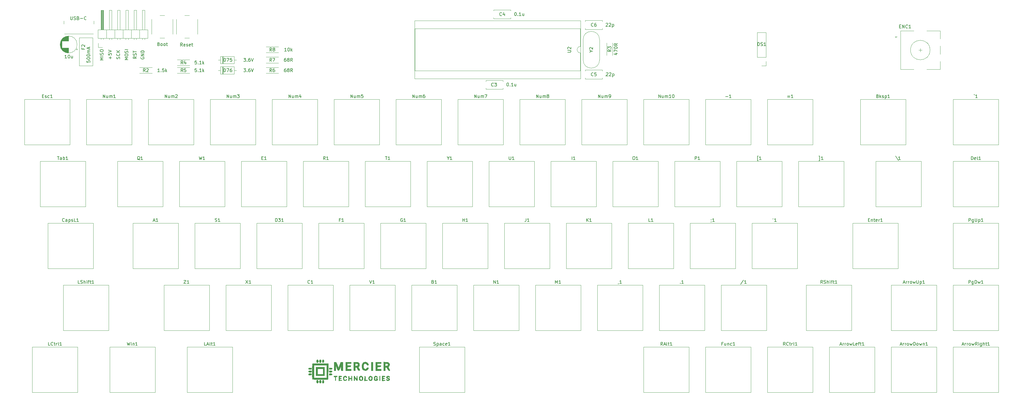
<source format=gbr>
%TF.GenerationSoftware,KiCad,Pcbnew,(5.1.6)-1*%
%TF.CreationDate,2020-07-31T11:49:21-04:00*%
%TF.ProjectId,panama-keyboard,70616e61-6d61-42d6-9b65-79626f617264,w1*%
%TF.SameCoordinates,Original*%
%TF.FileFunction,Legend,Top*%
%TF.FilePolarity,Positive*%
%FSLAX46Y46*%
G04 Gerber Fmt 4.6, Leading zero omitted, Abs format (unit mm)*
G04 Created by KiCad (PCBNEW (5.1.6)-1) date 2020-07-31 11:49:21*
%MOMM*%
%LPD*%
G01*
G04 APERTURE LIST*
%ADD10C,0.150000*%
%ADD11C,0.120000*%
%ADD12C,0.010000*%
G04 APERTURE END LIST*
D10*
X168307047Y-135850380D02*
X168307047Y-136659904D01*
X168354666Y-136755142D01*
X168402285Y-136802761D01*
X168497523Y-136850380D01*
X168688000Y-136850380D01*
X168783238Y-136802761D01*
X168830857Y-136755142D01*
X168878476Y-136659904D01*
X168878476Y-135850380D01*
X169307047Y-136802761D02*
X169449904Y-136850380D01*
X169688000Y-136850380D01*
X169783238Y-136802761D01*
X169830857Y-136755142D01*
X169878476Y-136659904D01*
X169878476Y-136564666D01*
X169830857Y-136469428D01*
X169783238Y-136421809D01*
X169688000Y-136374190D01*
X169497523Y-136326571D01*
X169402285Y-136278952D01*
X169354666Y-136231333D01*
X169307047Y-136136095D01*
X169307047Y-136040857D01*
X169354666Y-135945619D01*
X169402285Y-135898000D01*
X169497523Y-135850380D01*
X169735619Y-135850380D01*
X169878476Y-135898000D01*
X170640380Y-136326571D02*
X170783238Y-136374190D01*
X170830857Y-136421809D01*
X170878476Y-136517047D01*
X170878476Y-136659904D01*
X170830857Y-136755142D01*
X170783238Y-136802761D01*
X170688000Y-136850380D01*
X170307047Y-136850380D01*
X170307047Y-135850380D01*
X170640380Y-135850380D01*
X170735619Y-135898000D01*
X170783238Y-135945619D01*
X170830857Y-136040857D01*
X170830857Y-136136095D01*
X170783238Y-136231333D01*
X170735619Y-136278952D01*
X170640380Y-136326571D01*
X170307047Y-136326571D01*
X171307047Y-136469428D02*
X172068952Y-136469428D01*
X173116571Y-136755142D02*
X173068952Y-136802761D01*
X172926095Y-136850380D01*
X172830857Y-136850380D01*
X172688000Y-136802761D01*
X172592761Y-136707523D01*
X172545142Y-136612285D01*
X172497523Y-136421809D01*
X172497523Y-136278952D01*
X172545142Y-136088476D01*
X172592761Y-135993238D01*
X172688000Y-135898000D01*
X172830857Y-135850380D01*
X172926095Y-135850380D01*
X173068952Y-135898000D01*
X173116571Y-135945619D01*
X190000000Y-148399404D02*
X189952380Y-148494642D01*
X189952380Y-148637500D01*
X190000000Y-148780357D01*
X190095238Y-148875595D01*
X190190476Y-148923214D01*
X190380952Y-148970833D01*
X190523809Y-148970833D01*
X190714285Y-148923214D01*
X190809523Y-148875595D01*
X190904761Y-148780357D01*
X190952380Y-148637500D01*
X190952380Y-148542261D01*
X190904761Y-148399404D01*
X190857142Y-148351785D01*
X190523809Y-148351785D01*
X190523809Y-148542261D01*
X190952380Y-147923214D02*
X189952380Y-147923214D01*
X190952380Y-147351785D01*
X189952380Y-147351785D01*
X190952380Y-146875595D02*
X189952380Y-146875595D01*
X189952380Y-146637500D01*
X190000000Y-146494642D01*
X190095238Y-146399404D01*
X190190476Y-146351785D01*
X190380952Y-146304166D01*
X190523809Y-146304166D01*
X190714285Y-146351785D01*
X190809523Y-146399404D01*
X190904761Y-146494642D01*
X190952380Y-146637500D01*
X190952380Y-146875595D01*
X188571130Y-148185119D02*
X188094940Y-148518452D01*
X188571130Y-148756547D02*
X187571130Y-148756547D01*
X187571130Y-148375595D01*
X187618750Y-148280357D01*
X187666369Y-148232738D01*
X187761607Y-148185119D01*
X187904464Y-148185119D01*
X187999702Y-148232738D01*
X188047321Y-148280357D01*
X188094940Y-148375595D01*
X188094940Y-148756547D01*
X188523511Y-147804166D02*
X188571130Y-147661309D01*
X188571130Y-147423214D01*
X188523511Y-147327976D01*
X188475892Y-147280357D01*
X188380654Y-147232738D01*
X188285416Y-147232738D01*
X188190178Y-147280357D01*
X188142559Y-147327976D01*
X188094940Y-147423214D01*
X188047321Y-147613690D01*
X187999702Y-147708928D01*
X187952083Y-147756547D01*
X187856845Y-147804166D01*
X187761607Y-147804166D01*
X187666369Y-147756547D01*
X187618750Y-147708928D01*
X187571130Y-147613690D01*
X187571130Y-147375595D01*
X187618750Y-147232738D01*
X187571130Y-146947023D02*
X187571130Y-146375595D01*
X188571130Y-146661309D02*
X187571130Y-146661309D01*
X185999380Y-149145428D02*
X184999380Y-149145428D01*
X185713666Y-148812095D01*
X184999380Y-148478761D01*
X185999380Y-148478761D01*
X184999380Y-147812095D02*
X184999380Y-147621619D01*
X185047000Y-147526380D01*
X185142238Y-147431142D01*
X185332714Y-147383523D01*
X185666047Y-147383523D01*
X185856523Y-147431142D01*
X185951761Y-147526380D01*
X185999380Y-147621619D01*
X185999380Y-147812095D01*
X185951761Y-147907333D01*
X185856523Y-148002571D01*
X185666047Y-148050190D01*
X185332714Y-148050190D01*
X185142238Y-148002571D01*
X185047000Y-147907333D01*
X184999380Y-147812095D01*
X185951761Y-147002571D02*
X185999380Y-146859714D01*
X185999380Y-146621619D01*
X185951761Y-146526380D01*
X185904142Y-146478761D01*
X185808904Y-146431142D01*
X185713666Y-146431142D01*
X185618428Y-146478761D01*
X185570809Y-146526380D01*
X185523190Y-146621619D01*
X185475571Y-146812095D01*
X185427952Y-146907333D01*
X185380333Y-146954952D01*
X185285095Y-147002571D01*
X185189857Y-147002571D01*
X185094619Y-146954952D01*
X185047000Y-146907333D01*
X184999380Y-146812095D01*
X184999380Y-146574000D01*
X185047000Y-146431142D01*
X185999380Y-146002571D02*
X184999380Y-146002571D01*
X183411761Y-148859714D02*
X183459380Y-148716857D01*
X183459380Y-148478761D01*
X183411761Y-148383523D01*
X183364142Y-148335904D01*
X183268904Y-148288285D01*
X183173666Y-148288285D01*
X183078428Y-148335904D01*
X183030809Y-148383523D01*
X182983190Y-148478761D01*
X182935571Y-148669238D01*
X182887952Y-148764476D01*
X182840333Y-148812095D01*
X182745095Y-148859714D01*
X182649857Y-148859714D01*
X182554619Y-148812095D01*
X182507000Y-148764476D01*
X182459380Y-148669238D01*
X182459380Y-148431142D01*
X182507000Y-148288285D01*
X183364142Y-147288285D02*
X183411761Y-147335904D01*
X183459380Y-147478761D01*
X183459380Y-147574000D01*
X183411761Y-147716857D01*
X183316523Y-147812095D01*
X183221285Y-147859714D01*
X183030809Y-147907333D01*
X182887952Y-147907333D01*
X182697476Y-147859714D01*
X182602238Y-147812095D01*
X182507000Y-147716857D01*
X182459380Y-147574000D01*
X182459380Y-147478761D01*
X182507000Y-147335904D01*
X182554619Y-147288285D01*
X183459380Y-146859714D02*
X182459380Y-146859714D01*
X183459380Y-146288285D02*
X182887952Y-146716857D01*
X182459380Y-146288285D02*
X183030809Y-146859714D01*
X180538428Y-148923214D02*
X180538428Y-148161309D01*
X180919380Y-148542261D02*
X180157476Y-148542261D01*
X179919380Y-147208928D02*
X179919380Y-147685119D01*
X180395571Y-147732738D01*
X180347952Y-147685119D01*
X180300333Y-147589880D01*
X180300333Y-147351785D01*
X180347952Y-147256547D01*
X180395571Y-147208928D01*
X180490809Y-147161309D01*
X180728904Y-147161309D01*
X180824142Y-147208928D01*
X180871761Y-147256547D01*
X180919380Y-147351785D01*
X180919380Y-147589880D01*
X180871761Y-147685119D01*
X180824142Y-147732738D01*
X179919380Y-146875595D02*
X180919380Y-146542261D01*
X179919380Y-146208928D01*
X178379380Y-149208928D02*
X177379380Y-149208928D01*
X178093666Y-148875595D01*
X177379380Y-148542261D01*
X178379380Y-148542261D01*
X178379380Y-148066071D02*
X177379380Y-148066071D01*
X178331761Y-147637500D02*
X178379380Y-147494642D01*
X178379380Y-147256547D01*
X178331761Y-147161309D01*
X178284142Y-147113690D01*
X178188904Y-147066071D01*
X178093666Y-147066071D01*
X177998428Y-147113690D01*
X177950809Y-147161309D01*
X177903190Y-147256547D01*
X177855571Y-147447023D01*
X177807952Y-147542261D01*
X177760333Y-147589880D01*
X177665095Y-147637500D01*
X177569857Y-147637500D01*
X177474619Y-147589880D01*
X177427000Y-147542261D01*
X177379380Y-147447023D01*
X177379380Y-147208928D01*
X177427000Y-147066071D01*
X177379380Y-146447023D02*
X177379380Y-146256547D01*
X177427000Y-146161309D01*
X177522238Y-146066071D01*
X177712714Y-146018452D01*
X178046047Y-146018452D01*
X178236523Y-146066071D01*
X178331761Y-146161309D01*
X178379380Y-146256547D01*
X178379380Y-146447023D01*
X178331761Y-146542261D01*
X178236523Y-146637500D01*
X178046047Y-146685119D01*
X177712714Y-146685119D01*
X177522238Y-146637500D01*
X177427000Y-146542261D01*
X177379380Y-146447023D01*
D11*
%TO.C,J2*%
X175331250Y-141173750D02*
X166381250Y-141173750D01*
X166261250Y-138093750D02*
X166261250Y-137193750D01*
X175451250Y-138093750D02*
X175451250Y-137193750D01*
D12*
%TO.C,G\u002A\u002A\u002A*%
G36*
X244339773Y-247730989D02*
G01*
X244415602Y-247833031D01*
X244473278Y-247977572D01*
X244507796Y-248143723D01*
X244514150Y-248310596D01*
X244487335Y-248457303D01*
X244451433Y-248529580D01*
X244362929Y-248594841D01*
X244236550Y-248624565D01*
X244108439Y-248616028D01*
X244014736Y-248566501D01*
X244011493Y-248562769D01*
X243983344Y-248485453D01*
X243966353Y-248353757D01*
X243961531Y-248197354D01*
X243969888Y-248045920D01*
X243990150Y-247936289D01*
X244064048Y-247792960D01*
X244172454Y-247708378D01*
X244250797Y-247692333D01*
X244339773Y-247730989D01*
G37*
X244339773Y-247730989D02*
X244415602Y-247833031D01*
X244473278Y-247977572D01*
X244507796Y-248143723D01*
X244514150Y-248310596D01*
X244487335Y-248457303D01*
X244451433Y-248529580D01*
X244362929Y-248594841D01*
X244236550Y-248624565D01*
X244108439Y-248616028D01*
X244014736Y-248566501D01*
X244011493Y-248562769D01*
X243983344Y-248485453D01*
X243966353Y-248353757D01*
X243961531Y-248197354D01*
X243969888Y-248045920D01*
X243990150Y-247936289D01*
X244064048Y-247792960D01*
X244172454Y-247708378D01*
X244250797Y-247692333D01*
X244339773Y-247730989D01*
G36*
X245269914Y-247758234D02*
G01*
X245316843Y-247799684D01*
X245345026Y-247856658D01*
X245359112Y-247949651D01*
X245363749Y-248099158D01*
X245364000Y-248173100D01*
X245357575Y-248368181D01*
X245339502Y-248506668D01*
X245313200Y-248572867D01*
X245222668Y-248614085D01*
X245097098Y-248620278D01*
X244977837Y-248592939D01*
X244924187Y-248558806D01*
X244851006Y-248432274D01*
X244820942Y-248261335D01*
X244833231Y-248073986D01*
X244887107Y-247898229D01*
X244944852Y-247802461D01*
X245048343Y-247711556D01*
X245159257Y-247702455D01*
X245269914Y-247758234D01*
G37*
X245269914Y-247758234D02*
X245316843Y-247799684D01*
X245345026Y-247856658D01*
X245359112Y-247949651D01*
X245363749Y-248099158D01*
X245364000Y-248173100D01*
X245357575Y-248368181D01*
X245339502Y-248506668D01*
X245313200Y-248572867D01*
X245222668Y-248614085D01*
X245097098Y-248620278D01*
X244977837Y-248592939D01*
X244924187Y-248558806D01*
X244851006Y-248432274D01*
X244820942Y-248261335D01*
X244833231Y-248073986D01*
X244887107Y-247898229D01*
X244944852Y-247802461D01*
X245048343Y-247711556D01*
X245159257Y-247702455D01*
X245269914Y-247758234D01*
G36*
X246126058Y-247736159D02*
G01*
X246163337Y-247830624D01*
X246168709Y-247848584D01*
X246191526Y-247976208D01*
X246203599Y-248148263D01*
X246202907Y-248306167D01*
X246189500Y-248602500D01*
X245993752Y-248615185D01*
X245862979Y-248615568D01*
X245793778Y-248591350D01*
X245771502Y-248558806D01*
X245752068Y-248451513D01*
X245747465Y-248293478D01*
X245756357Y-248117069D01*
X245777406Y-247954651D01*
X245800306Y-247861667D01*
X245849314Y-247757811D01*
X245920233Y-247711569D01*
X245985968Y-247700417D01*
X246075858Y-247699991D01*
X246126058Y-247736159D01*
G37*
X246126058Y-247736159D02*
X246163337Y-247830624D01*
X246168709Y-247848584D01*
X246191526Y-247976208D01*
X246203599Y-248148263D01*
X246202907Y-248306167D01*
X246189500Y-248602500D01*
X245993752Y-248615185D01*
X245862979Y-248615568D01*
X245793778Y-248591350D01*
X245771502Y-248558806D01*
X245752068Y-248451513D01*
X245747465Y-248293478D01*
X245756357Y-248117069D01*
X245777406Y-247954651D01*
X245800306Y-247861667D01*
X245849314Y-247757811D01*
X245920233Y-247711569D01*
X245985968Y-247700417D01*
X246075858Y-247699991D01*
X246126058Y-247736159D01*
G36*
X250041833Y-246430056D02*
G01*
X250338167Y-246443500D01*
X250338167Y-246570500D01*
X250333291Y-246644788D01*
X250304440Y-246684116D01*
X250230279Y-246701970D01*
X250117097Y-246710255D01*
X249896027Y-246723009D01*
X249884264Y-247302395D01*
X249878025Y-247539680D01*
X249869489Y-247704816D01*
X249857021Y-247810320D01*
X249838986Y-247868708D01*
X249813749Y-247892496D01*
X249806936Y-247894354D01*
X249731672Y-247889086D01*
X249711686Y-247877241D01*
X249700712Y-247826069D01*
X249691570Y-247706863D01*
X249685091Y-247536250D01*
X249682105Y-247330855D01*
X249682000Y-247283111D01*
X249682000Y-246718667D01*
X249541924Y-246718667D01*
X249406087Y-246698375D01*
X249307441Y-246646033D01*
X249265193Y-246574444D01*
X249270332Y-246537662D01*
X249330739Y-246489762D01*
X249462614Y-246454003D01*
X249653400Y-246432139D01*
X249890538Y-246425920D01*
X250041833Y-246430056D01*
G37*
X250041833Y-246430056D02*
X250338167Y-246443500D01*
X250338167Y-246570500D01*
X250333291Y-246644788D01*
X250304440Y-246684116D01*
X250230279Y-246701970D01*
X250117097Y-246710255D01*
X249896027Y-246723009D01*
X249884264Y-247302395D01*
X249878025Y-247539680D01*
X249869489Y-247704816D01*
X249857021Y-247810320D01*
X249838986Y-247868708D01*
X249813749Y-247892496D01*
X249806936Y-247894354D01*
X249731672Y-247889086D01*
X249711686Y-247877241D01*
X249700712Y-247826069D01*
X249691570Y-247706863D01*
X249685091Y-247536250D01*
X249682105Y-247330855D01*
X249682000Y-247283111D01*
X249682000Y-246718667D01*
X249541924Y-246718667D01*
X249406087Y-246698375D01*
X249307441Y-246646033D01*
X249265193Y-246574444D01*
X249270332Y-246537662D01*
X249330739Y-246489762D01*
X249462614Y-246454003D01*
X249653400Y-246432139D01*
X249890538Y-246425920D01*
X250041833Y-246430056D01*
G36*
X251231065Y-246431177D02*
G01*
X251456127Y-246445033D01*
X251606329Y-246464028D01*
X251691407Y-246489759D01*
X251716368Y-246510810D01*
X251726187Y-246586546D01*
X251656405Y-246646918D01*
X251511148Y-246689128D01*
X251437824Y-246699730D01*
X251250499Y-246722705D01*
X251132323Y-246744161D01*
X251068276Y-246771752D01*
X251043337Y-246813130D01*
X251042487Y-246875947D01*
X251044676Y-246900036D01*
X251055920Y-246973586D01*
X251085055Y-247018210D01*
X251151887Y-247046176D01*
X251276227Y-247069754D01*
X251333000Y-247078623D01*
X251483586Y-247105668D01*
X251567622Y-247133715D01*
X251602918Y-247170984D01*
X251608167Y-247205623D01*
X251593940Y-247259689D01*
X251537214Y-247288078D01*
X251417667Y-247301331D01*
X251235346Y-247315800D01*
X251121948Y-247338076D01*
X251061729Y-247375502D01*
X251038946Y-247435415D01*
X251036667Y-247478975D01*
X251045998Y-247566135D01*
X251084196Y-247623513D01*
X251166564Y-247659229D01*
X251308408Y-247681402D01*
X251438833Y-247692333D01*
X251595247Y-247706245D01*
X251684873Y-247724264D01*
X251725563Y-247752766D01*
X251735166Y-247798126D01*
X251735167Y-247798167D01*
X251729448Y-247835049D01*
X251702662Y-247859977D01*
X251640364Y-247875884D01*
X251528108Y-247885699D01*
X251351449Y-247892354D01*
X251258917Y-247894803D01*
X250782667Y-247906773D01*
X250782667Y-246411235D01*
X251231065Y-246431177D01*
G37*
X251231065Y-246431177D02*
X251456127Y-246445033D01*
X251606329Y-246464028D01*
X251691407Y-246489759D01*
X251716368Y-246510810D01*
X251726187Y-246586546D01*
X251656405Y-246646918D01*
X251511148Y-246689128D01*
X251437824Y-246699730D01*
X251250499Y-246722705D01*
X251132323Y-246744161D01*
X251068276Y-246771752D01*
X251043337Y-246813130D01*
X251042487Y-246875947D01*
X251044676Y-246900036D01*
X251055920Y-246973586D01*
X251085055Y-247018210D01*
X251151887Y-247046176D01*
X251276227Y-247069754D01*
X251333000Y-247078623D01*
X251483586Y-247105668D01*
X251567622Y-247133715D01*
X251602918Y-247170984D01*
X251608167Y-247205623D01*
X251593940Y-247259689D01*
X251537214Y-247288078D01*
X251417667Y-247301331D01*
X251235346Y-247315800D01*
X251121948Y-247338076D01*
X251061729Y-247375502D01*
X251038946Y-247435415D01*
X251036667Y-247478975D01*
X251045998Y-247566135D01*
X251084196Y-247623513D01*
X251166564Y-247659229D01*
X251308408Y-247681402D01*
X251438833Y-247692333D01*
X251595247Y-247706245D01*
X251684873Y-247724264D01*
X251725563Y-247752766D01*
X251735166Y-247798126D01*
X251735167Y-247798167D01*
X251729448Y-247835049D01*
X251702662Y-247859977D01*
X251640364Y-247875884D01*
X251528108Y-247885699D01*
X251351449Y-247892354D01*
X251258917Y-247894803D01*
X250782667Y-247906773D01*
X250782667Y-246411235D01*
X251231065Y-246431177D01*
G36*
X252906107Y-246455626D02*
G01*
X252935039Y-246462882D01*
X253100285Y-246538695D01*
X253207927Y-246667706D01*
X253263842Y-246837296D01*
X253276104Y-246929865D01*
X253247533Y-246966306D01*
X253157679Y-246972666D01*
X253157577Y-246972667D01*
X253050795Y-246954426D01*
X252992491Y-246887522D01*
X252984978Y-246869407D01*
X252904543Y-246750035D01*
X252790759Y-246688417D01*
X252667376Y-246688653D01*
X252558144Y-246754840D01*
X252529892Y-246790870D01*
X252483533Y-246908014D01*
X252457086Y-247069362D01*
X252450604Y-247247505D01*
X252464142Y-247415037D01*
X252497755Y-247544548D01*
X252528312Y-247593345D01*
X252612981Y-247641059D01*
X252727236Y-247664476D01*
X252839402Y-247662227D01*
X252917808Y-247632945D01*
X252933553Y-247610842D01*
X252990357Y-247518164D01*
X253078575Y-247440568D01*
X253166562Y-247403757D01*
X253187686Y-247404413D01*
X253257974Y-247449628D01*
X253267350Y-247536906D01*
X253217824Y-247651661D01*
X253139990Y-247750446D01*
X253045163Y-247841665D01*
X252960520Y-247887159D01*
X252848504Y-247902342D01*
X252767335Y-247903376D01*
X252616369Y-247893299D01*
X252485166Y-247868311D01*
X252435984Y-247850364D01*
X252309514Y-247742070D01*
X252213412Y-247568945D01*
X252156553Y-247348051D01*
X252150960Y-247302493D01*
X252152615Y-247028037D01*
X252213162Y-246797042D01*
X252325693Y-246616907D01*
X252483299Y-246495027D01*
X252679073Y-246438801D01*
X252906107Y-246455626D01*
G37*
X252906107Y-246455626D02*
X252935039Y-246462882D01*
X253100285Y-246538695D01*
X253207927Y-246667706D01*
X253263842Y-246837296D01*
X253276104Y-246929865D01*
X253247533Y-246966306D01*
X253157679Y-246972666D01*
X253157577Y-246972667D01*
X253050795Y-246954426D01*
X252992491Y-246887522D01*
X252984978Y-246869407D01*
X252904543Y-246750035D01*
X252790759Y-246688417D01*
X252667376Y-246688653D01*
X252558144Y-246754840D01*
X252529892Y-246790870D01*
X252483533Y-246908014D01*
X252457086Y-247069362D01*
X252450604Y-247247505D01*
X252464142Y-247415037D01*
X252497755Y-247544548D01*
X252528312Y-247593345D01*
X252612981Y-247641059D01*
X252727236Y-247664476D01*
X252839402Y-247662227D01*
X252917808Y-247632945D01*
X252933553Y-247610842D01*
X252990357Y-247518164D01*
X253078575Y-247440568D01*
X253166562Y-247403757D01*
X253187686Y-247404413D01*
X253257974Y-247449628D01*
X253267350Y-247536906D01*
X253217824Y-247651661D01*
X253139990Y-247750446D01*
X253045163Y-247841665D01*
X252960520Y-247887159D01*
X252848504Y-247902342D01*
X252767335Y-247903376D01*
X252616369Y-247893299D01*
X252485166Y-247868311D01*
X252435984Y-247850364D01*
X252309514Y-247742070D01*
X252213412Y-247568945D01*
X252156553Y-247348051D01*
X252150960Y-247302493D01*
X252152615Y-247028037D01*
X252213162Y-246797042D01*
X252325693Y-246616907D01*
X252483299Y-246495027D01*
X252679073Y-246438801D01*
X252906107Y-246455626D01*
G36*
X254821855Y-246442712D02*
G01*
X254850291Y-246469081D01*
X254863137Y-246530436D01*
X254873529Y-246657847D01*
X254881289Y-246832734D01*
X254886241Y-247036516D01*
X254888207Y-247250614D01*
X254887012Y-247456446D01*
X254882477Y-247635433D01*
X254874428Y-247768995D01*
X254863304Y-247837037D01*
X254804377Y-247893532D01*
X254757471Y-247904000D01*
X254715221Y-247894765D01*
X254691009Y-247855126D01*
X254679994Y-247767182D01*
X254677334Y-247613035D01*
X254677333Y-247607667D01*
X254677333Y-247311333D01*
X254042333Y-247311333D01*
X254042333Y-247540704D01*
X254037766Y-247682747D01*
X254026074Y-247796332D01*
X254016637Y-247837037D01*
X253959596Y-247886533D01*
X253867063Y-247904763D01*
X253784752Y-247884424D01*
X253774222Y-247875778D01*
X253762836Y-247823637D01*
X253754531Y-247705418D01*
X253749317Y-247539650D01*
X253747205Y-247344866D01*
X253748205Y-247139597D01*
X253752328Y-246942374D01*
X253759583Y-246771729D01*
X253769981Y-246646193D01*
X253773524Y-246621244D01*
X253799328Y-246515505D01*
X253839539Y-246474077D01*
X253889475Y-246473078D01*
X253939234Y-246491640D01*
X253972485Y-246542522D01*
X253997151Y-246644486D01*
X254015534Y-246771583D01*
X254052234Y-247057333D01*
X254677333Y-247057333D01*
X254677333Y-246759671D01*
X254681660Y-246593866D01*
X254697059Y-246495079D01*
X254727157Y-246445988D01*
X254745106Y-246436003D01*
X254821855Y-246442712D01*
G37*
X254821855Y-246442712D02*
X254850291Y-246469081D01*
X254863137Y-246530436D01*
X254873529Y-246657847D01*
X254881289Y-246832734D01*
X254886241Y-247036516D01*
X254888207Y-247250614D01*
X254887012Y-247456446D01*
X254882477Y-247635433D01*
X254874428Y-247768995D01*
X254863304Y-247837037D01*
X254804377Y-247893532D01*
X254757471Y-247904000D01*
X254715221Y-247894765D01*
X254691009Y-247855126D01*
X254679994Y-247767182D01*
X254677334Y-247613035D01*
X254677333Y-247607667D01*
X254677333Y-247311333D01*
X254042333Y-247311333D01*
X254042333Y-247540704D01*
X254037766Y-247682747D01*
X254026074Y-247796332D01*
X254016637Y-247837037D01*
X253959596Y-247886533D01*
X253867063Y-247904763D01*
X253784752Y-247884424D01*
X253774222Y-247875778D01*
X253762836Y-247823637D01*
X253754531Y-247705418D01*
X253749317Y-247539650D01*
X253747205Y-247344866D01*
X253748205Y-247139597D01*
X253752328Y-246942374D01*
X253759583Y-246771729D01*
X253769981Y-246646193D01*
X253773524Y-246621244D01*
X253799328Y-246515505D01*
X253839539Y-246474077D01*
X253889475Y-246473078D01*
X253939234Y-246491640D01*
X253972485Y-246542522D01*
X253997151Y-246644486D01*
X254015534Y-246771583D01*
X254052234Y-247057333D01*
X254677333Y-247057333D01*
X254677333Y-246759671D01*
X254681660Y-246593866D01*
X254697059Y-246495079D01*
X254727157Y-246445988D01*
X254745106Y-246436003D01*
X254821855Y-246442712D01*
G36*
X255619923Y-246456581D02*
G01*
X255717416Y-246554414D01*
X255847414Y-246727722D01*
X256014474Y-246975534D01*
X256037484Y-247010622D01*
X256325539Y-247450744D01*
X256337519Y-246947122D01*
X256343514Y-246733621D01*
X256351238Y-246590720D01*
X256363388Y-246504357D01*
X256382664Y-246460469D01*
X256411764Y-246444996D01*
X256434167Y-246443500D01*
X256466805Y-246447988D01*
X256490161Y-246469826D01*
X256506151Y-246521576D01*
X256516688Y-246615800D01*
X256523689Y-246765060D01*
X256529068Y-246981916D01*
X256530968Y-247078500D01*
X256533731Y-247309155D01*
X256533154Y-247515791D01*
X256529515Y-247680712D01*
X256523088Y-247786222D01*
X256519578Y-247808750D01*
X256480276Y-247887728D01*
X256416208Y-247898861D01*
X256324958Y-247840219D01*
X256204107Y-247709875D01*
X256051239Y-247505898D01*
X255945161Y-247350400D01*
X255747703Y-247053478D01*
X255720518Y-247251814D01*
X255703304Y-247413800D01*
X255693916Y-247572921D01*
X255693333Y-247610113D01*
X255686744Y-247733960D01*
X255670587Y-247828297D01*
X255667637Y-247837037D01*
X255612227Y-247896549D01*
X255540401Y-247889699D01*
X255490921Y-247829917D01*
X255480100Y-247762647D01*
X255470975Y-247627935D01*
X255464299Y-247443000D01*
X255460825Y-247225061D01*
X255460500Y-247133525D01*
X255463838Y-246839419D01*
X255476892Y-246625643D01*
X255504219Y-246491225D01*
X255550376Y-246435195D01*
X255619923Y-246456581D01*
G37*
X255619923Y-246456581D02*
X255717416Y-246554414D01*
X255847414Y-246727722D01*
X256014474Y-246975534D01*
X256037484Y-247010622D01*
X256325539Y-247450744D01*
X256337519Y-246947122D01*
X256343514Y-246733621D01*
X256351238Y-246590720D01*
X256363388Y-246504357D01*
X256382664Y-246460469D01*
X256411764Y-246444996D01*
X256434167Y-246443500D01*
X256466805Y-246447988D01*
X256490161Y-246469826D01*
X256506151Y-246521576D01*
X256516688Y-246615800D01*
X256523689Y-246765060D01*
X256529068Y-246981916D01*
X256530968Y-247078500D01*
X256533731Y-247309155D01*
X256533154Y-247515791D01*
X256529515Y-247680712D01*
X256523088Y-247786222D01*
X256519578Y-247808750D01*
X256480276Y-247887728D01*
X256416208Y-247898861D01*
X256324958Y-247840219D01*
X256204107Y-247709875D01*
X256051239Y-247505898D01*
X255945161Y-247350400D01*
X255747703Y-247053478D01*
X255720518Y-247251814D01*
X255703304Y-247413800D01*
X255693916Y-247572921D01*
X255693333Y-247610113D01*
X255686744Y-247733960D01*
X255670587Y-247828297D01*
X255667637Y-247837037D01*
X255612227Y-247896549D01*
X255540401Y-247889699D01*
X255490921Y-247829917D01*
X255480100Y-247762647D01*
X255470975Y-247627935D01*
X255464299Y-247443000D01*
X255460825Y-247225061D01*
X255460500Y-247133525D01*
X255463838Y-246839419D01*
X255476892Y-246625643D01*
X255504219Y-246491225D01*
X255550376Y-246435195D01*
X255619923Y-246456581D01*
G36*
X257752515Y-246442736D02*
G01*
X257886576Y-246511147D01*
X258042286Y-246638370D01*
X258074583Y-246668763D01*
X258233333Y-246820516D01*
X258233333Y-247187216D01*
X258230042Y-247376801D01*
X258217405Y-247504325D01*
X258191283Y-247592232D01*
X258147533Y-247662967D01*
X258144929Y-247666303D01*
X257982866Y-247811116D01*
X257788293Y-247889706D01*
X257581586Y-247898495D01*
X257383121Y-247833899D01*
X257340010Y-247807770D01*
X257200209Y-247671448D01*
X257111033Y-247494994D01*
X257069385Y-247293727D01*
X257071922Y-247101409D01*
X257356843Y-247101409D01*
X257364368Y-247285153D01*
X257392699Y-247403950D01*
X257473857Y-247561076D01*
X257587669Y-247651818D01*
X257719600Y-247671064D01*
X257855117Y-247613704D01*
X257894667Y-247580445D01*
X257939164Y-247490903D01*
X257960944Y-247347594D01*
X257960924Y-247178052D01*
X257940020Y-247009812D01*
X257899148Y-246870408D01*
X257869253Y-246817021D01*
X257759735Y-246714980D01*
X257648595Y-246686594D01*
X257544283Y-246721453D01*
X257455252Y-246809149D01*
X257389955Y-246939271D01*
X257356843Y-247101409D01*
X257071922Y-247101409D01*
X257072166Y-247082968D01*
X257116278Y-246878037D01*
X257198623Y-246694252D01*
X257316104Y-246546933D01*
X257465622Y-246451400D01*
X257620181Y-246422333D01*
X257752515Y-246442736D01*
G37*
X257752515Y-246442736D02*
X257886576Y-246511147D01*
X258042286Y-246638370D01*
X258074583Y-246668763D01*
X258233333Y-246820516D01*
X258233333Y-247187216D01*
X258230042Y-247376801D01*
X258217405Y-247504325D01*
X258191283Y-247592232D01*
X258147533Y-247662967D01*
X258144929Y-247666303D01*
X257982866Y-247811116D01*
X257788293Y-247889706D01*
X257581586Y-247898495D01*
X257383121Y-247833899D01*
X257340010Y-247807770D01*
X257200209Y-247671448D01*
X257111033Y-247494994D01*
X257069385Y-247293727D01*
X257071922Y-247101409D01*
X257356843Y-247101409D01*
X257364368Y-247285153D01*
X257392699Y-247403950D01*
X257473857Y-247561076D01*
X257587669Y-247651818D01*
X257719600Y-247671064D01*
X257855117Y-247613704D01*
X257894667Y-247580445D01*
X257939164Y-247490903D01*
X257960944Y-247347594D01*
X257960924Y-247178052D01*
X257940020Y-247009812D01*
X257899148Y-246870408D01*
X257869253Y-246817021D01*
X257759735Y-246714980D01*
X257648595Y-246686594D01*
X257544283Y-246721453D01*
X257455252Y-246809149D01*
X257389955Y-246939271D01*
X257356843Y-247101409D01*
X257071922Y-247101409D01*
X257072166Y-247082968D01*
X257116278Y-246878037D01*
X257198623Y-246694252D01*
X257316104Y-246546933D01*
X257465622Y-246451400D01*
X257620181Y-246422333D01*
X257752515Y-246442736D01*
G36*
X258923216Y-246484442D02*
G01*
X258962035Y-246551213D01*
X258984749Y-246676143D01*
X258994334Y-246870398D01*
X258995123Y-246951500D01*
X258999743Y-247143885D01*
X259010756Y-247340218D01*
X259022558Y-247468343D01*
X259049048Y-247688854D01*
X259350274Y-247701177D01*
X259507936Y-247710089D01*
X259598783Y-247724538D01*
X259640669Y-247750272D01*
X259651446Y-247793039D01*
X259651500Y-247798167D01*
X259645805Y-247834971D01*
X259619115Y-247859875D01*
X259557018Y-247875789D01*
X259445104Y-247885622D01*
X259268963Y-247892285D01*
X259172858Y-247894825D01*
X258694217Y-247906817D01*
X258719840Y-247323325D01*
X258733556Y-247031559D01*
X258746713Y-246813826D01*
X258761108Y-246659527D01*
X258778535Y-246558063D01*
X258800792Y-246498833D01*
X258829674Y-246471237D01*
X258865314Y-246464667D01*
X258923216Y-246484442D01*
G37*
X258923216Y-246484442D02*
X258962035Y-246551213D01*
X258984749Y-246676143D01*
X258994334Y-246870398D01*
X258995123Y-246951500D01*
X258999743Y-247143885D01*
X259010756Y-247340218D01*
X259022558Y-247468343D01*
X259049048Y-247688854D01*
X259350274Y-247701177D01*
X259507936Y-247710089D01*
X259598783Y-247724538D01*
X259640669Y-247750272D01*
X259651446Y-247793039D01*
X259651500Y-247798167D01*
X259645805Y-247834971D01*
X259619115Y-247859875D01*
X259557018Y-247875789D01*
X259445104Y-247885622D01*
X259268963Y-247892285D01*
X259172858Y-247894825D01*
X258694217Y-247906817D01*
X258719840Y-247323325D01*
X258733556Y-247031559D01*
X258746713Y-246813826D01*
X258761108Y-246659527D01*
X258778535Y-246558063D01*
X258800792Y-246498833D01*
X258829674Y-246471237D01*
X258865314Y-246464667D01*
X258923216Y-246484442D01*
G36*
X260729791Y-246468521D02*
G01*
X260909283Y-246590481D01*
X260956675Y-246633016D01*
X261133167Y-246798032D01*
X261127039Y-247156038D01*
X261117159Y-247343605D01*
X261096518Y-247508448D01*
X261068886Y-247622157D01*
X261063491Y-247634939D01*
X260959440Y-247761652D01*
X260794621Y-247853184D01*
X260588981Y-247899920D01*
X260505493Y-247903934D01*
X260361357Y-247893353D01*
X260260197Y-247851695D01*
X260182765Y-247785611D01*
X260091966Y-247650627D01*
X260020712Y-247459712D01*
X259977698Y-247240906D01*
X259970638Y-247123458D01*
X260235849Y-247123458D01*
X260239431Y-247302256D01*
X260287195Y-247460070D01*
X260334410Y-247529714D01*
X260470333Y-247638070D01*
X260602978Y-247663259D01*
X260724892Y-247606076D01*
X260823226Y-247477596D01*
X260884524Y-247305213D01*
X260895410Y-247129399D01*
X260863028Y-246964950D01*
X260794519Y-246826661D01*
X260697025Y-246729329D01*
X260577691Y-246687751D01*
X260453633Y-246711966D01*
X260346607Y-246803231D01*
X260272794Y-246948756D01*
X260235849Y-247123458D01*
X259970638Y-247123458D01*
X259969000Y-247096223D01*
X260008631Y-246883039D01*
X260118496Y-246685440D01*
X260220506Y-246579094D01*
X260395935Y-246463599D01*
X260562186Y-246426484D01*
X260729791Y-246468521D01*
G37*
X260729791Y-246468521D02*
X260909283Y-246590481D01*
X260956675Y-246633016D01*
X261133167Y-246798032D01*
X261127039Y-247156038D01*
X261117159Y-247343605D01*
X261096518Y-247508448D01*
X261068886Y-247622157D01*
X261063491Y-247634939D01*
X260959440Y-247761652D01*
X260794621Y-247853184D01*
X260588981Y-247899920D01*
X260505493Y-247903934D01*
X260361357Y-247893353D01*
X260260197Y-247851695D01*
X260182765Y-247785611D01*
X260091966Y-247650627D01*
X260020712Y-247459712D01*
X259977698Y-247240906D01*
X259970638Y-247123458D01*
X260235849Y-247123458D01*
X260239431Y-247302256D01*
X260287195Y-247460070D01*
X260334410Y-247529714D01*
X260470333Y-247638070D01*
X260602978Y-247663259D01*
X260724892Y-247606076D01*
X260823226Y-247477596D01*
X260884524Y-247305213D01*
X260895410Y-247129399D01*
X260863028Y-246964950D01*
X260794519Y-246826661D01*
X260697025Y-246729329D01*
X260577691Y-246687751D01*
X260453633Y-246711966D01*
X260346607Y-246803231D01*
X260272794Y-246948756D01*
X260235849Y-247123458D01*
X259970638Y-247123458D01*
X259969000Y-247096223D01*
X260008631Y-246883039D01*
X260118496Y-246685440D01*
X260220506Y-246579094D01*
X260395935Y-246463599D01*
X260562186Y-246426484D01*
X260729791Y-246468521D01*
G36*
X262369723Y-246435993D02*
G01*
X262444286Y-246480479D01*
X262541285Y-246570581D01*
X262572792Y-246601985D01*
X262689763Y-246743790D01*
X262735099Y-246851890D01*
X262717974Y-246917851D01*
X262647562Y-246933237D01*
X262533035Y-246889614D01*
X262383569Y-246778546D01*
X262382159Y-246777274D01*
X262282416Y-246690402D01*
X262219091Y-246653428D01*
X262166388Y-246658825D01*
X262103334Y-246695900D01*
X261993575Y-246808710D01*
X261919966Y-246965479D01*
X261883922Y-247144069D01*
X261886859Y-247322344D01*
X261930191Y-247478167D01*
X262015332Y-247589401D01*
X262045003Y-247608560D01*
X262174795Y-247648543D01*
X262311535Y-247647030D01*
X262423391Y-247607609D01*
X262469099Y-247560788D01*
X262492510Y-247470783D01*
X262442812Y-247414543D01*
X262343990Y-247389001D01*
X262245035Y-247348112D01*
X262195823Y-247299545D01*
X262177239Y-247226307D01*
X262230385Y-247176988D01*
X262359090Y-247149765D01*
X262525662Y-247142648D01*
X262775158Y-247142000D01*
X262746657Y-247448660D01*
X262722547Y-247622621D01*
X262688784Y-247754603D01*
X262655775Y-247817700D01*
X262570414Y-247858247D01*
X262416429Y-247885850D01*
X262307781Y-247894294D01*
X262131052Y-247896645D01*
X262008095Y-247879226D01*
X261909344Y-247837201D01*
X261890987Y-247826104D01*
X261767214Y-247702293D01*
X261678675Y-247521051D01*
X261629022Y-247303501D01*
X261621906Y-247070768D01*
X261660978Y-246843975D01*
X261701997Y-246732665D01*
X261779986Y-246596820D01*
X261878968Y-246510612D01*
X262021917Y-246459496D01*
X262171253Y-246435500D01*
X262288433Y-246425030D01*
X262369723Y-246435993D01*
G37*
X262369723Y-246435993D02*
X262444286Y-246480479D01*
X262541285Y-246570581D01*
X262572792Y-246601985D01*
X262689763Y-246743790D01*
X262735099Y-246851890D01*
X262717974Y-246917851D01*
X262647562Y-246933237D01*
X262533035Y-246889614D01*
X262383569Y-246778546D01*
X262382159Y-246777274D01*
X262282416Y-246690402D01*
X262219091Y-246653428D01*
X262166388Y-246658825D01*
X262103334Y-246695900D01*
X261993575Y-246808710D01*
X261919966Y-246965479D01*
X261883922Y-247144069D01*
X261886859Y-247322344D01*
X261930191Y-247478167D01*
X262015332Y-247589401D01*
X262045003Y-247608560D01*
X262174795Y-247648543D01*
X262311535Y-247647030D01*
X262423391Y-247607609D01*
X262469099Y-247560788D01*
X262492510Y-247470783D01*
X262442812Y-247414543D01*
X262343990Y-247389001D01*
X262245035Y-247348112D01*
X262195823Y-247299545D01*
X262177239Y-247226307D01*
X262230385Y-247176988D01*
X262359090Y-247149765D01*
X262525662Y-247142648D01*
X262775158Y-247142000D01*
X262746657Y-247448660D01*
X262722547Y-247622621D01*
X262688784Y-247754603D01*
X262655775Y-247817700D01*
X262570414Y-247858247D01*
X262416429Y-247885850D01*
X262307781Y-247894294D01*
X262131052Y-247896645D01*
X262008095Y-247879226D01*
X261909344Y-247837201D01*
X261890987Y-247826104D01*
X261767214Y-247702293D01*
X261678675Y-247521051D01*
X261629022Y-247303501D01*
X261621906Y-247070768D01*
X261660978Y-246843975D01*
X261701997Y-246732665D01*
X261779986Y-246596820D01*
X261878968Y-246510612D01*
X262021917Y-246459496D01*
X262171253Y-246435500D01*
X262288433Y-246425030D01*
X262369723Y-246435993D01*
G36*
X263458255Y-246436397D02*
G01*
X263483647Y-246455026D01*
X263501494Y-246496318D01*
X263512730Y-246572315D01*
X263518293Y-246695058D01*
X263519117Y-246876589D01*
X263516139Y-247128949D01*
X263515444Y-247172275D01*
X263510065Y-247437648D01*
X263503120Y-247629792D01*
X263493389Y-247760144D01*
X263479648Y-247840141D01*
X263460675Y-247881220D01*
X263438269Y-247894340D01*
X263363008Y-247889085D01*
X263343019Y-247877241D01*
X263330934Y-247824092D01*
X263322227Y-247704117D01*
X263316786Y-247535082D01*
X263314496Y-247334755D01*
X263315243Y-247120905D01*
X263318914Y-246911298D01*
X263325394Y-246723702D01*
X263334570Y-246575884D01*
X263346328Y-246485614D01*
X263352042Y-246469081D01*
X263417978Y-246431038D01*
X263458255Y-246436397D01*
G37*
X263458255Y-246436397D02*
X263483647Y-246455026D01*
X263501494Y-246496318D01*
X263512730Y-246572315D01*
X263518293Y-246695058D01*
X263519117Y-246876589D01*
X263516139Y-247128949D01*
X263515444Y-247172275D01*
X263510065Y-247437648D01*
X263503120Y-247629792D01*
X263493389Y-247760144D01*
X263479648Y-247840141D01*
X263460675Y-247881220D01*
X263438269Y-247894340D01*
X263363008Y-247889085D01*
X263343019Y-247877241D01*
X263330934Y-247824092D01*
X263322227Y-247704117D01*
X263316786Y-247535082D01*
X263314496Y-247334755D01*
X263315243Y-247120905D01*
X263318914Y-246911298D01*
X263325394Y-246723702D01*
X263334570Y-246575884D01*
X263346328Y-246485614D01*
X263352042Y-246469081D01*
X263417978Y-246431038D01*
X263458255Y-246436397D01*
G36*
X264445750Y-246427342D02*
G01*
X264689142Y-246435478D01*
X264858542Y-246452927D01*
X264964357Y-246482248D01*
X265016994Y-246526000D01*
X265027833Y-246570500D01*
X264997031Y-246636685D01*
X264900178Y-246681406D01*
X264730601Y-246706892D01*
X264599100Y-246713658D01*
X264440354Y-246741877D01*
X264352842Y-246815596D01*
X264336195Y-246935130D01*
X264336667Y-246938586D01*
X264353468Y-246991978D01*
X264398066Y-247026918D01*
X264489612Y-247052058D01*
X264638286Y-247074848D01*
X264790536Y-247097990D01*
X264875711Y-247121228D01*
X264911036Y-247152511D01*
X264913739Y-247199792D01*
X264913452Y-247201848D01*
X264893767Y-247254271D01*
X264839724Y-247283821D01*
X264730213Y-247299267D01*
X264669283Y-247303285D01*
X264493393Y-247323598D01*
X264387459Y-247365603D01*
X264337850Y-247437511D01*
X264329333Y-247508064D01*
X264359280Y-247596259D01*
X264453327Y-247654588D01*
X264617781Y-247685555D01*
X264793227Y-247692333D01*
X264956386Y-247701140D01*
X265044111Y-247728643D01*
X265062329Y-247750675D01*
X265068144Y-247814342D01*
X265022878Y-247858853D01*
X264917791Y-247886844D01*
X264744148Y-247900946D01*
X264553700Y-247904000D01*
X264117667Y-247904000D01*
X264117667Y-246422333D01*
X264445750Y-246427342D01*
G37*
X264445750Y-246427342D02*
X264689142Y-246435478D01*
X264858542Y-246452927D01*
X264964357Y-246482248D01*
X265016994Y-246526000D01*
X265027833Y-246570500D01*
X264997031Y-246636685D01*
X264900178Y-246681406D01*
X264730601Y-246706892D01*
X264599100Y-246713658D01*
X264440354Y-246741877D01*
X264352842Y-246815596D01*
X264336195Y-246935130D01*
X264336667Y-246938586D01*
X264353468Y-246991978D01*
X264398066Y-247026918D01*
X264489612Y-247052058D01*
X264638286Y-247074848D01*
X264790536Y-247097990D01*
X264875711Y-247121228D01*
X264911036Y-247152511D01*
X264913739Y-247199792D01*
X264913452Y-247201848D01*
X264893767Y-247254271D01*
X264839724Y-247283821D01*
X264730213Y-247299267D01*
X264669283Y-247303285D01*
X264493393Y-247323598D01*
X264387459Y-247365603D01*
X264337850Y-247437511D01*
X264329333Y-247508064D01*
X264359280Y-247596259D01*
X264453327Y-247654588D01*
X264617781Y-247685555D01*
X264793227Y-247692333D01*
X264956386Y-247701140D01*
X265044111Y-247728643D01*
X265062329Y-247750675D01*
X265068144Y-247814342D01*
X265022878Y-247858853D01*
X264917791Y-247886844D01*
X264744148Y-247900946D01*
X264553700Y-247904000D01*
X264117667Y-247904000D01*
X264117667Y-246422333D01*
X264445750Y-246427342D01*
G36*
X266104459Y-246450621D02*
G01*
X266253791Y-246524524D01*
X266372777Y-246627600D01*
X266439158Y-246743407D01*
X266446000Y-246790874D01*
X266420285Y-246886930D01*
X266355084Y-246917599D01*
X266268316Y-246879728D01*
X266219629Y-246830689D01*
X266101658Y-246734383D01*
X265963487Y-246691083D01*
X265834219Y-246707694D01*
X265795057Y-246729973D01*
X265743311Y-246801796D01*
X265770213Y-246884005D01*
X265877159Y-246978223D01*
X266065548Y-247086071D01*
X266128126Y-247116584D01*
X266446000Y-247267466D01*
X266446000Y-247481824D01*
X266423437Y-247673634D01*
X266350530Y-247802999D01*
X266219453Y-247877209D01*
X266022379Y-247903551D01*
X265992841Y-247903842D01*
X265774388Y-247883765D01*
X265611951Y-247821035D01*
X265611053Y-247820488D01*
X265496452Y-247715100D01*
X265437362Y-247585303D01*
X265445272Y-247459594D01*
X265483201Y-247406393D01*
X265543787Y-247409898D01*
X265639849Y-247473411D01*
X265701742Y-247525672D01*
X265816789Y-247610950D01*
X265922384Y-247642994D01*
X266010131Y-247642088D01*
X266122285Y-247621833D01*
X266173482Y-247576820D01*
X266183561Y-247539687D01*
X266176878Y-247488503D01*
X266132260Y-247437338D01*
X266036317Y-247375454D01*
X265875657Y-247292113D01*
X265873459Y-247291027D01*
X265697203Y-247197457D01*
X265582284Y-247117733D01*
X265510215Y-247037473D01*
X265481113Y-246985737D01*
X265438673Y-246880930D01*
X265438519Y-246806191D01*
X265474804Y-246727349D01*
X265578886Y-246600729D01*
X265723355Y-246495206D01*
X265875748Y-246431747D01*
X265947043Y-246422333D01*
X266104459Y-246450621D01*
G37*
X266104459Y-246450621D02*
X266253791Y-246524524D01*
X266372777Y-246627600D01*
X266439158Y-246743407D01*
X266446000Y-246790874D01*
X266420285Y-246886930D01*
X266355084Y-246917599D01*
X266268316Y-246879728D01*
X266219629Y-246830689D01*
X266101658Y-246734383D01*
X265963487Y-246691083D01*
X265834219Y-246707694D01*
X265795057Y-246729973D01*
X265743311Y-246801796D01*
X265770213Y-246884005D01*
X265877159Y-246978223D01*
X266065548Y-247086071D01*
X266128126Y-247116584D01*
X266446000Y-247267466D01*
X266446000Y-247481824D01*
X266423437Y-247673634D01*
X266350530Y-247802999D01*
X266219453Y-247877209D01*
X266022379Y-247903551D01*
X265992841Y-247903842D01*
X265774388Y-247883765D01*
X265611951Y-247821035D01*
X265611053Y-247820488D01*
X265496452Y-247715100D01*
X265437362Y-247585303D01*
X265445272Y-247459594D01*
X265483201Y-247406393D01*
X265543787Y-247409898D01*
X265639849Y-247473411D01*
X265701742Y-247525672D01*
X265816789Y-247610950D01*
X265922384Y-247642994D01*
X266010131Y-247642088D01*
X266122285Y-247621833D01*
X266173482Y-247576820D01*
X266183561Y-247539687D01*
X266176878Y-247488503D01*
X266132260Y-247437338D01*
X266036317Y-247375454D01*
X265875657Y-247292113D01*
X265873459Y-247291027D01*
X265697203Y-247197457D01*
X265582284Y-247117733D01*
X265510215Y-247037473D01*
X265481113Y-246985737D01*
X265438673Y-246880930D01*
X265438519Y-246806191D01*
X265474804Y-246727349D01*
X265578886Y-246600729D01*
X265723355Y-246495206D01*
X265875748Y-246431747D01*
X265947043Y-246422333D01*
X266104459Y-246450621D01*
G36*
X245259644Y-242570804D02*
G01*
X245644380Y-242571789D01*
X246013702Y-242573708D01*
X246356491Y-242576560D01*
X246661626Y-242580342D01*
X246917990Y-242585053D01*
X247114461Y-242590691D01*
X247239921Y-242597254D01*
X247242782Y-242597491D01*
X247568004Y-242624983D01*
X247556085Y-245008402D01*
X247553042Y-245540868D01*
X247549548Y-245994276D01*
X247545452Y-246374233D01*
X247540599Y-246686347D01*
X247534838Y-246936225D01*
X247528015Y-247129475D01*
X247519977Y-247271704D01*
X247510572Y-247368521D01*
X247499646Y-247425533D01*
X247489584Y-247446376D01*
X247457740Y-247460478D01*
X247388591Y-247472254D01*
X247275676Y-247481915D01*
X247112535Y-247489675D01*
X246892706Y-247495749D01*
X246609728Y-247500349D01*
X246257141Y-247503690D01*
X245828484Y-247505984D01*
X245669251Y-247506548D01*
X245263130Y-247507137D01*
X244860200Y-247506414D01*
X244473553Y-247504494D01*
X244116282Y-247501494D01*
X243801478Y-247497527D01*
X243542232Y-247492711D01*
X243351638Y-247487160D01*
X243319798Y-247485833D01*
X243064655Y-247471834D01*
X242884430Y-247455636D01*
X242769380Y-247435895D01*
X242709762Y-247411268D01*
X242699612Y-247400348D01*
X242679253Y-247324283D01*
X242661494Y-247171213D01*
X242646519Y-246948766D01*
X242634509Y-246664570D01*
X242625647Y-246326252D01*
X242620115Y-245941440D01*
X242618095Y-245517761D01*
X242619769Y-245062844D01*
X242625319Y-244584315D01*
X242628233Y-244411500D01*
X242635338Y-244054910D01*
X242643145Y-243720592D01*
X242651321Y-243419114D01*
X242659533Y-243161040D01*
X242662752Y-243078000D01*
X243205000Y-243078000D01*
X243205000Y-247015000D01*
X247057333Y-247015000D01*
X247057333Y-243078000D01*
X243205000Y-243078000D01*
X242662752Y-243078000D01*
X242667447Y-242956936D01*
X242674730Y-242817369D01*
X242680495Y-242755531D01*
X242699196Y-242682075D01*
X242735291Y-242639581D01*
X242810514Y-242615758D01*
X242946598Y-242598314D01*
X242961191Y-242596781D01*
X243068937Y-242590225D01*
X243250226Y-242584618D01*
X243493936Y-242579959D01*
X243788950Y-242576244D01*
X244124147Y-242573474D01*
X244488408Y-242571645D01*
X244870614Y-242570755D01*
X245259644Y-242570804D01*
G37*
X245259644Y-242570804D02*
X245644380Y-242571789D01*
X246013702Y-242573708D01*
X246356491Y-242576560D01*
X246661626Y-242580342D01*
X246917990Y-242585053D01*
X247114461Y-242590691D01*
X247239921Y-242597254D01*
X247242782Y-242597491D01*
X247568004Y-242624983D01*
X247556085Y-245008402D01*
X247553042Y-245540868D01*
X247549548Y-245994276D01*
X247545452Y-246374233D01*
X247540599Y-246686347D01*
X247534838Y-246936225D01*
X247528015Y-247129475D01*
X247519977Y-247271704D01*
X247510572Y-247368521D01*
X247499646Y-247425533D01*
X247489584Y-247446376D01*
X247457740Y-247460478D01*
X247388591Y-247472254D01*
X247275676Y-247481915D01*
X247112535Y-247489675D01*
X246892706Y-247495749D01*
X246609728Y-247500349D01*
X246257141Y-247503690D01*
X245828484Y-247505984D01*
X245669251Y-247506548D01*
X245263130Y-247507137D01*
X244860200Y-247506414D01*
X244473553Y-247504494D01*
X244116282Y-247501494D01*
X243801478Y-247497527D01*
X243542232Y-247492711D01*
X243351638Y-247487160D01*
X243319798Y-247485833D01*
X243064655Y-247471834D01*
X242884430Y-247455636D01*
X242769380Y-247435895D01*
X242709762Y-247411268D01*
X242699612Y-247400348D01*
X242679253Y-247324283D01*
X242661494Y-247171213D01*
X242646519Y-246948766D01*
X242634509Y-246664570D01*
X242625647Y-246326252D01*
X242620115Y-245941440D01*
X242618095Y-245517761D01*
X242619769Y-245062844D01*
X242625319Y-244584315D01*
X242628233Y-244411500D01*
X242635338Y-244054910D01*
X242643145Y-243720592D01*
X242651321Y-243419114D01*
X242659533Y-243161040D01*
X242662752Y-243078000D01*
X243205000Y-243078000D01*
X243205000Y-247015000D01*
X247057333Y-247015000D01*
X247057333Y-243078000D01*
X243205000Y-243078000D01*
X242662752Y-243078000D01*
X242667447Y-242956936D01*
X242674730Y-242817369D01*
X242680495Y-242755531D01*
X242699196Y-242682075D01*
X242735291Y-242639581D01*
X242810514Y-242615758D01*
X242946598Y-242598314D01*
X242961191Y-242596781D01*
X243068937Y-242590225D01*
X243250226Y-242584618D01*
X243493936Y-242579959D01*
X243788950Y-242576244D01*
X244124147Y-242573474D01*
X244488408Y-242571645D01*
X244870614Y-242570755D01*
X245259644Y-242570804D01*
G36*
X242061347Y-245637564D02*
G01*
X242237104Y-245691440D01*
X242332872Y-245749185D01*
X242427397Y-245859033D01*
X242441269Y-245967326D01*
X242375784Y-246061434D01*
X242296193Y-246106993D01*
X242181272Y-246136569D01*
X242020030Y-246156427D01*
X241843930Y-246165134D01*
X241684438Y-246161258D01*
X241573019Y-246143368D01*
X241564583Y-246140297D01*
X241526917Y-246085155D01*
X241513078Y-245981882D01*
X241522114Y-245863309D01*
X241553072Y-245762263D01*
X241576527Y-245728520D01*
X241703059Y-245655339D01*
X241873998Y-245625275D01*
X242061347Y-245637564D01*
G37*
X242061347Y-245637564D02*
X242237104Y-245691440D01*
X242332872Y-245749185D01*
X242427397Y-245859033D01*
X242441269Y-245967326D01*
X242375784Y-246061434D01*
X242296193Y-246106993D01*
X242181272Y-246136569D01*
X242020030Y-246156427D01*
X241843930Y-246165134D01*
X241684438Y-246161258D01*
X241573019Y-246143368D01*
X241564583Y-246140297D01*
X241526917Y-246085155D01*
X241513078Y-245981882D01*
X241522114Y-245863309D01*
X241553072Y-245762263D01*
X241576527Y-245728520D01*
X241703059Y-245655339D01*
X241873998Y-245625275D01*
X242061347Y-245637564D01*
G36*
X248411062Y-245649647D02*
G01*
X248584250Y-245717584D01*
X248715079Y-245825485D01*
X248732872Y-245850039D01*
X248779643Y-245932035D01*
X248774146Y-245986605D01*
X248716918Y-246051563D01*
X248654242Y-246098828D01*
X248566777Y-246129313D01*
X248433236Y-246148186D01*
X248276336Y-246158527D01*
X248075083Y-246163286D01*
X247945826Y-246152762D01*
X247877096Y-246125902D01*
X247872250Y-246121406D01*
X247826125Y-246021159D01*
X247825195Y-245890870D01*
X247866460Y-245770107D01*
X247902282Y-245725388D01*
X248043584Y-245649573D01*
X248222008Y-245625652D01*
X248411062Y-245649647D01*
G37*
X248411062Y-245649647D02*
X248584250Y-245717584D01*
X248715079Y-245825485D01*
X248732872Y-245850039D01*
X248779643Y-245932035D01*
X248774146Y-245986605D01*
X248716918Y-246051563D01*
X248654242Y-246098828D01*
X248566777Y-246129313D01*
X248433236Y-246148186D01*
X248276336Y-246158527D01*
X248075083Y-246163286D01*
X247945826Y-246152762D01*
X247877096Y-246125902D01*
X247872250Y-246121406D01*
X247826125Y-246021159D01*
X247825195Y-245890870D01*
X247866460Y-245770107D01*
X247902282Y-245725388D01*
X248043584Y-245649573D01*
X248222008Y-245625652D01*
X248411062Y-245649647D01*
G36*
X242214969Y-244779009D02*
G01*
X242287640Y-244800546D01*
X242343352Y-244841303D01*
X242354045Y-244851712D01*
X242431114Y-244974488D01*
X242431761Y-245098663D01*
X242357071Y-245204928D01*
X242333267Y-245222281D01*
X242189659Y-245279841D01*
X242003474Y-245307101D01*
X241811969Y-245301955D01*
X241652400Y-245262302D01*
X241649250Y-245260899D01*
X241553386Y-245203284D01*
X241516343Y-245127185D01*
X241512315Y-245059127D01*
X241521158Y-244937847D01*
X241556494Y-244859189D01*
X241633565Y-244812868D01*
X241767613Y-244788599D01*
X241928924Y-244778024D01*
X242102883Y-244772799D01*
X242214969Y-244779009D01*
G37*
X242214969Y-244779009D02*
X242287640Y-244800546D01*
X242343352Y-244841303D01*
X242354045Y-244851712D01*
X242431114Y-244974488D01*
X242431761Y-245098663D01*
X242357071Y-245204928D01*
X242333267Y-245222281D01*
X242189659Y-245279841D01*
X242003474Y-245307101D01*
X241811969Y-245301955D01*
X241652400Y-245262302D01*
X241649250Y-245260899D01*
X241553386Y-245203284D01*
X241516343Y-245127185D01*
X241512315Y-245059127D01*
X241521158Y-244937847D01*
X241556494Y-244859189D01*
X241633565Y-244812868D01*
X241767613Y-244788599D01*
X241928924Y-244778024D01*
X242102883Y-244772799D01*
X242214969Y-244779009D01*
G36*
X248326934Y-244777730D02*
G01*
X248521005Y-244791906D01*
X248645415Y-244819102D01*
X248715069Y-244868183D01*
X248744871Y-244948013D01*
X248750018Y-245029355D01*
X248714192Y-245161300D01*
X248604815Y-245251669D01*
X248421749Y-245300559D01*
X248336330Y-245308100D01*
X248182326Y-245307619D01*
X248047934Y-245292614D01*
X247989862Y-245276828D01*
X247875421Y-245205156D01*
X247826125Y-245100333D01*
X247819981Y-245021311D01*
X247840045Y-244904947D01*
X247908339Y-244828205D01*
X248034585Y-244786417D01*
X248228500Y-244774911D01*
X248326934Y-244777730D01*
G37*
X248326934Y-244777730D02*
X248521005Y-244791906D01*
X248645415Y-244819102D01*
X248715069Y-244868183D01*
X248744871Y-244948013D01*
X248750018Y-245029355D01*
X248714192Y-245161300D01*
X248604815Y-245251669D01*
X248421749Y-245300559D01*
X248336330Y-245308100D01*
X248182326Y-245307619D01*
X248047934Y-245292614D01*
X247989862Y-245276828D01*
X247875421Y-245205156D01*
X247826125Y-245100333D01*
X247819981Y-245021311D01*
X247840045Y-244904947D01*
X247908339Y-244828205D01*
X248034585Y-244786417D01*
X248228500Y-244774911D01*
X248326934Y-244777730D01*
G36*
X252052667Y-242146667D02*
G01*
X252052667Y-244813667D01*
X251557345Y-244813667D01*
X251529839Y-244426163D01*
X251516352Y-244192445D01*
X251506168Y-243933624D01*
X251501251Y-243701002D01*
X251501098Y-243674746D01*
X251499864Y-243310833D01*
X251247120Y-243924667D01*
X251154276Y-244144854D01*
X251066097Y-244344402D01*
X250990205Y-244506745D01*
X250934220Y-244615319D01*
X250916025Y-244644333D01*
X250809986Y-244737136D01*
X250690920Y-244764955D01*
X250586382Y-244724199D01*
X250517726Y-244637361D01*
X250425879Y-244472862D01*
X250312453Y-244233993D01*
X250179060Y-243924048D01*
X250101652Y-243734167D01*
X249914833Y-243268500D01*
X249903295Y-244041083D01*
X249891757Y-244813667D01*
X249385667Y-244813667D01*
X249385667Y-242146667D01*
X250003291Y-242146667D01*
X250358519Y-243062308D01*
X250713747Y-243977950D01*
X251431437Y-242146666D01*
X251742052Y-242146666D01*
X252052667Y-242146667D01*
G37*
X252052667Y-242146667D02*
X252052667Y-244813667D01*
X251557345Y-244813667D01*
X251529839Y-244426163D01*
X251516352Y-244192445D01*
X251506168Y-243933624D01*
X251501251Y-243701002D01*
X251501098Y-243674746D01*
X251499864Y-243310833D01*
X251247120Y-243924667D01*
X251154276Y-244144854D01*
X251066097Y-244344402D01*
X250990205Y-244506745D01*
X250934220Y-244615319D01*
X250916025Y-244644333D01*
X250809986Y-244737136D01*
X250690920Y-244764955D01*
X250586382Y-244724199D01*
X250517726Y-244637361D01*
X250425879Y-244472862D01*
X250312453Y-244233993D01*
X250179060Y-243924048D01*
X250101652Y-243734167D01*
X249914833Y-243268500D01*
X249903295Y-244041083D01*
X249891757Y-244813667D01*
X249385667Y-244813667D01*
X249385667Y-242146667D01*
X250003291Y-242146667D01*
X250358519Y-243062308D01*
X250713747Y-243977950D01*
X251431437Y-242146666D01*
X251742052Y-242146666D01*
X252052667Y-242146667D01*
G36*
X254635000Y-242612333D02*
G01*
X253449667Y-242612333D01*
X253449667Y-243205000D01*
X254518821Y-243205000D01*
X254490254Y-243383648D01*
X254461942Y-243501160D01*
X254425486Y-243580075D01*
X254413179Y-243592276D01*
X254352997Y-243607161D01*
X254227984Y-243624074D01*
X254057863Y-243640689D01*
X253907169Y-243651907D01*
X253449667Y-243681559D01*
X253449667Y-244305667D01*
X254635000Y-244305667D01*
X254635000Y-244813667D01*
X252941667Y-244813667D01*
X252941667Y-242146667D01*
X254635000Y-242146667D01*
X254635000Y-242612333D01*
G37*
X254635000Y-242612333D02*
X253449667Y-242612333D01*
X253449667Y-243205000D01*
X254518821Y-243205000D01*
X254490254Y-243383648D01*
X254461942Y-243501160D01*
X254425486Y-243580075D01*
X254413179Y-243592276D01*
X254352997Y-243607161D01*
X254227984Y-243624074D01*
X254057863Y-243640689D01*
X253907169Y-243651907D01*
X253449667Y-243681559D01*
X253449667Y-244305667D01*
X254635000Y-244305667D01*
X254635000Y-244813667D01*
X252941667Y-244813667D01*
X252941667Y-242146667D01*
X254635000Y-242146667D01*
X254635000Y-242612333D01*
G36*
X259260583Y-242152012D02*
G01*
X259484983Y-242262775D01*
X259694859Y-242451545D01*
X259709651Y-242468137D01*
X259852566Y-242664073D01*
X259932395Y-242850517D01*
X259943596Y-243013715D01*
X259938672Y-243036665D01*
X259913913Y-243088678D01*
X259859964Y-243112094D01*
X259753337Y-243114384D01*
X259702526Y-243111773D01*
X259574100Y-243099776D01*
X259503264Y-243072783D01*
X259462949Y-243014797D01*
X259441914Y-242957778D01*
X259351466Y-242773207D01*
X259223483Y-242661265D01*
X259048392Y-242614666D01*
X258988107Y-242612333D01*
X258802197Y-242626235D01*
X258674392Y-242677351D01*
X258581339Y-242779802D01*
X258522500Y-242893841D01*
X258474358Y-243051724D01*
X258443852Y-243252343D01*
X258431058Y-243472290D01*
X258436053Y-243688159D01*
X258458910Y-243876541D01*
X258499705Y-244014029D01*
X258518783Y-244046538D01*
X258626693Y-244161932D01*
X258759424Y-244262881D01*
X258888890Y-244330507D01*
X258967224Y-244348000D01*
X259092011Y-244313477D01*
X259227410Y-244223901D01*
X259346799Y-244100256D01*
X259408874Y-243999842D01*
X259456154Y-243908589D01*
X259506768Y-243861621D01*
X259588944Y-243844054D01*
X259709922Y-243841092D01*
X259937678Y-243840000D01*
X259916595Y-244027042D01*
X259850183Y-244264387D01*
X259715935Y-244466033D01*
X259525900Y-244624323D01*
X259292130Y-244731602D01*
X259026674Y-244780213D01*
X258755151Y-244764915D01*
X258489737Y-244685841D01*
X258278104Y-244547721D01*
X258118701Y-244348080D01*
X258009979Y-244084444D01*
X257950386Y-243754340D01*
X257937000Y-243459000D01*
X257948162Y-243147203D01*
X257985439Y-242899618D01*
X258054518Y-242698291D01*
X258161087Y-242525267D01*
X258272519Y-242399782D01*
X258406186Y-242278013D01*
X258525886Y-242204306D01*
X258667471Y-242158262D01*
X258715746Y-242147584D01*
X259008543Y-242115025D01*
X259260583Y-242152012D01*
G37*
X259260583Y-242152012D02*
X259484983Y-242262775D01*
X259694859Y-242451545D01*
X259709651Y-242468137D01*
X259852566Y-242664073D01*
X259932395Y-242850517D01*
X259943596Y-243013715D01*
X259938672Y-243036665D01*
X259913913Y-243088678D01*
X259859964Y-243112094D01*
X259753337Y-243114384D01*
X259702526Y-243111773D01*
X259574100Y-243099776D01*
X259503264Y-243072783D01*
X259462949Y-243014797D01*
X259441914Y-242957778D01*
X259351466Y-242773207D01*
X259223483Y-242661265D01*
X259048392Y-242614666D01*
X258988107Y-242612333D01*
X258802197Y-242626235D01*
X258674392Y-242677351D01*
X258581339Y-242779802D01*
X258522500Y-242893841D01*
X258474358Y-243051724D01*
X258443852Y-243252343D01*
X258431058Y-243472290D01*
X258436053Y-243688159D01*
X258458910Y-243876541D01*
X258499705Y-244014029D01*
X258518783Y-244046538D01*
X258626693Y-244161932D01*
X258759424Y-244262881D01*
X258888890Y-244330507D01*
X258967224Y-244348000D01*
X259092011Y-244313477D01*
X259227410Y-244223901D01*
X259346799Y-244100256D01*
X259408874Y-243999842D01*
X259456154Y-243908589D01*
X259506768Y-243861621D01*
X259588944Y-243844054D01*
X259709922Y-243841092D01*
X259937678Y-243840000D01*
X259916595Y-244027042D01*
X259850183Y-244264387D01*
X259715935Y-244466033D01*
X259525900Y-244624323D01*
X259292130Y-244731602D01*
X259026674Y-244780213D01*
X258755151Y-244764915D01*
X258489737Y-244685841D01*
X258278104Y-244547721D01*
X258118701Y-244348080D01*
X258009979Y-244084444D01*
X257950386Y-243754340D01*
X257937000Y-243459000D01*
X257948162Y-243147203D01*
X257985439Y-242899618D01*
X258054518Y-242698291D01*
X258161087Y-242525267D01*
X258272519Y-242399782D01*
X258406186Y-242278013D01*
X258525886Y-242204306D01*
X258667471Y-242158262D01*
X258715746Y-242147584D01*
X259008543Y-242115025D01*
X259260583Y-242152012D01*
G36*
X261281333Y-244813667D02*
G01*
X260773333Y-244813667D01*
X260773333Y-242146667D01*
X261281333Y-242146667D01*
X261281333Y-244813667D01*
G37*
X261281333Y-244813667D02*
X260773333Y-244813667D01*
X260773333Y-242146667D01*
X261281333Y-242146667D01*
X261281333Y-244813667D01*
G36*
X263863667Y-242612333D02*
G01*
X262678333Y-242612333D01*
X262678333Y-243205000D01*
X263736667Y-243205000D01*
X263736667Y-243334783D01*
X263731413Y-243447751D01*
X263706847Y-243526894D01*
X263649763Y-243579514D01*
X263546954Y-243612914D01*
X263385214Y-243634395D01*
X263165938Y-243650351D01*
X262678333Y-243680818D01*
X262678333Y-244305667D01*
X263863667Y-244305667D01*
X263863667Y-244813667D01*
X262170333Y-244813667D01*
X262170333Y-242146667D01*
X263863667Y-242146667D01*
X263863667Y-242612333D01*
G37*
X263863667Y-242612333D02*
X262678333Y-242612333D01*
X262678333Y-243205000D01*
X263736667Y-243205000D01*
X263736667Y-243334783D01*
X263731413Y-243447751D01*
X263706847Y-243526894D01*
X263649763Y-243579514D01*
X263546954Y-243612914D01*
X263385214Y-243634395D01*
X263165938Y-243650351D01*
X262678333Y-243680818D01*
X262678333Y-244305667D01*
X263863667Y-244305667D01*
X263863667Y-244813667D01*
X262170333Y-244813667D01*
X262170333Y-242146667D01*
X263863667Y-242146667D01*
X263863667Y-242612333D01*
G36*
X265243409Y-242158756D02*
G01*
X265497572Y-242170694D01*
X265684690Y-242184494D01*
X265822382Y-242202815D01*
X265928264Y-242228315D01*
X266019955Y-242263653D01*
X266057615Y-242281642D01*
X266252535Y-242421060D01*
X266384101Y-242605112D01*
X266450331Y-242820106D01*
X266449245Y-243052352D01*
X266378860Y-243288158D01*
X266237197Y-243513834D01*
X266236110Y-243515152D01*
X266072156Y-243713559D01*
X266301411Y-244131652D01*
X266423041Y-244364720D01*
X266497214Y-244537490D01*
X266525597Y-244658623D01*
X266509859Y-244736779D01*
X266451665Y-244780619D01*
X266427771Y-244787980D01*
X266279747Y-244787832D01*
X266131549Y-244711244D01*
X265980734Y-244556004D01*
X265824860Y-244319900D01*
X265742120Y-244166637D01*
X265638220Y-243985069D01*
X265540705Y-243871912D01*
X265433756Y-243813876D01*
X265303000Y-243797667D01*
X265133667Y-243797667D01*
X265133667Y-244813667D01*
X264625667Y-244813667D01*
X264625667Y-243379521D01*
X265133667Y-243379521D01*
X265334750Y-243353188D01*
X265503749Y-243321808D01*
X265674191Y-243276499D01*
X265712381Y-243263713D01*
X265852697Y-243191702D01*
X265925493Y-243095122D01*
X265928816Y-243086149D01*
X265945045Y-242932477D01*
X265886747Y-242800608D01*
X265762877Y-242698230D01*
X265582391Y-242633031D01*
X265377083Y-242612491D01*
X265133667Y-242612333D01*
X265133667Y-243379521D01*
X264625667Y-243379521D01*
X264625667Y-242133726D01*
X265243409Y-242158756D01*
G37*
X265243409Y-242158756D02*
X265497572Y-242170694D01*
X265684690Y-242184494D01*
X265822382Y-242202815D01*
X265928264Y-242228315D01*
X266019955Y-242263653D01*
X266057615Y-242281642D01*
X266252535Y-242421060D01*
X266384101Y-242605112D01*
X266450331Y-242820106D01*
X266449245Y-243052352D01*
X266378860Y-243288158D01*
X266237197Y-243513834D01*
X266236110Y-243515152D01*
X266072156Y-243713559D01*
X266301411Y-244131652D01*
X266423041Y-244364720D01*
X266497214Y-244537490D01*
X266525597Y-244658623D01*
X266509859Y-244736779D01*
X266451665Y-244780619D01*
X266427771Y-244787980D01*
X266279747Y-244787832D01*
X266131549Y-244711244D01*
X265980734Y-244556004D01*
X265824860Y-244319900D01*
X265742120Y-244166637D01*
X265638220Y-243985069D01*
X265540705Y-243871912D01*
X265433756Y-243813876D01*
X265303000Y-243797667D01*
X265133667Y-243797667D01*
X265133667Y-244813667D01*
X264625667Y-244813667D01*
X264625667Y-243379521D01*
X265133667Y-243379521D01*
X265334750Y-243353188D01*
X265503749Y-243321808D01*
X265674191Y-243276499D01*
X265712381Y-243263713D01*
X265852697Y-243191702D01*
X265925493Y-243095122D01*
X265928816Y-243086149D01*
X265945045Y-242932477D01*
X265886747Y-242800608D01*
X265762877Y-242698230D01*
X265582391Y-242633031D01*
X265377083Y-242612491D01*
X265133667Y-242612333D01*
X265133667Y-243379521D01*
X264625667Y-243379521D01*
X264625667Y-242133726D01*
X265243409Y-242158756D01*
G36*
X256288248Y-242192196D02*
G01*
X256512526Y-242204433D01*
X256681085Y-242229679D01*
X256808321Y-242271904D01*
X256908631Y-242335080D01*
X256996415Y-242423174D01*
X257039806Y-242477412D01*
X257096803Y-242560518D01*
X257130938Y-242642309D01*
X257147934Y-242748134D01*
X257153515Y-242903345D01*
X257153833Y-242982492D01*
X257153833Y-243338076D01*
X256797547Y-243670416D01*
X257049774Y-244150633D01*
X257145403Y-244338135D01*
X257224388Y-244503348D01*
X257279068Y-244629486D01*
X257301781Y-244699767D01*
X257302000Y-244703204D01*
X257289640Y-244743944D01*
X257239964Y-244763359D01*
X257134074Y-244766081D01*
X257058583Y-244762862D01*
X256815167Y-244750167D01*
X256598437Y-244357434D01*
X256476040Y-244140065D01*
X256381467Y-243987135D01*
X256304313Y-243887536D01*
X256234171Y-243830163D01*
X256160636Y-243803908D01*
X256073984Y-243797667D01*
X255917423Y-243797667D01*
X255890045Y-244121554D01*
X255876398Y-244304833D01*
X255866588Y-244478221D01*
X255862672Y-244605173D01*
X255862667Y-244608387D01*
X255862667Y-244771333D01*
X255636889Y-244771333D01*
X255505142Y-244766426D01*
X255410642Y-244753835D01*
X255382889Y-244743111D01*
X255375783Y-244695204D01*
X255369333Y-244573318D01*
X255363774Y-244388143D01*
X255359337Y-244150364D01*
X255356258Y-243870671D01*
X255354769Y-243559751D01*
X255354667Y-243451944D01*
X255354667Y-242612333D01*
X255905000Y-242612333D01*
X255905000Y-243379521D01*
X256106083Y-243349990D01*
X256251628Y-243323584D01*
X256378785Y-243292265D01*
X256413000Y-243281077D01*
X256542957Y-243210003D01*
X256648189Y-243112647D01*
X256705145Y-243012681D01*
X256709333Y-242983171D01*
X256671188Y-242831718D01*
X256561913Y-242716096D01*
X256389247Y-242641345D01*
X256160929Y-242612506D01*
X256139935Y-242612333D01*
X255905000Y-242612333D01*
X255354667Y-242612333D01*
X255354667Y-242189000D01*
X255993852Y-242189000D01*
X256288248Y-242192196D01*
G37*
X256288248Y-242192196D02*
X256512526Y-242204433D01*
X256681085Y-242229679D01*
X256808321Y-242271904D01*
X256908631Y-242335080D01*
X256996415Y-242423174D01*
X257039806Y-242477412D01*
X257096803Y-242560518D01*
X257130938Y-242642309D01*
X257147934Y-242748134D01*
X257153515Y-242903345D01*
X257153833Y-242982492D01*
X257153833Y-243338076D01*
X256797547Y-243670416D01*
X257049774Y-244150633D01*
X257145403Y-244338135D01*
X257224388Y-244503348D01*
X257279068Y-244629486D01*
X257301781Y-244699767D01*
X257302000Y-244703204D01*
X257289640Y-244743944D01*
X257239964Y-244763359D01*
X257134074Y-244766081D01*
X257058583Y-244762862D01*
X256815167Y-244750167D01*
X256598437Y-244357434D01*
X256476040Y-244140065D01*
X256381467Y-243987135D01*
X256304313Y-243887536D01*
X256234171Y-243830163D01*
X256160636Y-243803908D01*
X256073984Y-243797667D01*
X255917423Y-243797667D01*
X255890045Y-244121554D01*
X255876398Y-244304833D01*
X255866588Y-244478221D01*
X255862672Y-244605173D01*
X255862667Y-244608387D01*
X255862667Y-244771333D01*
X255636889Y-244771333D01*
X255505142Y-244766426D01*
X255410642Y-244753835D01*
X255382889Y-244743111D01*
X255375783Y-244695204D01*
X255369333Y-244573318D01*
X255363774Y-244388143D01*
X255359337Y-244150364D01*
X255356258Y-243870671D01*
X255354769Y-243559751D01*
X255354667Y-243451944D01*
X255354667Y-242612333D01*
X255905000Y-242612333D01*
X255905000Y-243379521D01*
X256106083Y-243349990D01*
X256251628Y-243323584D01*
X256378785Y-243292265D01*
X256413000Y-243281077D01*
X256542957Y-243210003D01*
X256648189Y-243112647D01*
X256705145Y-243012681D01*
X256709333Y-242983171D01*
X256671188Y-242831718D01*
X256561913Y-242716096D01*
X256389247Y-242641345D01*
X256160929Y-242612506D01*
X256139935Y-242612333D01*
X255905000Y-242612333D01*
X255354667Y-242612333D01*
X255354667Y-242189000D01*
X255993852Y-242189000D01*
X256288248Y-242192196D01*
G36*
X242010856Y-243929515D02*
G01*
X242176624Y-243944309D01*
X242301228Y-243968445D01*
X242311996Y-243971947D01*
X242404665Y-244015492D01*
X242436611Y-244077078D01*
X242434730Y-244150899D01*
X242390318Y-244276316D01*
X242316000Y-244335827D01*
X242210353Y-244365550D01*
X242056363Y-244382696D01*
X241884510Y-244386900D01*
X241725272Y-244377795D01*
X241609126Y-244355015D01*
X241585750Y-244344609D01*
X241533925Y-244275468D01*
X241510537Y-244167382D01*
X241516197Y-244054317D01*
X241551522Y-243970238D01*
X241578629Y-243950362D01*
X241680652Y-243931623D01*
X241835130Y-243924980D01*
X242010856Y-243929515D01*
G37*
X242010856Y-243929515D02*
X242176624Y-243944309D01*
X242301228Y-243968445D01*
X242311996Y-243971947D01*
X242404665Y-244015492D01*
X242436611Y-244077078D01*
X242434730Y-244150899D01*
X242390318Y-244276316D01*
X242316000Y-244335827D01*
X242210353Y-244365550D01*
X242056363Y-244382696D01*
X241884510Y-244386900D01*
X241725272Y-244377795D01*
X241609126Y-244355015D01*
X241585750Y-244344609D01*
X241533925Y-244275468D01*
X241510537Y-244167382D01*
X241516197Y-244054317D01*
X241551522Y-243970238D01*
X241578629Y-243950362D01*
X241680652Y-243931623D01*
X241835130Y-243924980D01*
X242010856Y-243929515D01*
G36*
X248399176Y-243932882D02*
G01*
X248545757Y-243952171D01*
X248613955Y-243969958D01*
X248711925Y-244019956D01*
X248767807Y-244077658D01*
X248768287Y-244078858D01*
X248766695Y-244180202D01*
X248703004Y-244280354D01*
X248597170Y-244350026D01*
X248484616Y-244374438D01*
X248328704Y-244386435D01*
X248159841Y-244386251D01*
X248008433Y-244374122D01*
X247904889Y-244350280D01*
X247893417Y-244344609D01*
X247840477Y-244271714D01*
X247819549Y-244158218D01*
X247833078Y-244042855D01*
X247870133Y-243975467D01*
X247941689Y-243947246D01*
X248071086Y-243930613D01*
X248232267Y-243925760D01*
X248399176Y-243932882D01*
G37*
X248399176Y-243932882D02*
X248545757Y-243952171D01*
X248613955Y-243969958D01*
X248711925Y-244019956D01*
X248767807Y-244077658D01*
X248768287Y-244078858D01*
X248766695Y-244180202D01*
X248703004Y-244280354D01*
X248597170Y-244350026D01*
X248484616Y-244374438D01*
X248328704Y-244386435D01*
X248159841Y-244386251D01*
X248008433Y-244374122D01*
X247904889Y-244350280D01*
X247893417Y-244344609D01*
X247840477Y-244271714D01*
X247819549Y-244158218D01*
X247833078Y-244042855D01*
X247870133Y-243975467D01*
X247941689Y-243947246D01*
X248071086Y-243930613D01*
X248232267Y-243925760D01*
X248399176Y-243932882D01*
G36*
X244339773Y-241423322D02*
G01*
X244415602Y-241525364D01*
X244473278Y-241669905D01*
X244507796Y-241836056D01*
X244514150Y-242002929D01*
X244487335Y-242149637D01*
X244451433Y-242221914D01*
X244362929Y-242287174D01*
X244236550Y-242316899D01*
X244108439Y-242308361D01*
X244014736Y-242258835D01*
X244011493Y-242255102D01*
X243983344Y-242177787D01*
X243966353Y-242046090D01*
X243961531Y-241889687D01*
X243969888Y-241738254D01*
X243990150Y-241628622D01*
X244064048Y-241485293D01*
X244172454Y-241400711D01*
X244250797Y-241384667D01*
X244339773Y-241423322D01*
G37*
X244339773Y-241423322D02*
X244415602Y-241525364D01*
X244473278Y-241669905D01*
X244507796Y-241836056D01*
X244514150Y-242002929D01*
X244487335Y-242149637D01*
X244451433Y-242221914D01*
X244362929Y-242287174D01*
X244236550Y-242316899D01*
X244108439Y-242308361D01*
X244014736Y-242258835D01*
X244011493Y-242255102D01*
X243983344Y-242177787D01*
X243966353Y-242046090D01*
X243961531Y-241889687D01*
X243969888Y-241738254D01*
X243990150Y-241628622D01*
X244064048Y-241485293D01*
X244172454Y-241400711D01*
X244250797Y-241384667D01*
X244339773Y-241423322D01*
G36*
X245259431Y-241443639D02*
G01*
X245313200Y-241477800D01*
X245339621Y-241546643D01*
X245356391Y-241673267D01*
X245363267Y-241831310D01*
X245360006Y-241994410D01*
X245346363Y-242136206D01*
X245322096Y-242230334D01*
X245320177Y-242234116D01*
X245245921Y-242294006D01*
X245130320Y-242316379D01*
X245008660Y-242299716D01*
X244924187Y-242251139D01*
X244853786Y-242128529D01*
X244822467Y-241960043D01*
X244830315Y-241774955D01*
X244877412Y-241602540D01*
X244922107Y-241520791D01*
X245013296Y-241452613D01*
X245138695Y-241425471D01*
X245259431Y-241443639D01*
G37*
X245259431Y-241443639D02*
X245313200Y-241477800D01*
X245339621Y-241546643D01*
X245356391Y-241673267D01*
X245363267Y-241831310D01*
X245360006Y-241994410D01*
X245346363Y-242136206D01*
X245322096Y-242230334D01*
X245320177Y-242234116D01*
X245245921Y-242294006D01*
X245130320Y-242316379D01*
X245008660Y-242299716D01*
X244924187Y-242251139D01*
X244853786Y-242128529D01*
X244822467Y-241960043D01*
X244830315Y-241774955D01*
X244877412Y-241602540D01*
X244922107Y-241520791D01*
X245013296Y-241452613D01*
X245138695Y-241425471D01*
X245259431Y-241443639D01*
G36*
X246087598Y-241407081D02*
G01*
X246165789Y-241473755D01*
X246218191Y-241605891D01*
X246241145Y-241787227D01*
X246230992Y-242001503D01*
X246227407Y-242028434D01*
X246189500Y-242294833D01*
X245993902Y-242307512D01*
X245871899Y-242310370D01*
X245808350Y-242291775D01*
X245777861Y-242242027D01*
X245772230Y-242222845D01*
X245755237Y-242106793D01*
X245747464Y-241944153D01*
X245749019Y-241771638D01*
X245760008Y-241625957D01*
X245770332Y-241569744D01*
X245832640Y-241478910D01*
X245941747Y-241416290D01*
X246060270Y-241401051D01*
X246087598Y-241407081D01*
G37*
X246087598Y-241407081D02*
X246165789Y-241473755D01*
X246218191Y-241605891D01*
X246241145Y-241787227D01*
X246230992Y-242001503D01*
X246227407Y-242028434D01*
X246189500Y-242294833D01*
X245993902Y-242307512D01*
X245871899Y-242310370D01*
X245808350Y-242291775D01*
X245777861Y-242242027D01*
X245772230Y-242222845D01*
X245755237Y-242106793D01*
X245747464Y-241944153D01*
X245749019Y-241771638D01*
X245760008Y-241625957D01*
X245770332Y-241569744D01*
X245832640Y-241478910D01*
X245941747Y-241416290D01*
X246060270Y-241401051D01*
X246087598Y-241407081D01*
G36*
X246422333Y-246325605D02*
G01*
X246162123Y-246352803D01*
X246045119Y-246360460D01*
X245866556Y-246366443D01*
X245641064Y-246370775D01*
X245383274Y-246373483D01*
X245107815Y-246374589D01*
X244829318Y-246374118D01*
X244562411Y-246372096D01*
X244321726Y-246368546D01*
X244121892Y-246363492D01*
X243977538Y-246356960D01*
X243903500Y-246349025D01*
X243818790Y-246309704D01*
X243787731Y-246279853D01*
X243777592Y-246222670D01*
X243769417Y-246094610D01*
X243763237Y-245909440D01*
X243759083Y-245680927D01*
X243756987Y-245422840D01*
X243756978Y-245148945D01*
X243759088Y-244873009D01*
X243763348Y-244608800D01*
X243769789Y-244370085D01*
X243778092Y-244178667D01*
X244263333Y-244178667D01*
X244263333Y-245872000D01*
X245956667Y-245872000D01*
X245956667Y-244178667D01*
X244263333Y-244178667D01*
X243778092Y-244178667D01*
X243778441Y-244170633D01*
X243782839Y-244100503D01*
X243810345Y-243713000D01*
X246422333Y-243713000D01*
X246422333Y-246325605D01*
G37*
X246422333Y-246325605D02*
X246162123Y-246352803D01*
X246045119Y-246360460D01*
X245866556Y-246366443D01*
X245641064Y-246370775D01*
X245383274Y-246373483D01*
X245107815Y-246374589D01*
X244829318Y-246374118D01*
X244562411Y-246372096D01*
X244321726Y-246368546D01*
X244121892Y-246363492D01*
X243977538Y-246356960D01*
X243903500Y-246349025D01*
X243818790Y-246309704D01*
X243787731Y-246279853D01*
X243777592Y-246222670D01*
X243769417Y-246094610D01*
X243763237Y-245909440D01*
X243759083Y-245680927D01*
X243756987Y-245422840D01*
X243756978Y-245148945D01*
X243759088Y-244873009D01*
X243763348Y-244608800D01*
X243769789Y-244370085D01*
X243778092Y-244178667D01*
X244263333Y-244178667D01*
X244263333Y-245872000D01*
X245956667Y-245872000D01*
X245956667Y-244178667D01*
X244263333Y-244178667D01*
X243778092Y-244178667D01*
X243778441Y-244170633D01*
X243782839Y-244100503D01*
X243810345Y-243713000D01*
X246422333Y-243713000D01*
X246422333Y-246325605D01*
D11*
%TO.C,DS1*%
X382292000Y-151007250D02*
X380962000Y-151007250D01*
X382292000Y-149677250D02*
X382292000Y-151007250D01*
X382292000Y-148407250D02*
X379632000Y-148407250D01*
X379632000Y-148407250D02*
X379632000Y-140727250D01*
X382292000Y-148407250D02*
X382292000Y-140727250D01*
X382292000Y-140727250D02*
X379632000Y-140727250D01*
%TO.C,J3*%
X176724000Y-142578000D02*
X192084000Y-142578000D01*
X192084000Y-142578000D02*
X192084000Y-139918000D01*
X192084000Y-139918000D02*
X176724000Y-139918000D01*
X176724000Y-139918000D02*
X176724000Y-142578000D01*
X177674000Y-139918000D02*
X177674000Y-133918000D01*
X177674000Y-133918000D02*
X178434000Y-133918000D01*
X178434000Y-133918000D02*
X178434000Y-139918000D01*
X177734000Y-139918000D02*
X177734000Y-133918000D01*
X177854000Y-139918000D02*
X177854000Y-133918000D01*
X177974000Y-139918000D02*
X177974000Y-133918000D01*
X178094000Y-139918000D02*
X178094000Y-133918000D01*
X178214000Y-139918000D02*
X178214000Y-133918000D01*
X178334000Y-139918000D02*
X178334000Y-133918000D01*
X177674000Y-142908000D02*
X177674000Y-142578000D01*
X178434000Y-142908000D02*
X178434000Y-142578000D01*
X179324000Y-142578000D02*
X179324000Y-139918000D01*
X180214000Y-139918000D02*
X180214000Y-133918000D01*
X180214000Y-133918000D02*
X180974000Y-133918000D01*
X180974000Y-133918000D02*
X180974000Y-139918000D01*
X180214000Y-142975071D02*
X180214000Y-142578000D01*
X180974000Y-142975071D02*
X180974000Y-142578000D01*
X181864000Y-142578000D02*
X181864000Y-139918000D01*
X182754000Y-139918000D02*
X182754000Y-133918000D01*
X182754000Y-133918000D02*
X183514000Y-133918000D01*
X183514000Y-133918000D02*
X183514000Y-139918000D01*
X182754000Y-142975071D02*
X182754000Y-142578000D01*
X183514000Y-142975071D02*
X183514000Y-142578000D01*
X184404000Y-142578000D02*
X184404000Y-139918000D01*
X185294000Y-139918000D02*
X185294000Y-133918000D01*
X185294000Y-133918000D02*
X186054000Y-133918000D01*
X186054000Y-133918000D02*
X186054000Y-139918000D01*
X185294000Y-142975071D02*
X185294000Y-142578000D01*
X186054000Y-142975071D02*
X186054000Y-142578000D01*
X186944000Y-142578000D02*
X186944000Y-139918000D01*
X187834000Y-139918000D02*
X187834000Y-133918000D01*
X187834000Y-133918000D02*
X188594000Y-133918000D01*
X188594000Y-133918000D02*
X188594000Y-139918000D01*
X187834000Y-142975071D02*
X187834000Y-142578000D01*
X188594000Y-142975071D02*
X188594000Y-142578000D01*
X189484000Y-142578000D02*
X189484000Y-139918000D01*
X190374000Y-139918000D02*
X190374000Y-133918000D01*
X190374000Y-133918000D02*
X191134000Y-133918000D01*
X191134000Y-133918000D02*
X191134000Y-139918000D01*
X190374000Y-142975071D02*
X190374000Y-142578000D01*
X191134000Y-142975071D02*
X191134000Y-142578000D01*
X178054000Y-145288000D02*
X176784000Y-145288000D01*
X176784000Y-145288000D02*
X176784000Y-144018000D01*
%TO.C,U2*%
X325180000Y-145050000D02*
X325180000Y-139590000D01*
X325180000Y-139590000D02*
X274260000Y-139590000D01*
X274260000Y-139590000D02*
X274260000Y-152510000D01*
X274260000Y-152510000D02*
X325180000Y-152510000D01*
X325180000Y-152510000D02*
X325180000Y-147050000D01*
X325240000Y-137100000D02*
X274200000Y-137100000D01*
X274200000Y-137100000D02*
X274200000Y-155000000D01*
X274200000Y-155000000D02*
X325240000Y-155000000D01*
X325240000Y-155000000D02*
X325240000Y-137100000D01*
X325180000Y-147050000D02*
G75*
G02*
X325180000Y-145050000I0J1000000D01*
G01*
%TO.C,RCtrl1*%
X382746250Y-237490000D02*
X396716250Y-237490000D01*
X396716250Y-237490000D02*
X396716250Y-251460000D01*
X396716250Y-251460000D02*
X382746250Y-251460000D01*
X382746250Y-251460000D02*
X382746250Y-237490000D01*
%TO.C,Z1*%
X197008750Y-218440000D02*
X210978750Y-218440000D01*
X210978750Y-218440000D02*
X210978750Y-232410000D01*
X210978750Y-232410000D02*
X197008750Y-232410000D01*
X197008750Y-232410000D02*
X197008750Y-218440000D01*
%TO.C,Y1*%
X277971250Y-180340000D02*
X291941250Y-180340000D01*
X291941250Y-180340000D02*
X291941250Y-194310000D01*
X291941250Y-194310000D02*
X277971250Y-194310000D01*
X277971250Y-194310000D02*
X277971250Y-180340000D01*
%TO.C,Y2*%
X326024000Y-142952000D02*
X326024000Y-149202000D01*
X331074000Y-142952000D02*
X331074000Y-149202000D01*
X326024000Y-149202000D02*
G75*
G03*
X331074000Y-149202000I2525000J0D01*
G01*
X326024000Y-142952000D02*
G75*
G02*
X331074000Y-142952000I2525000J0D01*
G01*
%TO.C,X1*%
X216058750Y-218440000D02*
X230028750Y-218440000D01*
X230028750Y-218440000D02*
X230028750Y-232410000D01*
X230028750Y-232410000D02*
X216058750Y-232410000D01*
X216058750Y-232410000D02*
X216058750Y-218440000D01*
%TO.C,Win1*%
X180340000Y-237490000D02*
X194310000Y-237490000D01*
X194310000Y-237490000D02*
X194310000Y-251460000D01*
X194310000Y-251460000D02*
X180340000Y-251460000D01*
X180340000Y-251460000D02*
X180340000Y-237490000D01*
%TO.C,W1*%
X201771250Y-180340000D02*
X215741250Y-180340000D01*
X215741250Y-180340000D02*
X215741250Y-194310000D01*
X215741250Y-194310000D02*
X201771250Y-194310000D01*
X201771250Y-194310000D02*
X201771250Y-180340000D01*
%TO.C,V1*%
X254158750Y-218440000D02*
X268128750Y-218440000D01*
X268128750Y-218440000D02*
X268128750Y-232410000D01*
X268128750Y-232410000D02*
X254158750Y-232410000D01*
X254158750Y-232410000D02*
X254158750Y-218440000D01*
%TO.C,U1*%
X297021250Y-180340000D02*
X310991250Y-180340000D01*
X310991250Y-180340000D02*
X310991250Y-194310000D01*
X310991250Y-194310000D02*
X297021250Y-194310000D01*
X297021250Y-194310000D02*
X297021250Y-180340000D01*
%TO.C,Tab1*%
X158908750Y-180340000D02*
X172878750Y-180340000D01*
X172878750Y-180340000D02*
X172878750Y-194310000D01*
X172878750Y-194310000D02*
X158908750Y-194310000D01*
X158908750Y-194310000D02*
X158908750Y-180340000D01*
%TO.C,T1*%
X258921250Y-180340000D02*
X272891250Y-180340000D01*
X272891250Y-180340000D02*
X272891250Y-194310000D01*
X272891250Y-194310000D02*
X258921250Y-194310000D01*
X258921250Y-194310000D02*
X258921250Y-180340000D01*
%TO.C,Space1*%
X275590000Y-237490000D02*
X289560000Y-237490000D01*
X289560000Y-237490000D02*
X289560000Y-251460000D01*
X289560000Y-251460000D02*
X275590000Y-251460000D01*
X275590000Y-251460000D02*
X275590000Y-237490000D01*
%TO.C,S1*%
X206533750Y-199390000D02*
X220503750Y-199390000D01*
X220503750Y-199390000D02*
X220503750Y-213360000D01*
X220503750Y-213360000D02*
X206533750Y-213360000D01*
X206533750Y-213360000D02*
X206533750Y-199390000D01*
%TO.C,RShift1*%
X394652500Y-218440000D02*
X408622500Y-218440000D01*
X408622500Y-218440000D02*
X408622500Y-232410000D01*
X408622500Y-232410000D02*
X394652500Y-232410000D01*
X394652500Y-232410000D02*
X394652500Y-218440000D01*
%TO.C,RESET1*%
X200875000Y-136731250D02*
X200875000Y-141231250D01*
X204875000Y-135481250D02*
X203375000Y-135481250D01*
X207375000Y-141231250D02*
X207375000Y-136731250D01*
X203375000Y-142481250D02*
X204875000Y-142481250D01*
%TO.C,RAlt1*%
X344646250Y-237490000D02*
X358616250Y-237490000D01*
X358616250Y-237490000D02*
X358616250Y-251460000D01*
X358616250Y-251460000D02*
X344646250Y-251460000D01*
X344646250Y-251460000D02*
X344646250Y-237490000D01*
%TO.C,R3*%
X335088750Y-147811250D02*
X335088750Y-143971250D01*
X333248750Y-147811250D02*
X333248750Y-143971250D01*
%TO.C,R1*%
X239871250Y-180340000D02*
X253841250Y-180340000D01*
X253841250Y-180340000D02*
X253841250Y-194310000D01*
X253841250Y-194310000D02*
X239871250Y-194310000D01*
X239871250Y-194310000D02*
X239871250Y-180340000D01*
%TO.C,R8*%
X228426250Y-146970000D02*
X232266250Y-146970000D01*
X228426250Y-145130000D02*
X232266250Y-145130000D01*
%TO.C,R7*%
X232266250Y-148305000D02*
X228426250Y-148305000D01*
X232266250Y-150145000D02*
X228426250Y-150145000D01*
%TO.C,R6*%
X232266250Y-151480000D02*
X228426250Y-151480000D01*
X232266250Y-153320000D02*
X228426250Y-153320000D01*
%TO.C,R2*%
X193372500Y-151480000D02*
X189532500Y-151480000D01*
X193372500Y-153320000D02*
X189532500Y-153320000D01*
%TO.C,R4*%
X204961250Y-149098750D02*
X201121250Y-149098750D01*
X204961250Y-150938750D02*
X201121250Y-150938750D01*
%TO.C,R5*%
X204961250Y-151480000D02*
X201121250Y-151480000D01*
X204961250Y-153320000D02*
X201121250Y-153320000D01*
%TO.C,Q1*%
X182721250Y-180340000D02*
X196691250Y-180340000D01*
X196691250Y-180340000D02*
X196691250Y-194310000D01*
X196691250Y-194310000D02*
X182721250Y-194310000D01*
X182721250Y-194310000D02*
X182721250Y-180340000D01*
%TO.C,PgUp1*%
X439896250Y-199390000D02*
X453866250Y-199390000D01*
X453866250Y-199390000D02*
X453866250Y-213360000D01*
X453866250Y-213360000D02*
X439896250Y-213360000D01*
X439896250Y-213360000D02*
X439896250Y-199390000D01*
%TO.C,PgDw1*%
X439896250Y-218440000D02*
X453866250Y-218440000D01*
X453866250Y-218440000D02*
X453866250Y-232410000D01*
X453866250Y-232410000D02*
X439896250Y-232410000D01*
X439896250Y-232410000D02*
X439896250Y-218440000D01*
%TO.C,P1*%
X354171250Y-180340000D02*
X368141250Y-180340000D01*
X368141250Y-180340000D02*
X368141250Y-194310000D01*
X368141250Y-194310000D02*
X354171250Y-194310000D01*
X354171250Y-194310000D02*
X354171250Y-180340000D01*
%TO.C,O1*%
X335121250Y-180340000D02*
X349091250Y-180340000D01*
X349091250Y-180340000D02*
X349091250Y-194310000D01*
X349091250Y-194310000D02*
X335121250Y-194310000D01*
X335121250Y-194310000D02*
X335121250Y-180340000D01*
%TO.C,Num10*%
X344646250Y-161290000D02*
X358616250Y-161290000D01*
X358616250Y-161290000D02*
X358616250Y-175260000D01*
X358616250Y-175260000D02*
X344646250Y-175260000D01*
X344646250Y-175260000D02*
X344646250Y-161290000D01*
%TO.C,Num9*%
X325596250Y-161290000D02*
X339566250Y-161290000D01*
X339566250Y-161290000D02*
X339566250Y-175260000D01*
X339566250Y-175260000D02*
X325596250Y-175260000D01*
X325596250Y-175260000D02*
X325596250Y-161290000D01*
%TO.C,Num8*%
X306546250Y-161290000D02*
X320516250Y-161290000D01*
X320516250Y-161290000D02*
X320516250Y-175260000D01*
X320516250Y-175260000D02*
X306546250Y-175260000D01*
X306546250Y-175260000D02*
X306546250Y-161290000D01*
%TO.C,Num7*%
X287496250Y-161290000D02*
X301466250Y-161290000D01*
X301466250Y-161290000D02*
X301466250Y-175260000D01*
X301466250Y-175260000D02*
X287496250Y-175260000D01*
X287496250Y-175260000D02*
X287496250Y-161290000D01*
%TO.C,Num6*%
X268446250Y-161290000D02*
X282416250Y-161290000D01*
X282416250Y-161290000D02*
X282416250Y-175260000D01*
X282416250Y-175260000D02*
X268446250Y-175260000D01*
X268446250Y-175260000D02*
X268446250Y-161290000D01*
%TO.C,Num5*%
X249396250Y-161290000D02*
X263366250Y-161290000D01*
X263366250Y-161290000D02*
X263366250Y-175260000D01*
X263366250Y-175260000D02*
X249396250Y-175260000D01*
X249396250Y-175260000D02*
X249396250Y-161290000D01*
%TO.C,Num4*%
X230346250Y-161290000D02*
X244316250Y-161290000D01*
X244316250Y-161290000D02*
X244316250Y-175260000D01*
X244316250Y-175260000D02*
X230346250Y-175260000D01*
X230346250Y-175260000D02*
X230346250Y-161290000D01*
%TO.C,Num3*%
X211296250Y-161290000D02*
X225266250Y-161290000D01*
X225266250Y-161290000D02*
X225266250Y-175260000D01*
X225266250Y-175260000D02*
X211296250Y-175260000D01*
X211296250Y-175260000D02*
X211296250Y-161290000D01*
%TO.C,Num2*%
X192246250Y-161290000D02*
X206216250Y-161290000D01*
X206216250Y-161290000D02*
X206216250Y-175260000D01*
X206216250Y-175260000D02*
X192246250Y-175260000D01*
X192246250Y-175260000D02*
X192246250Y-161290000D01*
%TO.C,Num1*%
X173196250Y-161290000D02*
X187166250Y-161290000D01*
X187166250Y-161290000D02*
X187166250Y-175260000D01*
X187166250Y-175260000D02*
X173196250Y-175260000D01*
X173196250Y-175260000D02*
X173196250Y-161290000D01*
%TO.C,N1*%
X292258750Y-218440000D02*
X306228750Y-218440000D01*
X306228750Y-218440000D02*
X306228750Y-232410000D01*
X306228750Y-232410000D02*
X292258750Y-232410000D01*
X292258750Y-232410000D02*
X292258750Y-218440000D01*
%TO.C,M1*%
X311308750Y-218440000D02*
X325278750Y-218440000D01*
X325278750Y-218440000D02*
X325278750Y-232410000D01*
X325278750Y-232410000D02*
X311308750Y-232410000D01*
X311308750Y-232410000D02*
X311308750Y-218440000D01*
%TO.C,LShift1*%
X166052500Y-218440000D02*
X180022500Y-218440000D01*
X180022500Y-218440000D02*
X180022500Y-232410000D01*
X180022500Y-232410000D02*
X166052500Y-232410000D01*
X166052500Y-232410000D02*
X166052500Y-218440000D01*
%TO.C,LCtrl1*%
X156527500Y-237490000D02*
X170497500Y-237490000D01*
X170497500Y-237490000D02*
X170497500Y-251460000D01*
X170497500Y-251460000D02*
X156527500Y-251460000D01*
X156527500Y-251460000D02*
X156527500Y-237490000D01*
%TO.C,LAlt1*%
X204152500Y-237490000D02*
X218122500Y-237490000D01*
X218122500Y-237490000D02*
X218122500Y-251460000D01*
X218122500Y-251460000D02*
X204152500Y-251460000D01*
X204152500Y-251460000D02*
X204152500Y-237490000D01*
%TO.C,L1*%
X339883750Y-199390000D02*
X353853750Y-199390000D01*
X353853750Y-199390000D02*
X353853750Y-213360000D01*
X353853750Y-213360000D02*
X339883750Y-213360000D01*
X339883750Y-213360000D02*
X339883750Y-199390000D01*
%TO.C,K1*%
X320833750Y-199390000D02*
X334803750Y-199390000D01*
X334803750Y-199390000D02*
X334803750Y-213360000D01*
X334803750Y-213360000D02*
X320833750Y-213360000D01*
X320833750Y-213360000D02*
X320833750Y-199390000D01*
%TO.C,J1*%
X301783750Y-199390000D02*
X315753750Y-199390000D01*
X315753750Y-199390000D02*
X315753750Y-213360000D01*
X315753750Y-213360000D02*
X301783750Y-213360000D01*
X301783750Y-213360000D02*
X301783750Y-199390000D01*
%TO.C,I1*%
X316071250Y-180340000D02*
X330041250Y-180340000D01*
X330041250Y-180340000D02*
X330041250Y-194310000D01*
X330041250Y-194310000D02*
X316071250Y-194310000D01*
X316071250Y-194310000D02*
X316071250Y-180340000D01*
%TO.C,H1*%
X282733750Y-199390000D02*
X296703750Y-199390000D01*
X296703750Y-199390000D02*
X296703750Y-213360000D01*
X296703750Y-213360000D02*
X282733750Y-213360000D01*
X282733750Y-213360000D02*
X282733750Y-199390000D01*
%TO.C,G1*%
X263683750Y-199390000D02*
X277653750Y-199390000D01*
X277653750Y-199390000D02*
X277653750Y-213360000D01*
X277653750Y-213360000D02*
X263683750Y-213360000D01*
X263683750Y-213360000D02*
X263683750Y-199390000D01*
%TO.C,Func1*%
X363696250Y-237490000D02*
X377666250Y-237490000D01*
X377666250Y-237490000D02*
X377666250Y-251460000D01*
X377666250Y-251460000D02*
X363696250Y-251460000D01*
X363696250Y-251460000D02*
X363696250Y-237490000D01*
%TO.C,F1*%
X244633750Y-199390000D02*
X258603750Y-199390000D01*
X258603750Y-199390000D02*
X258603750Y-213360000D01*
X258603750Y-213360000D02*
X244633750Y-213360000D01*
X244633750Y-213360000D02*
X244633750Y-199390000D01*
%TO.C,F2*%
X170993750Y-150975000D02*
X170993750Y-142375000D01*
X170993750Y-150975000D02*
X175093750Y-150975000D01*
X170993750Y-142375000D02*
X175093750Y-142375000D01*
X175093750Y-150975000D02*
X175093750Y-142375000D01*
%TO.C,Esc1*%
X154146250Y-161290000D02*
X168116250Y-161290000D01*
X168116250Y-161290000D02*
X168116250Y-175260000D01*
X168116250Y-175260000D02*
X154146250Y-175260000D01*
X154146250Y-175260000D02*
X154146250Y-161290000D01*
%TO.C,Enter1*%
X408940000Y-199390000D02*
X422910000Y-199390000D01*
X422910000Y-199390000D02*
X422910000Y-213360000D01*
X422910000Y-213360000D02*
X408940000Y-213360000D01*
X408940000Y-213360000D02*
X408940000Y-199390000D01*
%TO.C,ENC1*%
X429275000Y-146168750D02*
X430275000Y-146168750D01*
X429775000Y-145668750D02*
X429775000Y-146668750D01*
X435875000Y-149668750D02*
X435875000Y-152068750D01*
X435875000Y-144868750D02*
X435875000Y-147468750D01*
X435875000Y-140268750D02*
X435875000Y-142668750D01*
X422575000Y-142068750D02*
X422275000Y-142368750D01*
X421975000Y-142068750D02*
X422575000Y-142068750D01*
X422275000Y-142368750D02*
X421975000Y-142068750D01*
X423675000Y-140268750D02*
X423675000Y-152068750D01*
X427775000Y-140268750D02*
X423675000Y-140268750D01*
X427775000Y-152068750D02*
X423675000Y-152068750D01*
X435875000Y-152068750D02*
X431775000Y-152068750D01*
X431775000Y-140268750D02*
X435875000Y-140268750D01*
X432775000Y-146168750D02*
G75*
G03*
X432775000Y-146168750I-3000000J0D01*
G01*
%TO.C,E1*%
X220821250Y-180340000D02*
X234791250Y-180340000D01*
X234791250Y-180340000D02*
X234791250Y-194310000D01*
X234791250Y-194310000D02*
X220821250Y-194310000D01*
X220821250Y-194310000D02*
X220821250Y-180340000D01*
%TO.C,Del1*%
X439896250Y-180340000D02*
X453866250Y-180340000D01*
X453866250Y-180340000D02*
X453866250Y-194310000D01*
X453866250Y-194310000D02*
X439896250Y-194310000D01*
X439896250Y-194310000D02*
X439896250Y-180340000D01*
%TO.C,D76*%
X215015000Y-151280000D02*
X215015000Y-153520000D01*
X215255000Y-151280000D02*
X215255000Y-153520000D01*
X215135000Y-151280000D02*
X215135000Y-153520000D01*
X219305000Y-152400000D02*
X218655000Y-152400000D01*
X213765000Y-152400000D02*
X214415000Y-152400000D01*
X218655000Y-151280000D02*
X214415000Y-151280000D01*
X218655000Y-153520000D02*
X218655000Y-151280000D01*
X214415000Y-153520000D02*
X218655000Y-153520000D01*
X214415000Y-151280000D02*
X214415000Y-153520000D01*
%TO.C,D31*%
X225583750Y-199390000D02*
X239553750Y-199390000D01*
X239553750Y-199390000D02*
X239553750Y-213360000D01*
X239553750Y-213360000D02*
X225583750Y-213360000D01*
X225583750Y-213360000D02*
X225583750Y-199390000D01*
%TO.C,D75*%
X215015000Y-148105000D02*
X215015000Y-150345000D01*
X215255000Y-148105000D02*
X215255000Y-150345000D01*
X215135000Y-148105000D02*
X215135000Y-150345000D01*
X219305000Y-149225000D02*
X218655000Y-149225000D01*
X213765000Y-149225000D02*
X214415000Y-149225000D01*
X218655000Y-148105000D02*
X214415000Y-148105000D01*
X218655000Y-150345000D02*
X218655000Y-148105000D01*
X214415000Y-150345000D02*
X218655000Y-150345000D01*
X214415000Y-148105000D02*
X214415000Y-150345000D01*
%TO.C,CapsL1*%
X161290000Y-199390000D02*
X175260000Y-199390000D01*
X175260000Y-199390000D02*
X175260000Y-213360000D01*
X175260000Y-213360000D02*
X161290000Y-213360000D01*
X161290000Y-213360000D02*
X161290000Y-199390000D01*
%TO.C,C2*%
X170242275Y-146187500D02*
X170242275Y-145687500D01*
X170492275Y-145937500D02*
X169992275Y-145937500D01*
X165086500Y-144746500D02*
X165086500Y-144178500D01*
X165126500Y-144980500D02*
X165126500Y-143944500D01*
X165166500Y-145139500D02*
X165166500Y-143785500D01*
X165206500Y-145267500D02*
X165206500Y-143657500D01*
X165246500Y-145377500D02*
X165246500Y-143547500D01*
X165286500Y-145473500D02*
X165286500Y-143451500D01*
X165326500Y-145560500D02*
X165326500Y-143364500D01*
X165366500Y-145640500D02*
X165366500Y-143284500D01*
X165406500Y-145713500D02*
X165406500Y-143211500D01*
X165446500Y-145781500D02*
X165446500Y-143143500D01*
X165486500Y-145845500D02*
X165486500Y-143079500D01*
X165526500Y-145905500D02*
X165526500Y-143019500D01*
X165566500Y-145962500D02*
X165566500Y-142962500D01*
X165606500Y-146016500D02*
X165606500Y-142908500D01*
X165646500Y-146067500D02*
X165646500Y-142857500D01*
X165686500Y-143422500D02*
X165686500Y-142809500D01*
X165686500Y-146115500D02*
X165686500Y-145502500D01*
X165726500Y-143422500D02*
X165726500Y-142763500D01*
X165726500Y-146161500D02*
X165726500Y-145502500D01*
X165766500Y-143422500D02*
X165766500Y-142719500D01*
X165766500Y-146205500D02*
X165766500Y-145502500D01*
X165806500Y-143422500D02*
X165806500Y-142677500D01*
X165806500Y-146247500D02*
X165806500Y-145502500D01*
X165846500Y-143422500D02*
X165846500Y-142636500D01*
X165846500Y-146288500D02*
X165846500Y-145502500D01*
X165886500Y-143422500D02*
X165886500Y-142598500D01*
X165886500Y-146326500D02*
X165886500Y-145502500D01*
X165926500Y-143422500D02*
X165926500Y-142561500D01*
X165926500Y-146363500D02*
X165926500Y-145502500D01*
X165966500Y-143422500D02*
X165966500Y-142525500D01*
X165966500Y-146399500D02*
X165966500Y-145502500D01*
X166006500Y-143422500D02*
X166006500Y-142491500D01*
X166006500Y-146433500D02*
X166006500Y-145502500D01*
X166046500Y-143422500D02*
X166046500Y-142458500D01*
X166046500Y-146466500D02*
X166046500Y-145502500D01*
X166086500Y-143422500D02*
X166086500Y-142427500D01*
X166086500Y-146497500D02*
X166086500Y-145502500D01*
X166126500Y-143422500D02*
X166126500Y-142397500D01*
X166126500Y-146527500D02*
X166126500Y-145502500D01*
X166166500Y-143422500D02*
X166166500Y-142367500D01*
X166166500Y-146557500D02*
X166166500Y-145502500D01*
X166206500Y-143422500D02*
X166206500Y-142340500D01*
X166206500Y-146584500D02*
X166206500Y-145502500D01*
X166246500Y-143422500D02*
X166246500Y-142313500D01*
X166246500Y-146611500D02*
X166246500Y-145502500D01*
X166286500Y-143422500D02*
X166286500Y-142287500D01*
X166286500Y-146637500D02*
X166286500Y-145502500D01*
X166326500Y-143422500D02*
X166326500Y-142262500D01*
X166326500Y-146662500D02*
X166326500Y-145502500D01*
X166366500Y-143422500D02*
X166366500Y-142238500D01*
X166366500Y-146686500D02*
X166366500Y-145502500D01*
X166406500Y-143422500D02*
X166406500Y-142215500D01*
X166406500Y-146709500D02*
X166406500Y-145502500D01*
X166446500Y-143422500D02*
X166446500Y-142194500D01*
X166446500Y-146730500D02*
X166446500Y-145502500D01*
X166486500Y-143422500D02*
X166486500Y-142172500D01*
X166486500Y-146752500D02*
X166486500Y-145502500D01*
X166526500Y-143422500D02*
X166526500Y-142152500D01*
X166526500Y-146772500D02*
X166526500Y-145502500D01*
X166566500Y-143422500D02*
X166566500Y-142133500D01*
X166566500Y-146791500D02*
X166566500Y-145502500D01*
X166606500Y-143422500D02*
X166606500Y-142114500D01*
X166606500Y-146810500D02*
X166606500Y-145502500D01*
X166646500Y-143422500D02*
X166646500Y-142097500D01*
X166646500Y-146827500D02*
X166646500Y-145502500D01*
X166686500Y-143422500D02*
X166686500Y-142080500D01*
X166686500Y-146844500D02*
X166686500Y-145502500D01*
X166726500Y-143422500D02*
X166726500Y-142064500D01*
X166726500Y-146860500D02*
X166726500Y-145502500D01*
X166766500Y-143422500D02*
X166766500Y-142048500D01*
X166766500Y-146876500D02*
X166766500Y-145502500D01*
X166806500Y-143422500D02*
X166806500Y-142034500D01*
X166806500Y-146890500D02*
X166806500Y-145502500D01*
X166846500Y-143422500D02*
X166846500Y-142020500D01*
X166846500Y-146904500D02*
X166846500Y-145502500D01*
X166886500Y-143422500D02*
X166886500Y-142007500D01*
X166886500Y-146917500D02*
X166886500Y-145502500D01*
X166926500Y-143422500D02*
X166926500Y-141994500D01*
X166926500Y-146930500D02*
X166926500Y-145502500D01*
X166966500Y-143422500D02*
X166966500Y-141982500D01*
X166966500Y-146942500D02*
X166966500Y-145502500D01*
X167007500Y-143422500D02*
X167007500Y-141971500D01*
X167007500Y-146953500D02*
X167007500Y-145502500D01*
X167047500Y-143422500D02*
X167047500Y-141961500D01*
X167047500Y-146963500D02*
X167047500Y-145502500D01*
X167087500Y-143422500D02*
X167087500Y-141951500D01*
X167087500Y-146973500D02*
X167087500Y-145502500D01*
X167127500Y-143422500D02*
X167127500Y-141942500D01*
X167127500Y-146982500D02*
X167127500Y-145502500D01*
X167167500Y-143422500D02*
X167167500Y-141934500D01*
X167167500Y-146990500D02*
X167167500Y-145502500D01*
X167207500Y-143422500D02*
X167207500Y-141926500D01*
X167207500Y-146998500D02*
X167207500Y-145502500D01*
X167247500Y-143422500D02*
X167247500Y-141919500D01*
X167247500Y-147005500D02*
X167247500Y-145502500D01*
X167287500Y-143422500D02*
X167287500Y-141912500D01*
X167287500Y-147012500D02*
X167287500Y-145502500D01*
X167327500Y-143422500D02*
X167327500Y-141906500D01*
X167327500Y-147018500D02*
X167327500Y-145502500D01*
X167367500Y-143422500D02*
X167367500Y-141901500D01*
X167367500Y-147023500D02*
X167367500Y-145502500D01*
X167407500Y-143422500D02*
X167407500Y-141897500D01*
X167407500Y-147027500D02*
X167407500Y-145502500D01*
X167447500Y-143422500D02*
X167447500Y-141893500D01*
X167447500Y-147031500D02*
X167447500Y-145502500D01*
X167487500Y-143422500D02*
X167487500Y-141889500D01*
X167487500Y-147035500D02*
X167487500Y-145502500D01*
X167527500Y-143422500D02*
X167527500Y-141886500D01*
X167527500Y-147038500D02*
X167527500Y-145502500D01*
X167567500Y-143422500D02*
X167567500Y-141884500D01*
X167567500Y-147040500D02*
X167567500Y-145502500D01*
X167607500Y-143422500D02*
X167607500Y-141883500D01*
X167607500Y-147041500D02*
X167607500Y-145502500D01*
X167647500Y-147042500D02*
X167647500Y-145502500D01*
X167647500Y-143422500D02*
X167647500Y-141882500D01*
X167687500Y-147042500D02*
X167687500Y-145502500D01*
X167687500Y-143422500D02*
X167687500Y-141882500D01*
X170307500Y-144462500D02*
G75*
G03*
X170307500Y-144462500I-2620000J0D01*
G01*
%TO.C,C1*%
X235108750Y-218440000D02*
X249078750Y-218440000D01*
X249078750Y-218440000D02*
X249078750Y-232410000D01*
X249078750Y-232410000D02*
X235108750Y-232410000D01*
X235108750Y-232410000D02*
X235108750Y-218440000D01*
%TO.C,C4*%
X298520500Y-134104750D02*
X298520500Y-133789750D01*
X298520500Y-136529750D02*
X298520500Y-136214750D01*
X303760500Y-134104750D02*
X303760500Y-133789750D01*
X303760500Y-136529750D02*
X303760500Y-136214750D01*
X303760500Y-133789750D02*
X298520500Y-133789750D01*
X303760500Y-136529750D02*
X298520500Y-136529750D01*
%TO.C,C3*%
X301347500Y-157900000D02*
X301347500Y-158215000D01*
X301347500Y-155475000D02*
X301347500Y-155790000D01*
X296107500Y-157900000D02*
X296107500Y-158215000D01*
X296107500Y-155475000D02*
X296107500Y-155790000D01*
X296107500Y-158215000D02*
X301347500Y-158215000D01*
X296107500Y-155475000D02*
X301347500Y-155475000D01*
%TO.C,C6*%
X331891000Y-139485000D02*
X331891000Y-139800000D01*
X331891000Y-137060000D02*
X331891000Y-137375000D01*
X326651000Y-139485000D02*
X326651000Y-139800000D01*
X326651000Y-137060000D02*
X326651000Y-137375000D01*
X326651000Y-139800000D02*
X331891000Y-139800000D01*
X326651000Y-137060000D02*
X331891000Y-137060000D01*
%TO.C,C5*%
X331891000Y-154725000D02*
X331891000Y-155040000D01*
X331891000Y-152300000D02*
X331891000Y-152615000D01*
X326651000Y-154725000D02*
X326651000Y-155040000D01*
X326651000Y-152300000D02*
X326651000Y-152615000D01*
X326651000Y-155040000D02*
X331891000Y-155040000D01*
X326651000Y-152300000D02*
X331891000Y-152300000D01*
%TO.C,BOOT1*%
X195755000Y-142481250D02*
X197255000Y-142481250D01*
X199755000Y-141231250D02*
X199755000Y-136731250D01*
X197255000Y-135481250D02*
X195755000Y-135481250D01*
X193255000Y-136731250D02*
X193255000Y-141231250D01*
%TO.C,Bksp1*%
X411321250Y-161290000D02*
X425291250Y-161290000D01*
X425291250Y-161290000D02*
X425291250Y-175260000D01*
X425291250Y-175260000D02*
X411321250Y-175260000D01*
X411321250Y-175260000D02*
X411321250Y-161290000D01*
%TO.C,B1*%
X273208750Y-218440000D02*
X287178750Y-218440000D01*
X287178750Y-218440000D02*
X287178750Y-232410000D01*
X287178750Y-232410000D02*
X273208750Y-232410000D01*
X273208750Y-232410000D02*
X273208750Y-218440000D01*
%TO.C,ArrowUp1*%
X420846250Y-218440000D02*
X434816250Y-218440000D01*
X434816250Y-218440000D02*
X434816250Y-232410000D01*
X434816250Y-232410000D02*
X420846250Y-232410000D01*
X420846250Y-232410000D02*
X420846250Y-218440000D01*
%TO.C,ArrowRight1*%
X439896250Y-237490000D02*
X453866250Y-237490000D01*
X453866250Y-237490000D02*
X453866250Y-251460000D01*
X453866250Y-251460000D02*
X439896250Y-251460000D01*
X439896250Y-251460000D02*
X439896250Y-237490000D01*
%TO.C,ArrowLeft1*%
X401796250Y-237490000D02*
X415766250Y-237490000D01*
X415766250Y-237490000D02*
X415766250Y-251460000D01*
X415766250Y-251460000D02*
X401796250Y-251460000D01*
X401796250Y-251460000D02*
X401796250Y-237490000D01*
%TO.C,ArrowDown1*%
X420846250Y-237490000D02*
X434816250Y-237490000D01*
X434816250Y-237490000D02*
X434816250Y-251460000D01*
X434816250Y-251460000D02*
X420846250Y-251460000D01*
X420846250Y-251460000D02*
X420846250Y-237490000D01*
%TO.C,A1*%
X187483750Y-199390000D02*
X201453750Y-199390000D01*
X201453750Y-199390000D02*
X201453750Y-213360000D01*
X201453750Y-213360000D02*
X187483750Y-213360000D01*
X187483750Y-213360000D02*
X187483750Y-199390000D01*
%TO.C,`1*%
X439896250Y-161290000D02*
X453866250Y-161290000D01*
X453866250Y-161290000D02*
X453866250Y-175260000D01*
X453866250Y-175260000D02*
X439896250Y-175260000D01*
X439896250Y-175260000D02*
X439896250Y-161290000D01*
%TO.C,]1*%
X392271250Y-180340000D02*
X406241250Y-180340000D01*
X406241250Y-180340000D02*
X406241250Y-194310000D01*
X406241250Y-194310000D02*
X392271250Y-194310000D01*
X392271250Y-194310000D02*
X392271250Y-180340000D01*
%TO.C,\u005C1*%
X416083750Y-180340000D02*
X430053750Y-180340000D01*
X430053750Y-180340000D02*
X430053750Y-194310000D01*
X430053750Y-194310000D02*
X416083750Y-194310000D01*
X416083750Y-194310000D02*
X416083750Y-180340000D01*
%TO.C,[1*%
X373221250Y-180340000D02*
X387191250Y-180340000D01*
X387191250Y-180340000D02*
X387191250Y-194310000D01*
X387191250Y-194310000D02*
X373221250Y-194310000D01*
X373221250Y-194310000D02*
X373221250Y-180340000D01*
%TO.C,=1*%
X382746250Y-161290000D02*
X396716250Y-161290000D01*
X396716250Y-161290000D02*
X396716250Y-175260000D01*
X396716250Y-175260000D02*
X382746250Y-175260000D01*
X382746250Y-175260000D02*
X382746250Y-161290000D01*
%TO.C,;1*%
X358933750Y-199390000D02*
X372903750Y-199390000D01*
X372903750Y-199390000D02*
X372903750Y-213360000D01*
X372903750Y-213360000D02*
X358933750Y-213360000D01*
X358933750Y-213360000D02*
X358933750Y-199390000D01*
%TO.C,/1*%
X368458750Y-218440000D02*
X382428750Y-218440000D01*
X382428750Y-218440000D02*
X382428750Y-232410000D01*
X382428750Y-232410000D02*
X368458750Y-232410000D01*
X368458750Y-232410000D02*
X368458750Y-218440000D01*
%TO.C,-1*%
X363696250Y-161290000D02*
X377666250Y-161290000D01*
X377666250Y-161290000D02*
X377666250Y-175260000D01*
X377666250Y-175260000D02*
X363696250Y-175260000D01*
X363696250Y-175260000D02*
X363696250Y-161290000D01*
%TO.C,'1*%
X377983750Y-199390000D02*
X391953750Y-199390000D01*
X391953750Y-199390000D02*
X391953750Y-213360000D01*
X391953750Y-213360000D02*
X377983750Y-213360000D01*
X377983750Y-213360000D02*
X377983750Y-199390000D01*
%TO.C,.1*%
X349408750Y-218440000D02*
X363378750Y-218440000D01*
X363378750Y-218440000D02*
X363378750Y-232410000D01*
X363378750Y-232410000D02*
X349408750Y-232410000D01*
X349408750Y-232410000D02*
X349408750Y-218440000D01*
%TO.C,\u002C1*%
X330358750Y-218440000D02*
X344328750Y-218440000D01*
X344328750Y-218440000D02*
X344328750Y-232410000D01*
X344328750Y-232410000D02*
X330358750Y-232410000D01*
X330358750Y-232410000D02*
X330358750Y-218440000D01*
%TO.C,DS1*%
D10*
X379747714Y-144839630D02*
X379747714Y-143839630D01*
X379985809Y-143839630D01*
X380128666Y-143887250D01*
X380223904Y-143982488D01*
X380271523Y-144077726D01*
X380319142Y-144268202D01*
X380319142Y-144411059D01*
X380271523Y-144601535D01*
X380223904Y-144696773D01*
X380128666Y-144792011D01*
X379985809Y-144839630D01*
X379747714Y-144839630D01*
X380700095Y-144792011D02*
X380842952Y-144839630D01*
X381081047Y-144839630D01*
X381176285Y-144792011D01*
X381223904Y-144744392D01*
X381271523Y-144649154D01*
X381271523Y-144553916D01*
X381223904Y-144458678D01*
X381176285Y-144411059D01*
X381081047Y-144363440D01*
X380890571Y-144315821D01*
X380795333Y-144268202D01*
X380747714Y-144220583D01*
X380700095Y-144125345D01*
X380700095Y-144030107D01*
X380747714Y-143934869D01*
X380795333Y-143887250D01*
X380890571Y-143839630D01*
X381128666Y-143839630D01*
X381271523Y-143887250D01*
X382223904Y-144839630D02*
X381652476Y-144839630D01*
X381938190Y-144839630D02*
X381938190Y-143839630D01*
X381842952Y-143982488D01*
X381747714Y-144077726D01*
X381652476Y-144125345D01*
%TO.C,U2*%
X321270380Y-146811904D02*
X322079904Y-146811904D01*
X322175142Y-146764285D01*
X322222761Y-146716666D01*
X322270380Y-146621428D01*
X322270380Y-146430952D01*
X322222761Y-146335714D01*
X322175142Y-146288095D01*
X322079904Y-146240476D01*
X321270380Y-146240476D01*
X321365619Y-145811904D02*
X321318000Y-145764285D01*
X321270380Y-145669047D01*
X321270380Y-145430952D01*
X321318000Y-145335714D01*
X321365619Y-145288095D01*
X321460857Y-145240476D01*
X321556095Y-145240476D01*
X321698952Y-145288095D01*
X322270380Y-145859523D01*
X322270380Y-145240476D01*
%TO.C,RCtrl1*%
X388207440Y-237053380D02*
X387874107Y-236577190D01*
X387636011Y-237053380D02*
X387636011Y-236053380D01*
X388016964Y-236053380D01*
X388112202Y-236101000D01*
X388159821Y-236148619D01*
X388207440Y-236243857D01*
X388207440Y-236386714D01*
X388159821Y-236481952D01*
X388112202Y-236529571D01*
X388016964Y-236577190D01*
X387636011Y-236577190D01*
X389207440Y-236958142D02*
X389159821Y-237005761D01*
X389016964Y-237053380D01*
X388921726Y-237053380D01*
X388778869Y-237005761D01*
X388683630Y-236910523D01*
X388636011Y-236815285D01*
X388588392Y-236624809D01*
X388588392Y-236481952D01*
X388636011Y-236291476D01*
X388683630Y-236196238D01*
X388778869Y-236101000D01*
X388921726Y-236053380D01*
X389016964Y-236053380D01*
X389159821Y-236101000D01*
X389207440Y-236148619D01*
X389493154Y-236386714D02*
X389874107Y-236386714D01*
X389636011Y-236053380D02*
X389636011Y-236910523D01*
X389683630Y-237005761D01*
X389778869Y-237053380D01*
X389874107Y-237053380D01*
X390207440Y-237053380D02*
X390207440Y-236386714D01*
X390207440Y-236577190D02*
X390255059Y-236481952D01*
X390302678Y-236434333D01*
X390397916Y-236386714D01*
X390493154Y-236386714D01*
X390969345Y-237053380D02*
X390874107Y-237005761D01*
X390826488Y-236910523D01*
X390826488Y-236053380D01*
X391874107Y-237053380D02*
X391302678Y-237053380D01*
X391588392Y-237053380D02*
X391588392Y-236053380D01*
X391493154Y-236196238D01*
X391397916Y-236291476D01*
X391302678Y-236339095D01*
%TO.C,Z1*%
X203184226Y-217003380D02*
X203850892Y-217003380D01*
X203184226Y-218003380D01*
X203850892Y-218003380D01*
X204755654Y-218003380D02*
X204184226Y-218003380D01*
X204469940Y-218003380D02*
X204469940Y-217003380D01*
X204374702Y-217146238D01*
X204279464Y-217241476D01*
X204184226Y-217289095D01*
%TO.C,Y1*%
X284480059Y-179427190D02*
X284480059Y-179903380D01*
X284146726Y-178903380D02*
X284480059Y-179427190D01*
X284813392Y-178903380D01*
X285670535Y-179903380D02*
X285099107Y-179903380D01*
X285384821Y-179903380D02*
X285384821Y-178903380D01*
X285289583Y-179046238D01*
X285194345Y-179141476D01*
X285099107Y-179189095D01*
%TO.C,Y2*%
X328525190Y-146526190D02*
X329001380Y-146526190D01*
X328001380Y-146859523D02*
X328525190Y-146526190D01*
X328001380Y-146192857D01*
X328096619Y-145907142D02*
X328049000Y-145859523D01*
X328001380Y-145764285D01*
X328001380Y-145526190D01*
X328049000Y-145430952D01*
X328096619Y-145383333D01*
X328191857Y-145335714D01*
X328287095Y-145335714D01*
X328429952Y-145383333D01*
X329001380Y-145954761D01*
X329001380Y-145335714D01*
%TO.C,X1*%
X222234226Y-217003380D02*
X222900892Y-218003380D01*
X222900892Y-217003380D02*
X222234226Y-218003380D01*
X223805654Y-218003380D02*
X223234226Y-218003380D01*
X223519940Y-218003380D02*
X223519940Y-217003380D01*
X223424702Y-217146238D01*
X223329464Y-217241476D01*
X223234226Y-217289095D01*
%TO.C,Win1*%
X185729761Y-236053380D02*
X185967857Y-237053380D01*
X186158333Y-236339095D01*
X186348809Y-237053380D01*
X186586904Y-236053380D01*
X186967857Y-237053380D02*
X186967857Y-236386714D01*
X186967857Y-236053380D02*
X186920238Y-236101000D01*
X186967857Y-236148619D01*
X187015476Y-236101000D01*
X186967857Y-236053380D01*
X186967857Y-236148619D01*
X187444047Y-236386714D02*
X187444047Y-237053380D01*
X187444047Y-236481952D02*
X187491666Y-236434333D01*
X187586904Y-236386714D01*
X187729761Y-236386714D01*
X187825000Y-236434333D01*
X187872619Y-236529571D01*
X187872619Y-237053380D01*
X188872619Y-237053380D02*
X188301190Y-237053380D01*
X188586904Y-237053380D02*
X188586904Y-236053380D01*
X188491666Y-236196238D01*
X188396428Y-236291476D01*
X188301190Y-236339095D01*
%TO.C,W1*%
X207851488Y-178903380D02*
X208089583Y-179903380D01*
X208280059Y-179189095D01*
X208470535Y-179903380D01*
X208708630Y-178903380D01*
X209613392Y-179903380D02*
X209041964Y-179903380D01*
X209327678Y-179903380D02*
X209327678Y-178903380D01*
X209232440Y-179046238D01*
X209137202Y-179141476D01*
X209041964Y-179189095D01*
%TO.C,V1*%
X260334226Y-217003380D02*
X260667559Y-218003380D01*
X261000892Y-217003380D01*
X261858035Y-218003380D02*
X261286607Y-218003380D01*
X261572321Y-218003380D02*
X261572321Y-217003380D01*
X261477083Y-217146238D01*
X261381845Y-217241476D01*
X261286607Y-217289095D01*
%TO.C,U1*%
X303244345Y-178903380D02*
X303244345Y-179712904D01*
X303291964Y-179808142D01*
X303339583Y-179855761D01*
X303434821Y-179903380D01*
X303625297Y-179903380D01*
X303720535Y-179855761D01*
X303768154Y-179808142D01*
X303815773Y-179712904D01*
X303815773Y-178903380D01*
X304815773Y-179903380D02*
X304244345Y-179903380D01*
X304530059Y-179903380D02*
X304530059Y-178903380D01*
X304434821Y-179046238D01*
X304339583Y-179141476D01*
X304244345Y-179189095D01*
%TO.C,Tab1*%
X164227083Y-178903380D02*
X164798511Y-178903380D01*
X164512797Y-179903380D02*
X164512797Y-178903380D01*
X165560416Y-179903380D02*
X165560416Y-179379571D01*
X165512797Y-179284333D01*
X165417559Y-179236714D01*
X165227083Y-179236714D01*
X165131845Y-179284333D01*
X165560416Y-179855761D02*
X165465178Y-179903380D01*
X165227083Y-179903380D01*
X165131845Y-179855761D01*
X165084226Y-179760523D01*
X165084226Y-179665285D01*
X165131845Y-179570047D01*
X165227083Y-179522428D01*
X165465178Y-179522428D01*
X165560416Y-179474809D01*
X166036607Y-179903380D02*
X166036607Y-178903380D01*
X166036607Y-179284333D02*
X166131845Y-179236714D01*
X166322321Y-179236714D01*
X166417559Y-179284333D01*
X166465178Y-179331952D01*
X166512797Y-179427190D01*
X166512797Y-179712904D01*
X166465178Y-179808142D01*
X166417559Y-179855761D01*
X166322321Y-179903380D01*
X166131845Y-179903380D01*
X166036607Y-179855761D01*
X167465178Y-179903380D02*
X166893750Y-179903380D01*
X167179464Y-179903380D02*
X167179464Y-178903380D01*
X167084226Y-179046238D01*
X166988988Y-179141476D01*
X166893750Y-179189095D01*
%TO.C,T1*%
X265144345Y-178903380D02*
X265715773Y-178903380D01*
X265430059Y-179903380D02*
X265430059Y-178903380D01*
X266572916Y-179903380D02*
X266001488Y-179903380D01*
X266287202Y-179903380D02*
X266287202Y-178903380D01*
X266191964Y-179046238D01*
X266096726Y-179141476D01*
X266001488Y-179189095D01*
%TO.C,Space1*%
X280051190Y-237005761D02*
X280194047Y-237053380D01*
X280432142Y-237053380D01*
X280527380Y-237005761D01*
X280575000Y-236958142D01*
X280622619Y-236862904D01*
X280622619Y-236767666D01*
X280575000Y-236672428D01*
X280527380Y-236624809D01*
X280432142Y-236577190D01*
X280241666Y-236529571D01*
X280146428Y-236481952D01*
X280098809Y-236434333D01*
X280051190Y-236339095D01*
X280051190Y-236243857D01*
X280098809Y-236148619D01*
X280146428Y-236101000D01*
X280241666Y-236053380D01*
X280479761Y-236053380D01*
X280622619Y-236101000D01*
X281051190Y-236386714D02*
X281051190Y-237386714D01*
X281051190Y-236434333D02*
X281146428Y-236386714D01*
X281336904Y-236386714D01*
X281432142Y-236434333D01*
X281479761Y-236481952D01*
X281527380Y-236577190D01*
X281527380Y-236862904D01*
X281479761Y-236958142D01*
X281432142Y-237005761D01*
X281336904Y-237053380D01*
X281146428Y-237053380D01*
X281051190Y-237005761D01*
X282384523Y-237053380D02*
X282384523Y-236529571D01*
X282336904Y-236434333D01*
X282241666Y-236386714D01*
X282051190Y-236386714D01*
X281955952Y-236434333D01*
X282384523Y-237005761D02*
X282289285Y-237053380D01*
X282051190Y-237053380D01*
X281955952Y-237005761D01*
X281908333Y-236910523D01*
X281908333Y-236815285D01*
X281955952Y-236720047D01*
X282051190Y-236672428D01*
X282289285Y-236672428D01*
X282384523Y-236624809D01*
X283289285Y-237005761D02*
X283194047Y-237053380D01*
X283003571Y-237053380D01*
X282908333Y-237005761D01*
X282860714Y-236958142D01*
X282813095Y-236862904D01*
X282813095Y-236577190D01*
X282860714Y-236481952D01*
X282908333Y-236434333D01*
X283003571Y-236386714D01*
X283194047Y-236386714D01*
X283289285Y-236434333D01*
X284098809Y-237005761D02*
X284003571Y-237053380D01*
X283813095Y-237053380D01*
X283717857Y-237005761D01*
X283670238Y-236910523D01*
X283670238Y-236529571D01*
X283717857Y-236434333D01*
X283813095Y-236386714D01*
X284003571Y-236386714D01*
X284098809Y-236434333D01*
X284146428Y-236529571D01*
X284146428Y-236624809D01*
X283670238Y-236720047D01*
X285098809Y-237053380D02*
X284527380Y-237053380D01*
X284813095Y-237053380D02*
X284813095Y-236053380D01*
X284717857Y-236196238D01*
X284622619Y-236291476D01*
X284527380Y-236339095D01*
%TO.C,S1*%
X212756845Y-198905761D02*
X212899702Y-198953380D01*
X213137797Y-198953380D01*
X213233035Y-198905761D01*
X213280654Y-198858142D01*
X213328273Y-198762904D01*
X213328273Y-198667666D01*
X213280654Y-198572428D01*
X213233035Y-198524809D01*
X213137797Y-198477190D01*
X212947321Y-198429571D01*
X212852083Y-198381952D01*
X212804464Y-198334333D01*
X212756845Y-198239095D01*
X212756845Y-198143857D01*
X212804464Y-198048619D01*
X212852083Y-198001000D01*
X212947321Y-197953380D01*
X213185416Y-197953380D01*
X213328273Y-198001000D01*
X214280654Y-198953380D02*
X213709226Y-198953380D01*
X213994940Y-198953380D02*
X213994940Y-197953380D01*
X213899702Y-198096238D01*
X213804464Y-198191476D01*
X213709226Y-198239095D01*
%TO.C,RShift1*%
X399732738Y-218003380D02*
X399399404Y-217527190D01*
X399161309Y-218003380D02*
X399161309Y-217003380D01*
X399542261Y-217003380D01*
X399637500Y-217051000D01*
X399685119Y-217098619D01*
X399732738Y-217193857D01*
X399732738Y-217336714D01*
X399685119Y-217431952D01*
X399637500Y-217479571D01*
X399542261Y-217527190D01*
X399161309Y-217527190D01*
X400113690Y-217955761D02*
X400256547Y-218003380D01*
X400494642Y-218003380D01*
X400589880Y-217955761D01*
X400637500Y-217908142D01*
X400685119Y-217812904D01*
X400685119Y-217717666D01*
X400637500Y-217622428D01*
X400589880Y-217574809D01*
X400494642Y-217527190D01*
X400304166Y-217479571D01*
X400208928Y-217431952D01*
X400161309Y-217384333D01*
X400113690Y-217289095D01*
X400113690Y-217193857D01*
X400161309Y-217098619D01*
X400208928Y-217051000D01*
X400304166Y-217003380D01*
X400542261Y-217003380D01*
X400685119Y-217051000D01*
X401113690Y-218003380D02*
X401113690Y-217003380D01*
X401542261Y-218003380D02*
X401542261Y-217479571D01*
X401494642Y-217384333D01*
X401399404Y-217336714D01*
X401256547Y-217336714D01*
X401161309Y-217384333D01*
X401113690Y-217431952D01*
X402018452Y-218003380D02*
X402018452Y-217336714D01*
X402018452Y-217003380D02*
X401970833Y-217051000D01*
X402018452Y-217098619D01*
X402066071Y-217051000D01*
X402018452Y-217003380D01*
X402018452Y-217098619D01*
X402351785Y-217336714D02*
X402732738Y-217336714D01*
X402494642Y-218003380D02*
X402494642Y-217146238D01*
X402542261Y-217051000D01*
X402637500Y-217003380D01*
X402732738Y-217003380D01*
X402923214Y-217336714D02*
X403304166Y-217336714D01*
X403066071Y-217003380D02*
X403066071Y-217860523D01*
X403113690Y-217955761D01*
X403208928Y-218003380D01*
X403304166Y-218003380D01*
X404161309Y-218003380D02*
X403589880Y-218003380D01*
X403875595Y-218003380D02*
X403875595Y-217003380D01*
X403780357Y-217146238D01*
X403685119Y-217241476D01*
X403589880Y-217289095D01*
%TO.C,RESET1*%
X202723904Y-144978380D02*
X202390571Y-144502190D01*
X202152476Y-144978380D02*
X202152476Y-143978380D01*
X202533428Y-143978380D01*
X202628666Y-144026000D01*
X202676285Y-144073619D01*
X202723904Y-144168857D01*
X202723904Y-144311714D01*
X202676285Y-144406952D01*
X202628666Y-144454571D01*
X202533428Y-144502190D01*
X202152476Y-144502190D01*
X203533428Y-144930761D02*
X203438190Y-144978380D01*
X203247714Y-144978380D01*
X203152476Y-144930761D01*
X203104857Y-144835523D01*
X203104857Y-144454571D01*
X203152476Y-144359333D01*
X203247714Y-144311714D01*
X203438190Y-144311714D01*
X203533428Y-144359333D01*
X203581047Y-144454571D01*
X203581047Y-144549809D01*
X203104857Y-144645047D01*
X203962000Y-144930761D02*
X204057238Y-144978380D01*
X204247714Y-144978380D01*
X204342952Y-144930761D01*
X204390571Y-144835523D01*
X204390571Y-144787904D01*
X204342952Y-144692666D01*
X204247714Y-144645047D01*
X204104857Y-144645047D01*
X204009619Y-144597428D01*
X203962000Y-144502190D01*
X203962000Y-144454571D01*
X204009619Y-144359333D01*
X204104857Y-144311714D01*
X204247714Y-144311714D01*
X204342952Y-144359333D01*
X205200095Y-144930761D02*
X205104857Y-144978380D01*
X204914380Y-144978380D01*
X204819142Y-144930761D01*
X204771523Y-144835523D01*
X204771523Y-144454571D01*
X204819142Y-144359333D01*
X204914380Y-144311714D01*
X205104857Y-144311714D01*
X205200095Y-144359333D01*
X205247714Y-144454571D01*
X205247714Y-144549809D01*
X204771523Y-144645047D01*
X205533428Y-144311714D02*
X205914380Y-144311714D01*
X205676285Y-143978380D02*
X205676285Y-144835523D01*
X205723904Y-144930761D01*
X205819142Y-144978380D01*
X205914380Y-144978380D01*
%TO.C,RAlt1*%
X350488392Y-237053380D02*
X350155059Y-236577190D01*
X349916964Y-237053380D02*
X349916964Y-236053380D01*
X350297916Y-236053380D01*
X350393154Y-236101000D01*
X350440773Y-236148619D01*
X350488392Y-236243857D01*
X350488392Y-236386714D01*
X350440773Y-236481952D01*
X350393154Y-236529571D01*
X350297916Y-236577190D01*
X349916964Y-236577190D01*
X350869345Y-236767666D02*
X351345535Y-236767666D01*
X350774107Y-237053380D02*
X351107440Y-236053380D01*
X351440773Y-237053380D01*
X351916964Y-237053380D02*
X351821726Y-237005761D01*
X351774107Y-236910523D01*
X351774107Y-236053380D01*
X352155059Y-236386714D02*
X352536011Y-236386714D01*
X352297916Y-236053380D02*
X352297916Y-236910523D01*
X352345535Y-237005761D01*
X352440773Y-237053380D01*
X352536011Y-237053380D01*
X353393154Y-237053380D02*
X352821726Y-237053380D01*
X353107440Y-237053380D02*
X353107440Y-236053380D01*
X353012202Y-236196238D01*
X352916964Y-236291476D01*
X352821726Y-236339095D01*
%TO.C,R3*%
X334621130Y-146057916D02*
X334144940Y-146391250D01*
X334621130Y-146629345D02*
X333621130Y-146629345D01*
X333621130Y-146248392D01*
X333668750Y-146153154D01*
X333716369Y-146105535D01*
X333811607Y-146057916D01*
X333954464Y-146057916D01*
X334049702Y-146105535D01*
X334097321Y-146153154D01*
X334144940Y-146248392D01*
X334144940Y-146629345D01*
X333621130Y-145724583D02*
X333621130Y-145105535D01*
X334002083Y-145438869D01*
X334002083Y-145296011D01*
X334049702Y-145200773D01*
X334097321Y-145153154D01*
X334192559Y-145105535D01*
X334430654Y-145105535D01*
X334525892Y-145153154D01*
X334573511Y-145200773D01*
X334621130Y-145296011D01*
X334621130Y-145581726D01*
X334573511Y-145676964D01*
X334525892Y-145724583D01*
X335874464Y-147153154D02*
X336541130Y-147153154D01*
X335493511Y-147391250D02*
X336207797Y-147629345D01*
X336207797Y-147010297D01*
X335541130Y-146724583D02*
X335541130Y-146057916D01*
X336541130Y-146486488D01*
X335541130Y-145486488D02*
X335541130Y-145391250D01*
X335588750Y-145296011D01*
X335636369Y-145248392D01*
X335731607Y-145200773D01*
X335922083Y-145153154D01*
X336160178Y-145153154D01*
X336350654Y-145200773D01*
X336445892Y-145248392D01*
X336493511Y-145296011D01*
X336541130Y-145391250D01*
X336541130Y-145486488D01*
X336493511Y-145581726D01*
X336445892Y-145629345D01*
X336350654Y-145676964D01*
X336160178Y-145724583D01*
X335922083Y-145724583D01*
X335731607Y-145676964D01*
X335636369Y-145629345D01*
X335588750Y-145581726D01*
X335541130Y-145486488D01*
X336541130Y-144153154D02*
X336064940Y-144486488D01*
X336541130Y-144724583D02*
X335541130Y-144724583D01*
X335541130Y-144343630D01*
X335588750Y-144248392D01*
X335636369Y-144200773D01*
X335731607Y-144153154D01*
X335874464Y-144153154D01*
X335969702Y-144200773D01*
X336017321Y-144248392D01*
X336064940Y-144343630D01*
X336064940Y-144724583D01*
%TO.C,R1*%
X246689583Y-179903380D02*
X246356250Y-179427190D01*
X246118154Y-179903380D02*
X246118154Y-178903380D01*
X246499107Y-178903380D01*
X246594345Y-178951000D01*
X246641964Y-178998619D01*
X246689583Y-179093857D01*
X246689583Y-179236714D01*
X246641964Y-179331952D01*
X246594345Y-179379571D01*
X246499107Y-179427190D01*
X246118154Y-179427190D01*
X247641964Y-179903380D02*
X247070535Y-179903380D01*
X247356250Y-179903380D02*
X247356250Y-178903380D01*
X247261011Y-179046238D01*
X247165773Y-179141476D01*
X247070535Y-179189095D01*
%TO.C,R8*%
X230179583Y-146502380D02*
X229846250Y-146026190D01*
X229608154Y-146502380D02*
X229608154Y-145502380D01*
X229989107Y-145502380D01*
X230084345Y-145550000D01*
X230131964Y-145597619D01*
X230179583Y-145692857D01*
X230179583Y-145835714D01*
X230131964Y-145930952D01*
X230084345Y-145978571D01*
X229989107Y-146026190D01*
X229608154Y-146026190D01*
X230751011Y-145930952D02*
X230655773Y-145883333D01*
X230608154Y-145835714D01*
X230560535Y-145740476D01*
X230560535Y-145692857D01*
X230608154Y-145597619D01*
X230655773Y-145550000D01*
X230751011Y-145502380D01*
X230941488Y-145502380D01*
X231036726Y-145550000D01*
X231084345Y-145597619D01*
X231131964Y-145692857D01*
X231131964Y-145740476D01*
X231084345Y-145835714D01*
X231036726Y-145883333D01*
X230941488Y-145930952D01*
X230751011Y-145930952D01*
X230655773Y-145978571D01*
X230608154Y-146026190D01*
X230560535Y-146121428D01*
X230560535Y-146311904D01*
X230608154Y-146407142D01*
X230655773Y-146454761D01*
X230751011Y-146502380D01*
X230941488Y-146502380D01*
X231036726Y-146454761D01*
X231084345Y-146407142D01*
X231131964Y-146311904D01*
X231131964Y-146121428D01*
X231084345Y-146026190D01*
X231036726Y-145978571D01*
X230941488Y-145930952D01*
X234735761Y-146502380D02*
X234164333Y-146502380D01*
X234450047Y-146502380D02*
X234450047Y-145502380D01*
X234354809Y-145645238D01*
X234259571Y-145740476D01*
X234164333Y-145788095D01*
X235354809Y-145502380D02*
X235450047Y-145502380D01*
X235545285Y-145550000D01*
X235592904Y-145597619D01*
X235640523Y-145692857D01*
X235688142Y-145883333D01*
X235688142Y-146121428D01*
X235640523Y-146311904D01*
X235592904Y-146407142D01*
X235545285Y-146454761D01*
X235450047Y-146502380D01*
X235354809Y-146502380D01*
X235259571Y-146454761D01*
X235211952Y-146407142D01*
X235164333Y-146311904D01*
X235116714Y-146121428D01*
X235116714Y-145883333D01*
X235164333Y-145692857D01*
X235211952Y-145597619D01*
X235259571Y-145550000D01*
X235354809Y-145502380D01*
X236116714Y-146502380D02*
X236116714Y-145502380D01*
X236211952Y-146121428D02*
X236497666Y-146502380D01*
X236497666Y-145835714D02*
X236116714Y-146216666D01*
%TO.C,R7*%
X230179583Y-149677380D02*
X229846250Y-149201190D01*
X229608154Y-149677380D02*
X229608154Y-148677380D01*
X229989107Y-148677380D01*
X230084345Y-148725000D01*
X230131964Y-148772619D01*
X230179583Y-148867857D01*
X230179583Y-149010714D01*
X230131964Y-149105952D01*
X230084345Y-149153571D01*
X229989107Y-149201190D01*
X229608154Y-149201190D01*
X230512916Y-148677380D02*
X231179583Y-148677380D01*
X230751011Y-149677380D01*
X234545285Y-148677380D02*
X234354809Y-148677380D01*
X234259571Y-148725000D01*
X234211952Y-148772619D01*
X234116714Y-148915476D01*
X234069095Y-149105952D01*
X234069095Y-149486904D01*
X234116714Y-149582142D01*
X234164333Y-149629761D01*
X234259571Y-149677380D01*
X234450047Y-149677380D01*
X234545285Y-149629761D01*
X234592904Y-149582142D01*
X234640523Y-149486904D01*
X234640523Y-149248809D01*
X234592904Y-149153571D01*
X234545285Y-149105952D01*
X234450047Y-149058333D01*
X234259571Y-149058333D01*
X234164333Y-149105952D01*
X234116714Y-149153571D01*
X234069095Y-149248809D01*
X235211952Y-149105952D02*
X235116714Y-149058333D01*
X235069095Y-149010714D01*
X235021476Y-148915476D01*
X235021476Y-148867857D01*
X235069095Y-148772619D01*
X235116714Y-148725000D01*
X235211952Y-148677380D01*
X235402428Y-148677380D01*
X235497666Y-148725000D01*
X235545285Y-148772619D01*
X235592904Y-148867857D01*
X235592904Y-148915476D01*
X235545285Y-149010714D01*
X235497666Y-149058333D01*
X235402428Y-149105952D01*
X235211952Y-149105952D01*
X235116714Y-149153571D01*
X235069095Y-149201190D01*
X235021476Y-149296428D01*
X235021476Y-149486904D01*
X235069095Y-149582142D01*
X235116714Y-149629761D01*
X235211952Y-149677380D01*
X235402428Y-149677380D01*
X235497666Y-149629761D01*
X235545285Y-149582142D01*
X235592904Y-149486904D01*
X235592904Y-149296428D01*
X235545285Y-149201190D01*
X235497666Y-149153571D01*
X235402428Y-149105952D01*
X236592904Y-149677380D02*
X236259571Y-149201190D01*
X236021476Y-149677380D02*
X236021476Y-148677380D01*
X236402428Y-148677380D01*
X236497666Y-148725000D01*
X236545285Y-148772619D01*
X236592904Y-148867857D01*
X236592904Y-149010714D01*
X236545285Y-149105952D01*
X236497666Y-149153571D01*
X236402428Y-149201190D01*
X236021476Y-149201190D01*
%TO.C,R6*%
X230179583Y-152852380D02*
X229846250Y-152376190D01*
X229608154Y-152852380D02*
X229608154Y-151852380D01*
X229989107Y-151852380D01*
X230084345Y-151900000D01*
X230131964Y-151947619D01*
X230179583Y-152042857D01*
X230179583Y-152185714D01*
X230131964Y-152280952D01*
X230084345Y-152328571D01*
X229989107Y-152376190D01*
X229608154Y-152376190D01*
X231036726Y-151852380D02*
X230846250Y-151852380D01*
X230751011Y-151900000D01*
X230703392Y-151947619D01*
X230608154Y-152090476D01*
X230560535Y-152280952D01*
X230560535Y-152661904D01*
X230608154Y-152757142D01*
X230655773Y-152804761D01*
X230751011Y-152852380D01*
X230941488Y-152852380D01*
X231036726Y-152804761D01*
X231084345Y-152757142D01*
X231131964Y-152661904D01*
X231131964Y-152423809D01*
X231084345Y-152328571D01*
X231036726Y-152280952D01*
X230941488Y-152233333D01*
X230751011Y-152233333D01*
X230655773Y-152280952D01*
X230608154Y-152328571D01*
X230560535Y-152423809D01*
X234545285Y-151852380D02*
X234354809Y-151852380D01*
X234259571Y-151900000D01*
X234211952Y-151947619D01*
X234116714Y-152090476D01*
X234069095Y-152280952D01*
X234069095Y-152661904D01*
X234116714Y-152757142D01*
X234164333Y-152804761D01*
X234259571Y-152852380D01*
X234450047Y-152852380D01*
X234545285Y-152804761D01*
X234592904Y-152757142D01*
X234640523Y-152661904D01*
X234640523Y-152423809D01*
X234592904Y-152328571D01*
X234545285Y-152280952D01*
X234450047Y-152233333D01*
X234259571Y-152233333D01*
X234164333Y-152280952D01*
X234116714Y-152328571D01*
X234069095Y-152423809D01*
X235211952Y-152280952D02*
X235116714Y-152233333D01*
X235069095Y-152185714D01*
X235021476Y-152090476D01*
X235021476Y-152042857D01*
X235069095Y-151947619D01*
X235116714Y-151900000D01*
X235211952Y-151852380D01*
X235402428Y-151852380D01*
X235497666Y-151900000D01*
X235545285Y-151947619D01*
X235592904Y-152042857D01*
X235592904Y-152090476D01*
X235545285Y-152185714D01*
X235497666Y-152233333D01*
X235402428Y-152280952D01*
X235211952Y-152280952D01*
X235116714Y-152328571D01*
X235069095Y-152376190D01*
X235021476Y-152471428D01*
X235021476Y-152661904D01*
X235069095Y-152757142D01*
X235116714Y-152804761D01*
X235211952Y-152852380D01*
X235402428Y-152852380D01*
X235497666Y-152804761D01*
X235545285Y-152757142D01*
X235592904Y-152661904D01*
X235592904Y-152471428D01*
X235545285Y-152376190D01*
X235497666Y-152328571D01*
X235402428Y-152280952D01*
X236592904Y-152852380D02*
X236259571Y-152376190D01*
X236021476Y-152852380D02*
X236021476Y-151852380D01*
X236402428Y-151852380D01*
X236497666Y-151900000D01*
X236545285Y-151947619D01*
X236592904Y-152042857D01*
X236592904Y-152185714D01*
X236545285Y-152280952D01*
X236497666Y-152328571D01*
X236402428Y-152376190D01*
X236021476Y-152376190D01*
%TO.C,R2*%
X191285833Y-152852380D02*
X190952500Y-152376190D01*
X190714404Y-152852380D02*
X190714404Y-151852380D01*
X191095357Y-151852380D01*
X191190595Y-151900000D01*
X191238214Y-151947619D01*
X191285833Y-152042857D01*
X191285833Y-152185714D01*
X191238214Y-152280952D01*
X191190595Y-152328571D01*
X191095357Y-152376190D01*
X190714404Y-152376190D01*
X191666785Y-151947619D02*
X191714404Y-151900000D01*
X191809642Y-151852380D01*
X192047738Y-151852380D01*
X192142976Y-151900000D01*
X192190595Y-151947619D01*
X192238214Y-152042857D01*
X192238214Y-152138095D01*
X192190595Y-152280952D01*
X191619166Y-152852380D01*
X192238214Y-152852380D01*
X195699166Y-152852380D02*
X195127738Y-152852380D01*
X195413452Y-152852380D02*
X195413452Y-151852380D01*
X195318214Y-151995238D01*
X195222976Y-152090476D01*
X195127738Y-152138095D01*
X196127738Y-152757142D02*
X196175357Y-152804761D01*
X196127738Y-152852380D01*
X196080119Y-152804761D01*
X196127738Y-152757142D01*
X196127738Y-152852380D01*
X197080119Y-151852380D02*
X196603928Y-151852380D01*
X196556309Y-152328571D01*
X196603928Y-152280952D01*
X196699166Y-152233333D01*
X196937261Y-152233333D01*
X197032500Y-152280952D01*
X197080119Y-152328571D01*
X197127738Y-152423809D01*
X197127738Y-152661904D01*
X197080119Y-152757142D01*
X197032500Y-152804761D01*
X196937261Y-152852380D01*
X196699166Y-152852380D01*
X196603928Y-152804761D01*
X196556309Y-152757142D01*
X197556309Y-152852380D02*
X197556309Y-151852380D01*
X197651547Y-152471428D02*
X197937261Y-152852380D01*
X197937261Y-152185714D02*
X197556309Y-152566666D01*
%TO.C,R4*%
X202874583Y-150471130D02*
X202541250Y-149994940D01*
X202303154Y-150471130D02*
X202303154Y-149471130D01*
X202684107Y-149471130D01*
X202779345Y-149518750D01*
X202826964Y-149566369D01*
X202874583Y-149661607D01*
X202874583Y-149804464D01*
X202826964Y-149899702D01*
X202779345Y-149947321D01*
X202684107Y-149994940D01*
X202303154Y-149994940D01*
X203731726Y-149804464D02*
X203731726Y-150471130D01*
X203493630Y-149423511D02*
X203255535Y-150137797D01*
X203874583Y-150137797D01*
X207081547Y-149471130D02*
X206605357Y-149471130D01*
X206557738Y-149947321D01*
X206605357Y-149899702D01*
X206700595Y-149852083D01*
X206938690Y-149852083D01*
X207033928Y-149899702D01*
X207081547Y-149947321D01*
X207129166Y-150042559D01*
X207129166Y-150280654D01*
X207081547Y-150375892D01*
X207033928Y-150423511D01*
X206938690Y-150471130D01*
X206700595Y-150471130D01*
X206605357Y-150423511D01*
X206557738Y-150375892D01*
X207557738Y-150375892D02*
X207605357Y-150423511D01*
X207557738Y-150471130D01*
X207510119Y-150423511D01*
X207557738Y-150375892D01*
X207557738Y-150471130D01*
X208557738Y-150471130D02*
X207986309Y-150471130D01*
X208272023Y-150471130D02*
X208272023Y-149471130D01*
X208176785Y-149613988D01*
X208081547Y-149709226D01*
X207986309Y-149756845D01*
X208986309Y-150471130D02*
X208986309Y-149471130D01*
X209081547Y-150090178D02*
X209367261Y-150471130D01*
X209367261Y-149804464D02*
X208986309Y-150185416D01*
%TO.C,R5*%
X202874583Y-152852380D02*
X202541250Y-152376190D01*
X202303154Y-152852380D02*
X202303154Y-151852380D01*
X202684107Y-151852380D01*
X202779345Y-151900000D01*
X202826964Y-151947619D01*
X202874583Y-152042857D01*
X202874583Y-152185714D01*
X202826964Y-152280952D01*
X202779345Y-152328571D01*
X202684107Y-152376190D01*
X202303154Y-152376190D01*
X203779345Y-151852380D02*
X203303154Y-151852380D01*
X203255535Y-152328571D01*
X203303154Y-152280952D01*
X203398392Y-152233333D01*
X203636488Y-152233333D01*
X203731726Y-152280952D01*
X203779345Y-152328571D01*
X203826964Y-152423809D01*
X203826964Y-152661904D01*
X203779345Y-152757142D01*
X203731726Y-152804761D01*
X203636488Y-152852380D01*
X203398392Y-152852380D01*
X203303154Y-152804761D01*
X203255535Y-152757142D01*
X207081547Y-151852380D02*
X206605357Y-151852380D01*
X206557738Y-152328571D01*
X206605357Y-152280952D01*
X206700595Y-152233333D01*
X206938690Y-152233333D01*
X207033928Y-152280952D01*
X207081547Y-152328571D01*
X207129166Y-152423809D01*
X207129166Y-152661904D01*
X207081547Y-152757142D01*
X207033928Y-152804761D01*
X206938690Y-152852380D01*
X206700595Y-152852380D01*
X206605357Y-152804761D01*
X206557738Y-152757142D01*
X207557738Y-152757142D02*
X207605357Y-152804761D01*
X207557738Y-152852380D01*
X207510119Y-152804761D01*
X207557738Y-152757142D01*
X207557738Y-152852380D01*
X208557738Y-152852380D02*
X207986309Y-152852380D01*
X208272023Y-152852380D02*
X208272023Y-151852380D01*
X208176785Y-151995238D01*
X208081547Y-152090476D01*
X207986309Y-152138095D01*
X208986309Y-152852380D02*
X208986309Y-151852380D01*
X209081547Y-152471428D02*
X209367261Y-152852380D01*
X209367261Y-152185714D02*
X208986309Y-152566666D01*
%TO.C,Q1*%
X189611011Y-179998619D02*
X189515773Y-179951000D01*
X189420535Y-179855761D01*
X189277678Y-179712904D01*
X189182440Y-179665285D01*
X189087202Y-179665285D01*
X189134821Y-179903380D02*
X189039583Y-179855761D01*
X188944345Y-179760523D01*
X188896726Y-179570047D01*
X188896726Y-179236714D01*
X188944345Y-179046238D01*
X189039583Y-178951000D01*
X189134821Y-178903380D01*
X189325297Y-178903380D01*
X189420535Y-178951000D01*
X189515773Y-179046238D01*
X189563392Y-179236714D01*
X189563392Y-179570047D01*
X189515773Y-179760523D01*
X189420535Y-179855761D01*
X189325297Y-179903380D01*
X189134821Y-179903380D01*
X190515773Y-179903380D02*
X189944345Y-179903380D01*
X190230059Y-179903380D02*
X190230059Y-178903380D01*
X190134821Y-179046238D01*
X190039583Y-179141476D01*
X189944345Y-179189095D01*
%TO.C,PgUp1*%
X444714583Y-198953380D02*
X444714583Y-197953380D01*
X445095535Y-197953380D01*
X445190773Y-198001000D01*
X445238392Y-198048619D01*
X445286011Y-198143857D01*
X445286011Y-198286714D01*
X445238392Y-198381952D01*
X445190773Y-198429571D01*
X445095535Y-198477190D01*
X444714583Y-198477190D01*
X446143154Y-198286714D02*
X446143154Y-199096238D01*
X446095535Y-199191476D01*
X446047916Y-199239095D01*
X445952678Y-199286714D01*
X445809821Y-199286714D01*
X445714583Y-199239095D01*
X446143154Y-198905761D02*
X446047916Y-198953380D01*
X445857440Y-198953380D01*
X445762202Y-198905761D01*
X445714583Y-198858142D01*
X445666964Y-198762904D01*
X445666964Y-198477190D01*
X445714583Y-198381952D01*
X445762202Y-198334333D01*
X445857440Y-198286714D01*
X446047916Y-198286714D01*
X446143154Y-198334333D01*
X446619345Y-197953380D02*
X446619345Y-198762904D01*
X446666964Y-198858142D01*
X446714583Y-198905761D01*
X446809821Y-198953380D01*
X447000297Y-198953380D01*
X447095535Y-198905761D01*
X447143154Y-198858142D01*
X447190773Y-198762904D01*
X447190773Y-197953380D01*
X447666964Y-198286714D02*
X447666964Y-199286714D01*
X447666964Y-198334333D02*
X447762202Y-198286714D01*
X447952678Y-198286714D01*
X448047916Y-198334333D01*
X448095535Y-198381952D01*
X448143154Y-198477190D01*
X448143154Y-198762904D01*
X448095535Y-198858142D01*
X448047916Y-198905761D01*
X447952678Y-198953380D01*
X447762202Y-198953380D01*
X447666964Y-198905761D01*
X449095535Y-198953380D02*
X448524107Y-198953380D01*
X448809821Y-198953380D02*
X448809821Y-197953380D01*
X448714583Y-198096238D01*
X448619345Y-198191476D01*
X448524107Y-198239095D01*
%TO.C,PgDw1*%
X444666964Y-218003380D02*
X444666964Y-217003380D01*
X445047916Y-217003380D01*
X445143154Y-217051000D01*
X445190773Y-217098619D01*
X445238392Y-217193857D01*
X445238392Y-217336714D01*
X445190773Y-217431952D01*
X445143154Y-217479571D01*
X445047916Y-217527190D01*
X444666964Y-217527190D01*
X446095535Y-217336714D02*
X446095535Y-218146238D01*
X446047916Y-218241476D01*
X446000297Y-218289095D01*
X445905059Y-218336714D01*
X445762202Y-218336714D01*
X445666964Y-218289095D01*
X446095535Y-217955761D02*
X446000297Y-218003380D01*
X445809821Y-218003380D01*
X445714583Y-217955761D01*
X445666964Y-217908142D01*
X445619345Y-217812904D01*
X445619345Y-217527190D01*
X445666964Y-217431952D01*
X445714583Y-217384333D01*
X445809821Y-217336714D01*
X446000297Y-217336714D01*
X446095535Y-217384333D01*
X446571726Y-218003380D02*
X446571726Y-217003380D01*
X446809821Y-217003380D01*
X446952678Y-217051000D01*
X447047916Y-217146238D01*
X447095535Y-217241476D01*
X447143154Y-217431952D01*
X447143154Y-217574809D01*
X447095535Y-217765285D01*
X447047916Y-217860523D01*
X446952678Y-217955761D01*
X446809821Y-218003380D01*
X446571726Y-218003380D01*
X447476488Y-217336714D02*
X447666964Y-218003380D01*
X447857440Y-217527190D01*
X448047916Y-218003380D01*
X448238392Y-217336714D01*
X449143154Y-218003380D02*
X448571726Y-218003380D01*
X448857440Y-218003380D02*
X448857440Y-217003380D01*
X448762202Y-217146238D01*
X448666964Y-217241476D01*
X448571726Y-217289095D01*
%TO.C,P1*%
X360418154Y-179903380D02*
X360418154Y-178903380D01*
X360799107Y-178903380D01*
X360894345Y-178951000D01*
X360941964Y-178998619D01*
X360989583Y-179093857D01*
X360989583Y-179236714D01*
X360941964Y-179331952D01*
X360894345Y-179379571D01*
X360799107Y-179427190D01*
X360418154Y-179427190D01*
X361941964Y-179903380D02*
X361370535Y-179903380D01*
X361656250Y-179903380D02*
X361656250Y-178903380D01*
X361561011Y-179046238D01*
X361465773Y-179141476D01*
X361370535Y-179189095D01*
%TO.C,O1*%
X341534821Y-178903380D02*
X341725297Y-178903380D01*
X341820535Y-178951000D01*
X341915773Y-179046238D01*
X341963392Y-179236714D01*
X341963392Y-179570047D01*
X341915773Y-179760523D01*
X341820535Y-179855761D01*
X341725297Y-179903380D01*
X341534821Y-179903380D01*
X341439583Y-179855761D01*
X341344345Y-179760523D01*
X341296726Y-179570047D01*
X341296726Y-179236714D01*
X341344345Y-179046238D01*
X341439583Y-178951000D01*
X341534821Y-178903380D01*
X342915773Y-179903380D02*
X342344345Y-179903380D01*
X342630059Y-179903380D02*
X342630059Y-178903380D01*
X342534821Y-179046238D01*
X342439583Y-179141476D01*
X342344345Y-179189095D01*
%TO.C,Num10*%
X349274107Y-160853380D02*
X349274107Y-159853380D01*
X349845535Y-160853380D01*
X349845535Y-159853380D01*
X350750297Y-160186714D02*
X350750297Y-160853380D01*
X350321726Y-160186714D02*
X350321726Y-160710523D01*
X350369345Y-160805761D01*
X350464583Y-160853380D01*
X350607440Y-160853380D01*
X350702678Y-160805761D01*
X350750297Y-160758142D01*
X351226488Y-160853380D02*
X351226488Y-160186714D01*
X351226488Y-160281952D02*
X351274107Y-160234333D01*
X351369345Y-160186714D01*
X351512202Y-160186714D01*
X351607440Y-160234333D01*
X351655059Y-160329571D01*
X351655059Y-160853380D01*
X351655059Y-160329571D02*
X351702678Y-160234333D01*
X351797916Y-160186714D01*
X351940773Y-160186714D01*
X352036011Y-160234333D01*
X352083630Y-160329571D01*
X352083630Y-160853380D01*
X353083630Y-160853380D02*
X352512202Y-160853380D01*
X352797916Y-160853380D02*
X352797916Y-159853380D01*
X352702678Y-159996238D01*
X352607440Y-160091476D01*
X352512202Y-160139095D01*
X353702678Y-159853380D02*
X353797916Y-159853380D01*
X353893154Y-159901000D01*
X353940773Y-159948619D01*
X353988392Y-160043857D01*
X354036011Y-160234333D01*
X354036011Y-160472428D01*
X353988392Y-160662904D01*
X353940773Y-160758142D01*
X353893154Y-160805761D01*
X353797916Y-160853380D01*
X353702678Y-160853380D01*
X353607440Y-160805761D01*
X353559821Y-160758142D01*
X353512202Y-160662904D01*
X353464583Y-160472428D01*
X353464583Y-160234333D01*
X353512202Y-160043857D01*
X353559821Y-159948619D01*
X353607440Y-159901000D01*
X353702678Y-159853380D01*
%TO.C,Num9*%
X330700297Y-160853380D02*
X330700297Y-159853380D01*
X331271726Y-160853380D01*
X331271726Y-159853380D01*
X332176488Y-160186714D02*
X332176488Y-160853380D01*
X331747916Y-160186714D02*
X331747916Y-160710523D01*
X331795535Y-160805761D01*
X331890773Y-160853380D01*
X332033630Y-160853380D01*
X332128869Y-160805761D01*
X332176488Y-160758142D01*
X332652678Y-160853380D02*
X332652678Y-160186714D01*
X332652678Y-160281952D02*
X332700297Y-160234333D01*
X332795535Y-160186714D01*
X332938392Y-160186714D01*
X333033630Y-160234333D01*
X333081250Y-160329571D01*
X333081250Y-160853380D01*
X333081250Y-160329571D02*
X333128869Y-160234333D01*
X333224107Y-160186714D01*
X333366964Y-160186714D01*
X333462202Y-160234333D01*
X333509821Y-160329571D01*
X333509821Y-160853380D01*
X334033630Y-160853380D02*
X334224107Y-160853380D01*
X334319345Y-160805761D01*
X334366964Y-160758142D01*
X334462202Y-160615285D01*
X334509821Y-160424809D01*
X334509821Y-160043857D01*
X334462202Y-159948619D01*
X334414583Y-159901000D01*
X334319345Y-159853380D01*
X334128869Y-159853380D01*
X334033630Y-159901000D01*
X333986011Y-159948619D01*
X333938392Y-160043857D01*
X333938392Y-160281952D01*
X333986011Y-160377190D01*
X334033630Y-160424809D01*
X334128869Y-160472428D01*
X334319345Y-160472428D01*
X334414583Y-160424809D01*
X334462202Y-160377190D01*
X334509821Y-160281952D01*
%TO.C,Num8*%
X311650297Y-160853380D02*
X311650297Y-159853380D01*
X312221726Y-160853380D01*
X312221726Y-159853380D01*
X313126488Y-160186714D02*
X313126488Y-160853380D01*
X312697916Y-160186714D02*
X312697916Y-160710523D01*
X312745535Y-160805761D01*
X312840773Y-160853380D01*
X312983630Y-160853380D01*
X313078869Y-160805761D01*
X313126488Y-160758142D01*
X313602678Y-160853380D02*
X313602678Y-160186714D01*
X313602678Y-160281952D02*
X313650297Y-160234333D01*
X313745535Y-160186714D01*
X313888392Y-160186714D01*
X313983630Y-160234333D01*
X314031250Y-160329571D01*
X314031250Y-160853380D01*
X314031250Y-160329571D02*
X314078869Y-160234333D01*
X314174107Y-160186714D01*
X314316964Y-160186714D01*
X314412202Y-160234333D01*
X314459821Y-160329571D01*
X314459821Y-160853380D01*
X315078869Y-160281952D02*
X314983630Y-160234333D01*
X314936011Y-160186714D01*
X314888392Y-160091476D01*
X314888392Y-160043857D01*
X314936011Y-159948619D01*
X314983630Y-159901000D01*
X315078869Y-159853380D01*
X315269345Y-159853380D01*
X315364583Y-159901000D01*
X315412202Y-159948619D01*
X315459821Y-160043857D01*
X315459821Y-160091476D01*
X315412202Y-160186714D01*
X315364583Y-160234333D01*
X315269345Y-160281952D01*
X315078869Y-160281952D01*
X314983630Y-160329571D01*
X314936011Y-160377190D01*
X314888392Y-160472428D01*
X314888392Y-160662904D01*
X314936011Y-160758142D01*
X314983630Y-160805761D01*
X315078869Y-160853380D01*
X315269345Y-160853380D01*
X315364583Y-160805761D01*
X315412202Y-160758142D01*
X315459821Y-160662904D01*
X315459821Y-160472428D01*
X315412202Y-160377190D01*
X315364583Y-160329571D01*
X315269345Y-160281952D01*
%TO.C,Num7*%
X292600297Y-160853380D02*
X292600297Y-159853380D01*
X293171726Y-160853380D01*
X293171726Y-159853380D01*
X294076488Y-160186714D02*
X294076488Y-160853380D01*
X293647916Y-160186714D02*
X293647916Y-160710523D01*
X293695535Y-160805761D01*
X293790773Y-160853380D01*
X293933630Y-160853380D01*
X294028869Y-160805761D01*
X294076488Y-160758142D01*
X294552678Y-160853380D02*
X294552678Y-160186714D01*
X294552678Y-160281952D02*
X294600297Y-160234333D01*
X294695535Y-160186714D01*
X294838392Y-160186714D01*
X294933630Y-160234333D01*
X294981250Y-160329571D01*
X294981250Y-160853380D01*
X294981250Y-160329571D02*
X295028869Y-160234333D01*
X295124107Y-160186714D01*
X295266964Y-160186714D01*
X295362202Y-160234333D01*
X295409821Y-160329571D01*
X295409821Y-160853380D01*
X295790773Y-159853380D02*
X296457440Y-159853380D01*
X296028869Y-160853380D01*
%TO.C,Num6*%
X273550297Y-160853380D02*
X273550297Y-159853380D01*
X274121726Y-160853380D01*
X274121726Y-159853380D01*
X275026488Y-160186714D02*
X275026488Y-160853380D01*
X274597916Y-160186714D02*
X274597916Y-160710523D01*
X274645535Y-160805761D01*
X274740773Y-160853380D01*
X274883630Y-160853380D01*
X274978869Y-160805761D01*
X275026488Y-160758142D01*
X275502678Y-160853380D02*
X275502678Y-160186714D01*
X275502678Y-160281952D02*
X275550297Y-160234333D01*
X275645535Y-160186714D01*
X275788392Y-160186714D01*
X275883630Y-160234333D01*
X275931250Y-160329571D01*
X275931250Y-160853380D01*
X275931250Y-160329571D02*
X275978869Y-160234333D01*
X276074107Y-160186714D01*
X276216964Y-160186714D01*
X276312202Y-160234333D01*
X276359821Y-160329571D01*
X276359821Y-160853380D01*
X277264583Y-159853380D02*
X277074107Y-159853380D01*
X276978869Y-159901000D01*
X276931250Y-159948619D01*
X276836011Y-160091476D01*
X276788392Y-160281952D01*
X276788392Y-160662904D01*
X276836011Y-160758142D01*
X276883630Y-160805761D01*
X276978869Y-160853380D01*
X277169345Y-160853380D01*
X277264583Y-160805761D01*
X277312202Y-160758142D01*
X277359821Y-160662904D01*
X277359821Y-160424809D01*
X277312202Y-160329571D01*
X277264583Y-160281952D01*
X277169345Y-160234333D01*
X276978869Y-160234333D01*
X276883630Y-160281952D01*
X276836011Y-160329571D01*
X276788392Y-160424809D01*
%TO.C,Num5*%
X254500297Y-160853380D02*
X254500297Y-159853380D01*
X255071726Y-160853380D01*
X255071726Y-159853380D01*
X255976488Y-160186714D02*
X255976488Y-160853380D01*
X255547916Y-160186714D02*
X255547916Y-160710523D01*
X255595535Y-160805761D01*
X255690773Y-160853380D01*
X255833630Y-160853380D01*
X255928869Y-160805761D01*
X255976488Y-160758142D01*
X256452678Y-160853380D02*
X256452678Y-160186714D01*
X256452678Y-160281952D02*
X256500297Y-160234333D01*
X256595535Y-160186714D01*
X256738392Y-160186714D01*
X256833630Y-160234333D01*
X256881250Y-160329571D01*
X256881250Y-160853380D01*
X256881250Y-160329571D02*
X256928869Y-160234333D01*
X257024107Y-160186714D01*
X257166964Y-160186714D01*
X257262202Y-160234333D01*
X257309821Y-160329571D01*
X257309821Y-160853380D01*
X258262202Y-159853380D02*
X257786011Y-159853380D01*
X257738392Y-160329571D01*
X257786011Y-160281952D01*
X257881250Y-160234333D01*
X258119345Y-160234333D01*
X258214583Y-160281952D01*
X258262202Y-160329571D01*
X258309821Y-160424809D01*
X258309821Y-160662904D01*
X258262202Y-160758142D01*
X258214583Y-160805761D01*
X258119345Y-160853380D01*
X257881250Y-160853380D01*
X257786011Y-160805761D01*
X257738392Y-160758142D01*
%TO.C,Num4*%
X235450297Y-160853380D02*
X235450297Y-159853380D01*
X236021726Y-160853380D01*
X236021726Y-159853380D01*
X236926488Y-160186714D02*
X236926488Y-160853380D01*
X236497916Y-160186714D02*
X236497916Y-160710523D01*
X236545535Y-160805761D01*
X236640773Y-160853380D01*
X236783630Y-160853380D01*
X236878869Y-160805761D01*
X236926488Y-160758142D01*
X237402678Y-160853380D02*
X237402678Y-160186714D01*
X237402678Y-160281952D02*
X237450297Y-160234333D01*
X237545535Y-160186714D01*
X237688392Y-160186714D01*
X237783630Y-160234333D01*
X237831250Y-160329571D01*
X237831250Y-160853380D01*
X237831250Y-160329571D02*
X237878869Y-160234333D01*
X237974107Y-160186714D01*
X238116964Y-160186714D01*
X238212202Y-160234333D01*
X238259821Y-160329571D01*
X238259821Y-160853380D01*
X239164583Y-160186714D02*
X239164583Y-160853380D01*
X238926488Y-159805761D02*
X238688392Y-160520047D01*
X239307440Y-160520047D01*
%TO.C,Num3*%
X216400297Y-160853380D02*
X216400297Y-159853380D01*
X216971726Y-160853380D01*
X216971726Y-159853380D01*
X217876488Y-160186714D02*
X217876488Y-160853380D01*
X217447916Y-160186714D02*
X217447916Y-160710523D01*
X217495535Y-160805761D01*
X217590773Y-160853380D01*
X217733630Y-160853380D01*
X217828869Y-160805761D01*
X217876488Y-160758142D01*
X218352678Y-160853380D02*
X218352678Y-160186714D01*
X218352678Y-160281952D02*
X218400297Y-160234333D01*
X218495535Y-160186714D01*
X218638392Y-160186714D01*
X218733630Y-160234333D01*
X218781250Y-160329571D01*
X218781250Y-160853380D01*
X218781250Y-160329571D02*
X218828869Y-160234333D01*
X218924107Y-160186714D01*
X219066964Y-160186714D01*
X219162202Y-160234333D01*
X219209821Y-160329571D01*
X219209821Y-160853380D01*
X219590773Y-159853380D02*
X220209821Y-159853380D01*
X219876488Y-160234333D01*
X220019345Y-160234333D01*
X220114583Y-160281952D01*
X220162202Y-160329571D01*
X220209821Y-160424809D01*
X220209821Y-160662904D01*
X220162202Y-160758142D01*
X220114583Y-160805761D01*
X220019345Y-160853380D01*
X219733630Y-160853380D01*
X219638392Y-160805761D01*
X219590773Y-160758142D01*
%TO.C,Num2*%
X197350297Y-160853380D02*
X197350297Y-159853380D01*
X197921726Y-160853380D01*
X197921726Y-159853380D01*
X198826488Y-160186714D02*
X198826488Y-160853380D01*
X198397916Y-160186714D02*
X198397916Y-160710523D01*
X198445535Y-160805761D01*
X198540773Y-160853380D01*
X198683630Y-160853380D01*
X198778869Y-160805761D01*
X198826488Y-160758142D01*
X199302678Y-160853380D02*
X199302678Y-160186714D01*
X199302678Y-160281952D02*
X199350297Y-160234333D01*
X199445535Y-160186714D01*
X199588392Y-160186714D01*
X199683630Y-160234333D01*
X199731250Y-160329571D01*
X199731250Y-160853380D01*
X199731250Y-160329571D02*
X199778869Y-160234333D01*
X199874107Y-160186714D01*
X200016964Y-160186714D01*
X200112202Y-160234333D01*
X200159821Y-160329571D01*
X200159821Y-160853380D01*
X200588392Y-159948619D02*
X200636011Y-159901000D01*
X200731250Y-159853380D01*
X200969345Y-159853380D01*
X201064583Y-159901000D01*
X201112202Y-159948619D01*
X201159821Y-160043857D01*
X201159821Y-160139095D01*
X201112202Y-160281952D01*
X200540773Y-160853380D01*
X201159821Y-160853380D01*
%TO.C,Num1*%
X178300297Y-160853380D02*
X178300297Y-159853380D01*
X178871726Y-160853380D01*
X178871726Y-159853380D01*
X179776488Y-160186714D02*
X179776488Y-160853380D01*
X179347916Y-160186714D02*
X179347916Y-160710523D01*
X179395535Y-160805761D01*
X179490773Y-160853380D01*
X179633630Y-160853380D01*
X179728869Y-160805761D01*
X179776488Y-160758142D01*
X180252678Y-160853380D02*
X180252678Y-160186714D01*
X180252678Y-160281952D02*
X180300297Y-160234333D01*
X180395535Y-160186714D01*
X180538392Y-160186714D01*
X180633630Y-160234333D01*
X180681250Y-160329571D01*
X180681250Y-160853380D01*
X180681250Y-160329571D02*
X180728869Y-160234333D01*
X180824107Y-160186714D01*
X180966964Y-160186714D01*
X181062202Y-160234333D01*
X181109821Y-160329571D01*
X181109821Y-160853380D01*
X182109821Y-160853380D02*
X181538392Y-160853380D01*
X181824107Y-160853380D02*
X181824107Y-159853380D01*
X181728869Y-159996238D01*
X181633630Y-160091476D01*
X181538392Y-160139095D01*
%TO.C,N1*%
X298481845Y-218003380D02*
X298481845Y-217003380D01*
X299053273Y-218003380D01*
X299053273Y-217003380D01*
X300053273Y-218003380D02*
X299481845Y-218003380D01*
X299767559Y-218003380D02*
X299767559Y-217003380D01*
X299672321Y-217146238D01*
X299577083Y-217241476D01*
X299481845Y-217289095D01*
%TO.C,M1*%
X317484226Y-218003380D02*
X317484226Y-217003380D01*
X317817559Y-217717666D01*
X318150892Y-217003380D01*
X318150892Y-218003380D01*
X319150892Y-218003380D02*
X318579464Y-218003380D01*
X318865178Y-218003380D02*
X318865178Y-217003380D01*
X318769940Y-217146238D01*
X318674702Y-217241476D01*
X318579464Y-217289095D01*
%TO.C,LShift1*%
X171132738Y-218003380D02*
X170656547Y-218003380D01*
X170656547Y-217003380D01*
X171418452Y-217955761D02*
X171561309Y-218003380D01*
X171799404Y-218003380D01*
X171894642Y-217955761D01*
X171942261Y-217908142D01*
X171989880Y-217812904D01*
X171989880Y-217717666D01*
X171942261Y-217622428D01*
X171894642Y-217574809D01*
X171799404Y-217527190D01*
X171608928Y-217479571D01*
X171513690Y-217431952D01*
X171466071Y-217384333D01*
X171418452Y-217289095D01*
X171418452Y-217193857D01*
X171466071Y-217098619D01*
X171513690Y-217051000D01*
X171608928Y-217003380D01*
X171847023Y-217003380D01*
X171989880Y-217051000D01*
X172418452Y-218003380D02*
X172418452Y-217003380D01*
X172847023Y-218003380D02*
X172847023Y-217479571D01*
X172799404Y-217384333D01*
X172704166Y-217336714D01*
X172561309Y-217336714D01*
X172466071Y-217384333D01*
X172418452Y-217431952D01*
X173323214Y-218003380D02*
X173323214Y-217336714D01*
X173323214Y-217003380D02*
X173275595Y-217051000D01*
X173323214Y-217098619D01*
X173370833Y-217051000D01*
X173323214Y-217003380D01*
X173323214Y-217098619D01*
X173656547Y-217336714D02*
X174037500Y-217336714D01*
X173799404Y-218003380D02*
X173799404Y-217146238D01*
X173847023Y-217051000D01*
X173942261Y-217003380D01*
X174037500Y-217003380D01*
X174227976Y-217336714D02*
X174608928Y-217336714D01*
X174370833Y-217003380D02*
X174370833Y-217860523D01*
X174418452Y-217955761D01*
X174513690Y-218003380D01*
X174608928Y-218003380D01*
X175466071Y-218003380D02*
X174894642Y-218003380D01*
X175180357Y-218003380D02*
X175180357Y-217003380D01*
X175085119Y-217146238D01*
X174989880Y-217241476D01*
X174894642Y-217289095D01*
%TO.C,LCtrl1*%
X161988690Y-237053380D02*
X161512500Y-237053380D01*
X161512500Y-236053380D01*
X162893452Y-236958142D02*
X162845833Y-237005761D01*
X162702976Y-237053380D01*
X162607738Y-237053380D01*
X162464880Y-237005761D01*
X162369642Y-236910523D01*
X162322023Y-236815285D01*
X162274404Y-236624809D01*
X162274404Y-236481952D01*
X162322023Y-236291476D01*
X162369642Y-236196238D01*
X162464880Y-236101000D01*
X162607738Y-236053380D01*
X162702976Y-236053380D01*
X162845833Y-236101000D01*
X162893452Y-236148619D01*
X163179166Y-236386714D02*
X163560119Y-236386714D01*
X163322023Y-236053380D02*
X163322023Y-236910523D01*
X163369642Y-237005761D01*
X163464880Y-237053380D01*
X163560119Y-237053380D01*
X163893452Y-237053380D02*
X163893452Y-236386714D01*
X163893452Y-236577190D02*
X163941071Y-236481952D01*
X163988690Y-236434333D01*
X164083928Y-236386714D01*
X164179166Y-236386714D01*
X164655357Y-237053380D02*
X164560119Y-237005761D01*
X164512500Y-236910523D01*
X164512500Y-236053380D01*
X165560119Y-237053380D02*
X164988690Y-237053380D01*
X165274404Y-237053380D02*
X165274404Y-236053380D01*
X165179166Y-236196238D01*
X165083928Y-236291476D01*
X164988690Y-236339095D01*
%TO.C,LAlt1*%
X209994642Y-237053380D02*
X209518452Y-237053380D01*
X209518452Y-236053380D01*
X210280357Y-236767666D02*
X210756547Y-236767666D01*
X210185119Y-237053380D02*
X210518452Y-236053380D01*
X210851785Y-237053380D01*
X211327976Y-237053380D02*
X211232738Y-237005761D01*
X211185119Y-236910523D01*
X211185119Y-236053380D01*
X211566071Y-236386714D02*
X211947023Y-236386714D01*
X211708928Y-236053380D02*
X211708928Y-236910523D01*
X211756547Y-237005761D01*
X211851785Y-237053380D01*
X211947023Y-237053380D01*
X212804166Y-237053380D02*
X212232738Y-237053380D01*
X212518452Y-237053380D02*
X212518452Y-236053380D01*
X212423214Y-236196238D01*
X212327976Y-236291476D01*
X212232738Y-236339095D01*
%TO.C,L1*%
X346702083Y-198953380D02*
X346225892Y-198953380D01*
X346225892Y-197953380D01*
X347559226Y-198953380D02*
X346987797Y-198953380D01*
X347273511Y-198953380D02*
X347273511Y-197953380D01*
X347178273Y-198096238D01*
X347083035Y-198191476D01*
X346987797Y-198239095D01*
%TO.C,K1*%
X327080654Y-198953380D02*
X327080654Y-197953380D01*
X327652083Y-198953380D02*
X327223511Y-198381952D01*
X327652083Y-197953380D02*
X327080654Y-198524809D01*
X328604464Y-198953380D02*
X328033035Y-198953380D01*
X328318750Y-198953380D02*
X328318750Y-197953380D01*
X328223511Y-198096238D01*
X328128273Y-198191476D01*
X328033035Y-198239095D01*
%TO.C,J1*%
X308435416Y-197953380D02*
X308435416Y-198667666D01*
X308387797Y-198810523D01*
X308292559Y-198905761D01*
X308149702Y-198953380D01*
X308054464Y-198953380D01*
X309435416Y-198953380D02*
X308863988Y-198953380D01*
X309149702Y-198953380D02*
X309149702Y-197953380D01*
X309054464Y-198096238D01*
X308959226Y-198191476D01*
X308863988Y-198239095D01*
%TO.C,I1*%
X322580059Y-179903380D02*
X322580059Y-178903380D01*
X323580059Y-179903380D02*
X323008630Y-179903380D01*
X323294345Y-179903380D02*
X323294345Y-178903380D01*
X323199107Y-179046238D01*
X323103869Y-179141476D01*
X323008630Y-179189095D01*
%TO.C,H1*%
X288956845Y-198953380D02*
X288956845Y-197953380D01*
X288956845Y-198429571D02*
X289528273Y-198429571D01*
X289528273Y-198953380D02*
X289528273Y-197953380D01*
X290528273Y-198953380D02*
X289956845Y-198953380D01*
X290242559Y-198953380D02*
X290242559Y-197953380D01*
X290147321Y-198096238D01*
X290052083Y-198191476D01*
X289956845Y-198239095D01*
%TO.C,G1*%
X270454464Y-198001000D02*
X270359226Y-197953380D01*
X270216369Y-197953380D01*
X270073511Y-198001000D01*
X269978273Y-198096238D01*
X269930654Y-198191476D01*
X269883035Y-198381952D01*
X269883035Y-198524809D01*
X269930654Y-198715285D01*
X269978273Y-198810523D01*
X270073511Y-198905761D01*
X270216369Y-198953380D01*
X270311607Y-198953380D01*
X270454464Y-198905761D01*
X270502083Y-198858142D01*
X270502083Y-198524809D01*
X270311607Y-198524809D01*
X271454464Y-198953380D02*
X270883035Y-198953380D01*
X271168750Y-198953380D02*
X271168750Y-197953380D01*
X271073511Y-198096238D01*
X270978273Y-198191476D01*
X270883035Y-198239095D01*
%TO.C,Func1*%
X369014583Y-236529571D02*
X368681250Y-236529571D01*
X368681250Y-237053380D02*
X368681250Y-236053380D01*
X369157440Y-236053380D01*
X369966964Y-236386714D02*
X369966964Y-237053380D01*
X369538392Y-236386714D02*
X369538392Y-236910523D01*
X369586011Y-237005761D01*
X369681250Y-237053380D01*
X369824107Y-237053380D01*
X369919345Y-237005761D01*
X369966964Y-236958142D01*
X370443154Y-236386714D02*
X370443154Y-237053380D01*
X370443154Y-236481952D02*
X370490773Y-236434333D01*
X370586011Y-236386714D01*
X370728869Y-236386714D01*
X370824107Y-236434333D01*
X370871726Y-236529571D01*
X370871726Y-237053380D01*
X371776488Y-237005761D02*
X371681250Y-237053380D01*
X371490773Y-237053380D01*
X371395535Y-237005761D01*
X371347916Y-236958142D01*
X371300297Y-236862904D01*
X371300297Y-236577190D01*
X371347916Y-236481952D01*
X371395535Y-236434333D01*
X371490773Y-236386714D01*
X371681250Y-236386714D01*
X371776488Y-236434333D01*
X372728869Y-237053380D02*
X372157440Y-237053380D01*
X372443154Y-237053380D02*
X372443154Y-236053380D01*
X372347916Y-236196238D01*
X372252678Y-236291476D01*
X372157440Y-236339095D01*
%TO.C,F1*%
X251285416Y-198429571D02*
X250952083Y-198429571D01*
X250952083Y-198953380D02*
X250952083Y-197953380D01*
X251428273Y-197953380D01*
X252333035Y-198953380D02*
X251761607Y-198953380D01*
X252047321Y-198953380D02*
X252047321Y-197953380D01*
X251952083Y-198096238D01*
X251856845Y-198191476D01*
X251761607Y-198239095D01*
%TO.C,F2*%
X172172321Y-145589583D02*
X172172321Y-145922916D01*
X172696130Y-145922916D02*
X171696130Y-145922916D01*
X171696130Y-145446726D01*
X171791369Y-145113392D02*
X171743750Y-145065773D01*
X171696130Y-144970535D01*
X171696130Y-144732440D01*
X171743750Y-144637202D01*
X171791369Y-144589583D01*
X171886607Y-144541964D01*
X171981845Y-144541964D01*
X172124702Y-144589583D01*
X172696130Y-145161011D01*
X172696130Y-144541964D01*
X173283630Y-149447023D02*
X173283630Y-149923214D01*
X173759821Y-149970833D01*
X173712202Y-149923214D01*
X173664583Y-149827976D01*
X173664583Y-149589880D01*
X173712202Y-149494642D01*
X173759821Y-149447023D01*
X173855059Y-149399404D01*
X174093154Y-149399404D01*
X174188392Y-149447023D01*
X174236011Y-149494642D01*
X174283630Y-149589880D01*
X174283630Y-149827976D01*
X174236011Y-149923214D01*
X174188392Y-149970833D01*
X173283630Y-148780357D02*
X173283630Y-148685119D01*
X173331250Y-148589880D01*
X173378869Y-148542261D01*
X173474107Y-148494642D01*
X173664583Y-148447023D01*
X173902678Y-148447023D01*
X174093154Y-148494642D01*
X174188392Y-148542261D01*
X174236011Y-148589880D01*
X174283630Y-148685119D01*
X174283630Y-148780357D01*
X174236011Y-148875595D01*
X174188392Y-148923214D01*
X174093154Y-148970833D01*
X173902678Y-149018452D01*
X173664583Y-149018452D01*
X173474107Y-148970833D01*
X173378869Y-148923214D01*
X173331250Y-148875595D01*
X173283630Y-148780357D01*
X173283630Y-147827976D02*
X173283630Y-147732738D01*
X173331250Y-147637500D01*
X173378869Y-147589880D01*
X173474107Y-147542261D01*
X173664583Y-147494642D01*
X173902678Y-147494642D01*
X174093154Y-147542261D01*
X174188392Y-147589880D01*
X174236011Y-147637500D01*
X174283630Y-147732738D01*
X174283630Y-147827976D01*
X174236011Y-147923214D01*
X174188392Y-147970833D01*
X174093154Y-148018452D01*
X173902678Y-148066071D01*
X173664583Y-148066071D01*
X173474107Y-148018452D01*
X173378869Y-147970833D01*
X173331250Y-147923214D01*
X173283630Y-147827976D01*
X174283630Y-147066071D02*
X173616964Y-147066071D01*
X173712202Y-147066071D02*
X173664583Y-147018452D01*
X173616964Y-146923214D01*
X173616964Y-146780357D01*
X173664583Y-146685119D01*
X173759821Y-146637500D01*
X174283630Y-146637500D01*
X173759821Y-146637500D02*
X173664583Y-146589880D01*
X173616964Y-146494642D01*
X173616964Y-146351785D01*
X173664583Y-146256547D01*
X173759821Y-146208928D01*
X174283630Y-146208928D01*
X173997916Y-145780357D02*
X173997916Y-145304166D01*
X174283630Y-145875595D02*
X173283630Y-145542261D01*
X174283630Y-145208928D01*
%TO.C,Esc1*%
X159607440Y-160329571D02*
X159940773Y-160329571D01*
X160083630Y-160853380D02*
X159607440Y-160853380D01*
X159607440Y-159853380D01*
X160083630Y-159853380D01*
X160464583Y-160805761D02*
X160559821Y-160853380D01*
X160750297Y-160853380D01*
X160845535Y-160805761D01*
X160893154Y-160710523D01*
X160893154Y-160662904D01*
X160845535Y-160567666D01*
X160750297Y-160520047D01*
X160607440Y-160520047D01*
X160512202Y-160472428D01*
X160464583Y-160377190D01*
X160464583Y-160329571D01*
X160512202Y-160234333D01*
X160607440Y-160186714D01*
X160750297Y-160186714D01*
X160845535Y-160234333D01*
X161750297Y-160805761D02*
X161655059Y-160853380D01*
X161464583Y-160853380D01*
X161369345Y-160805761D01*
X161321726Y-160758142D01*
X161274107Y-160662904D01*
X161274107Y-160377190D01*
X161321726Y-160281952D01*
X161369345Y-160234333D01*
X161464583Y-160186714D01*
X161655059Y-160186714D01*
X161750297Y-160234333D01*
X162702678Y-160853380D02*
X162131250Y-160853380D01*
X162416964Y-160853380D02*
X162416964Y-159853380D01*
X162321726Y-159996238D01*
X162226488Y-160091476D01*
X162131250Y-160139095D01*
%TO.C,Enter1*%
X413758333Y-198429571D02*
X414091666Y-198429571D01*
X414234523Y-198953380D02*
X413758333Y-198953380D01*
X413758333Y-197953380D01*
X414234523Y-197953380D01*
X414663095Y-198286714D02*
X414663095Y-198953380D01*
X414663095Y-198381952D02*
X414710714Y-198334333D01*
X414805952Y-198286714D01*
X414948809Y-198286714D01*
X415044047Y-198334333D01*
X415091666Y-198429571D01*
X415091666Y-198953380D01*
X415425000Y-198286714D02*
X415805952Y-198286714D01*
X415567857Y-197953380D02*
X415567857Y-198810523D01*
X415615476Y-198905761D01*
X415710714Y-198953380D01*
X415805952Y-198953380D01*
X416520238Y-198905761D02*
X416425000Y-198953380D01*
X416234523Y-198953380D01*
X416139285Y-198905761D01*
X416091666Y-198810523D01*
X416091666Y-198429571D01*
X416139285Y-198334333D01*
X416234523Y-198286714D01*
X416425000Y-198286714D01*
X416520238Y-198334333D01*
X416567857Y-198429571D01*
X416567857Y-198524809D01*
X416091666Y-198620047D01*
X416996428Y-198953380D02*
X416996428Y-198286714D01*
X416996428Y-198477190D02*
X417044047Y-198381952D01*
X417091666Y-198334333D01*
X417186904Y-198286714D01*
X417282142Y-198286714D01*
X418139285Y-198953380D02*
X417567857Y-198953380D01*
X417853571Y-198953380D02*
X417853571Y-197953380D01*
X417758333Y-198096238D01*
X417663095Y-198191476D01*
X417567857Y-198239095D01*
%TO.C,ENC1*%
X423360714Y-138897321D02*
X423694047Y-138897321D01*
X423836904Y-139421130D02*
X423360714Y-139421130D01*
X423360714Y-138421130D01*
X423836904Y-138421130D01*
X424265476Y-139421130D02*
X424265476Y-138421130D01*
X424836904Y-139421130D01*
X424836904Y-138421130D01*
X425884523Y-139325892D02*
X425836904Y-139373511D01*
X425694047Y-139421130D01*
X425598809Y-139421130D01*
X425455952Y-139373511D01*
X425360714Y-139278273D01*
X425313095Y-139183035D01*
X425265476Y-138992559D01*
X425265476Y-138849702D01*
X425313095Y-138659226D01*
X425360714Y-138563988D01*
X425455952Y-138468750D01*
X425598809Y-138421130D01*
X425694047Y-138421130D01*
X425836904Y-138468750D01*
X425884523Y-138516369D01*
X426836904Y-139421130D02*
X426265476Y-139421130D01*
X426551190Y-139421130D02*
X426551190Y-138421130D01*
X426455952Y-138563988D01*
X426360714Y-138659226D01*
X426265476Y-138706845D01*
%TO.C,E1*%
X227115773Y-179379571D02*
X227449107Y-179379571D01*
X227591964Y-179903380D02*
X227115773Y-179903380D01*
X227115773Y-178903380D01*
X227591964Y-178903380D01*
X228544345Y-179903380D02*
X227972916Y-179903380D01*
X228258630Y-179903380D02*
X228258630Y-178903380D01*
X228163392Y-179046238D01*
X228068154Y-179141476D01*
X227972916Y-179189095D01*
%TO.C,Del1*%
X445452678Y-179903380D02*
X445452678Y-178903380D01*
X445690773Y-178903380D01*
X445833630Y-178951000D01*
X445928869Y-179046238D01*
X445976488Y-179141476D01*
X446024107Y-179331952D01*
X446024107Y-179474809D01*
X445976488Y-179665285D01*
X445928869Y-179760523D01*
X445833630Y-179855761D01*
X445690773Y-179903380D01*
X445452678Y-179903380D01*
X446833630Y-179855761D02*
X446738392Y-179903380D01*
X446547916Y-179903380D01*
X446452678Y-179855761D01*
X446405059Y-179760523D01*
X446405059Y-179379571D01*
X446452678Y-179284333D01*
X446547916Y-179236714D01*
X446738392Y-179236714D01*
X446833630Y-179284333D01*
X446881250Y-179379571D01*
X446881250Y-179474809D01*
X446405059Y-179570047D01*
X447452678Y-179903380D02*
X447357440Y-179855761D01*
X447309821Y-179760523D01*
X447309821Y-178903380D01*
X448357440Y-179903380D02*
X447786011Y-179903380D01*
X448071726Y-179903380D02*
X448071726Y-178903380D01*
X447976488Y-179046238D01*
X447881250Y-179141476D01*
X447786011Y-179189095D01*
%TO.C,D76*%
X215479464Y-152852380D02*
X215479464Y-151852380D01*
X215717559Y-151852380D01*
X215860416Y-151900000D01*
X215955654Y-151995238D01*
X216003273Y-152090476D01*
X216050892Y-152280952D01*
X216050892Y-152423809D01*
X216003273Y-152614285D01*
X215955654Y-152709523D01*
X215860416Y-152804761D01*
X215717559Y-152852380D01*
X215479464Y-152852380D01*
X216384226Y-151852380D02*
X217050892Y-151852380D01*
X216622321Y-152852380D01*
X217860416Y-151852380D02*
X217669940Y-151852380D01*
X217574702Y-151900000D01*
X217527083Y-151947619D01*
X217431845Y-152090476D01*
X217384226Y-152280952D01*
X217384226Y-152661904D01*
X217431845Y-152757142D01*
X217479464Y-152804761D01*
X217574702Y-152852380D01*
X217765178Y-152852380D01*
X217860416Y-152804761D01*
X217908035Y-152757142D01*
X217955654Y-152661904D01*
X217955654Y-152423809D01*
X217908035Y-152328571D01*
X217860416Y-152280952D01*
X217765178Y-152233333D01*
X217574702Y-152233333D01*
X217479464Y-152280952D01*
X217431845Y-152328571D01*
X217384226Y-152423809D01*
X221567559Y-151852380D02*
X222186607Y-151852380D01*
X221853273Y-152233333D01*
X221996130Y-152233333D01*
X222091369Y-152280952D01*
X222138988Y-152328571D01*
X222186607Y-152423809D01*
X222186607Y-152661904D01*
X222138988Y-152757142D01*
X222091369Y-152804761D01*
X221996130Y-152852380D01*
X221710416Y-152852380D01*
X221615178Y-152804761D01*
X221567559Y-152757142D01*
X222615178Y-152757142D02*
X222662797Y-152804761D01*
X222615178Y-152852380D01*
X222567559Y-152804761D01*
X222615178Y-152757142D01*
X222615178Y-152852380D01*
X223519940Y-151852380D02*
X223329464Y-151852380D01*
X223234226Y-151900000D01*
X223186607Y-151947619D01*
X223091369Y-152090476D01*
X223043750Y-152280952D01*
X223043750Y-152661904D01*
X223091369Y-152757142D01*
X223138988Y-152804761D01*
X223234226Y-152852380D01*
X223424702Y-152852380D01*
X223519940Y-152804761D01*
X223567559Y-152757142D01*
X223615178Y-152661904D01*
X223615178Y-152423809D01*
X223567559Y-152328571D01*
X223519940Y-152280952D01*
X223424702Y-152233333D01*
X223234226Y-152233333D01*
X223138988Y-152280952D01*
X223091369Y-152328571D01*
X223043750Y-152423809D01*
X223900892Y-151852380D02*
X224234226Y-152852380D01*
X224567559Y-151852380D01*
%TO.C,D31*%
X231354464Y-198953380D02*
X231354464Y-197953380D01*
X231592559Y-197953380D01*
X231735416Y-198001000D01*
X231830654Y-198096238D01*
X231878273Y-198191476D01*
X231925892Y-198381952D01*
X231925892Y-198524809D01*
X231878273Y-198715285D01*
X231830654Y-198810523D01*
X231735416Y-198905761D01*
X231592559Y-198953380D01*
X231354464Y-198953380D01*
X232259226Y-197953380D02*
X232878273Y-197953380D01*
X232544940Y-198334333D01*
X232687797Y-198334333D01*
X232783035Y-198381952D01*
X232830654Y-198429571D01*
X232878273Y-198524809D01*
X232878273Y-198762904D01*
X232830654Y-198858142D01*
X232783035Y-198905761D01*
X232687797Y-198953380D01*
X232402083Y-198953380D01*
X232306845Y-198905761D01*
X232259226Y-198858142D01*
X233830654Y-198953380D02*
X233259226Y-198953380D01*
X233544940Y-198953380D02*
X233544940Y-197953380D01*
X233449702Y-198096238D01*
X233354464Y-198191476D01*
X233259226Y-198239095D01*
%TO.C,D75*%
X215479464Y-149677380D02*
X215479464Y-148677380D01*
X215717559Y-148677380D01*
X215860416Y-148725000D01*
X215955654Y-148820238D01*
X216003273Y-148915476D01*
X216050892Y-149105952D01*
X216050892Y-149248809D01*
X216003273Y-149439285D01*
X215955654Y-149534523D01*
X215860416Y-149629761D01*
X215717559Y-149677380D01*
X215479464Y-149677380D01*
X216384226Y-148677380D02*
X217050892Y-148677380D01*
X216622321Y-149677380D01*
X217908035Y-148677380D02*
X217431845Y-148677380D01*
X217384226Y-149153571D01*
X217431845Y-149105952D01*
X217527083Y-149058333D01*
X217765178Y-149058333D01*
X217860416Y-149105952D01*
X217908035Y-149153571D01*
X217955654Y-149248809D01*
X217955654Y-149486904D01*
X217908035Y-149582142D01*
X217860416Y-149629761D01*
X217765178Y-149677380D01*
X217527083Y-149677380D01*
X217431845Y-149629761D01*
X217384226Y-149582142D01*
X221567559Y-148677380D02*
X222186607Y-148677380D01*
X221853273Y-149058333D01*
X221996130Y-149058333D01*
X222091369Y-149105952D01*
X222138988Y-149153571D01*
X222186607Y-149248809D01*
X222186607Y-149486904D01*
X222138988Y-149582142D01*
X222091369Y-149629761D01*
X221996130Y-149677380D01*
X221710416Y-149677380D01*
X221615178Y-149629761D01*
X221567559Y-149582142D01*
X222615178Y-149582142D02*
X222662797Y-149629761D01*
X222615178Y-149677380D01*
X222567559Y-149629761D01*
X222615178Y-149582142D01*
X222615178Y-149677380D01*
X223519940Y-148677380D02*
X223329464Y-148677380D01*
X223234226Y-148725000D01*
X223186607Y-148772619D01*
X223091369Y-148915476D01*
X223043750Y-149105952D01*
X223043750Y-149486904D01*
X223091369Y-149582142D01*
X223138988Y-149629761D01*
X223234226Y-149677380D01*
X223424702Y-149677380D01*
X223519940Y-149629761D01*
X223567559Y-149582142D01*
X223615178Y-149486904D01*
X223615178Y-149248809D01*
X223567559Y-149153571D01*
X223519940Y-149105952D01*
X223424702Y-149058333D01*
X223234226Y-149058333D01*
X223138988Y-149105952D01*
X223091369Y-149153571D01*
X223043750Y-149248809D01*
X223900892Y-148677380D02*
X224234226Y-149677380D01*
X224567559Y-148677380D01*
%TO.C,CapsL1*%
X166394047Y-198858142D02*
X166346428Y-198905761D01*
X166203571Y-198953380D01*
X166108333Y-198953380D01*
X165965476Y-198905761D01*
X165870238Y-198810523D01*
X165822619Y-198715285D01*
X165775000Y-198524809D01*
X165775000Y-198381952D01*
X165822619Y-198191476D01*
X165870238Y-198096238D01*
X165965476Y-198001000D01*
X166108333Y-197953380D01*
X166203571Y-197953380D01*
X166346428Y-198001000D01*
X166394047Y-198048619D01*
X167251190Y-198953380D02*
X167251190Y-198429571D01*
X167203571Y-198334333D01*
X167108333Y-198286714D01*
X166917857Y-198286714D01*
X166822619Y-198334333D01*
X167251190Y-198905761D02*
X167155952Y-198953380D01*
X166917857Y-198953380D01*
X166822619Y-198905761D01*
X166775000Y-198810523D01*
X166775000Y-198715285D01*
X166822619Y-198620047D01*
X166917857Y-198572428D01*
X167155952Y-198572428D01*
X167251190Y-198524809D01*
X167727380Y-198286714D02*
X167727380Y-199286714D01*
X167727380Y-198334333D02*
X167822619Y-198286714D01*
X168013095Y-198286714D01*
X168108333Y-198334333D01*
X168155952Y-198381952D01*
X168203571Y-198477190D01*
X168203571Y-198762904D01*
X168155952Y-198858142D01*
X168108333Y-198905761D01*
X168013095Y-198953380D01*
X167822619Y-198953380D01*
X167727380Y-198905761D01*
X168584523Y-198905761D02*
X168679761Y-198953380D01*
X168870238Y-198953380D01*
X168965476Y-198905761D01*
X169013095Y-198810523D01*
X169013095Y-198762904D01*
X168965476Y-198667666D01*
X168870238Y-198620047D01*
X168727380Y-198620047D01*
X168632142Y-198572428D01*
X168584523Y-198477190D01*
X168584523Y-198429571D01*
X168632142Y-198334333D01*
X168727380Y-198286714D01*
X168870238Y-198286714D01*
X168965476Y-198334333D01*
X169917857Y-198953380D02*
X169441666Y-198953380D01*
X169441666Y-197953380D01*
X170775000Y-198953380D02*
X170203571Y-198953380D01*
X170489285Y-198953380D02*
X170489285Y-197953380D01*
X170394047Y-198096238D01*
X170298809Y-198191476D01*
X170203571Y-198239095D01*
%TO.C,C2*%
X167124142Y-148661380D02*
X166552714Y-148661380D01*
X166838428Y-148661380D02*
X166838428Y-147661380D01*
X166743190Y-147804238D01*
X166647952Y-147899476D01*
X166552714Y-147947095D01*
X167743190Y-147661380D02*
X167838428Y-147661380D01*
X167933666Y-147709000D01*
X167981285Y-147756619D01*
X168028904Y-147851857D01*
X168076523Y-148042333D01*
X168076523Y-148280428D01*
X168028904Y-148470904D01*
X167981285Y-148566142D01*
X167933666Y-148613761D01*
X167838428Y-148661380D01*
X167743190Y-148661380D01*
X167647952Y-148613761D01*
X167600333Y-148566142D01*
X167552714Y-148470904D01*
X167505095Y-148280428D01*
X167505095Y-148042333D01*
X167552714Y-147851857D01*
X167600333Y-147756619D01*
X167647952Y-147709000D01*
X167743190Y-147661380D01*
X168933666Y-147994714D02*
X168933666Y-148661380D01*
X168505095Y-147994714D02*
X168505095Y-148518523D01*
X168552714Y-148613761D01*
X168647952Y-148661380D01*
X168790809Y-148661380D01*
X168886047Y-148613761D01*
X168933666Y-148566142D01*
%TO.C,C1*%
X241927083Y-217908142D02*
X241879464Y-217955761D01*
X241736607Y-218003380D01*
X241641369Y-218003380D01*
X241498511Y-217955761D01*
X241403273Y-217860523D01*
X241355654Y-217765285D01*
X241308035Y-217574809D01*
X241308035Y-217431952D01*
X241355654Y-217241476D01*
X241403273Y-217146238D01*
X241498511Y-217051000D01*
X241641369Y-217003380D01*
X241736607Y-217003380D01*
X241879464Y-217051000D01*
X241927083Y-217098619D01*
X242879464Y-218003380D02*
X242308035Y-218003380D01*
X242593750Y-218003380D02*
X242593750Y-217003380D01*
X242498511Y-217146238D01*
X242403273Y-217241476D01*
X242308035Y-217289095D01*
%TO.C,C4*%
X300973833Y-135516892D02*
X300926214Y-135564511D01*
X300783357Y-135612130D01*
X300688119Y-135612130D01*
X300545261Y-135564511D01*
X300450023Y-135469273D01*
X300402404Y-135374035D01*
X300354785Y-135183559D01*
X300354785Y-135040702D01*
X300402404Y-134850226D01*
X300450023Y-134754988D01*
X300545261Y-134659750D01*
X300688119Y-134612130D01*
X300783357Y-134612130D01*
X300926214Y-134659750D01*
X300973833Y-134707369D01*
X301830976Y-134945464D02*
X301830976Y-135612130D01*
X301592880Y-134564511D02*
X301354785Y-135278797D01*
X301973833Y-135278797D01*
X305173214Y-134580380D02*
X305268452Y-134580380D01*
X305363690Y-134628000D01*
X305411309Y-134675619D01*
X305458928Y-134770857D01*
X305506547Y-134961333D01*
X305506547Y-135199428D01*
X305458928Y-135389904D01*
X305411309Y-135485142D01*
X305363690Y-135532761D01*
X305268452Y-135580380D01*
X305173214Y-135580380D01*
X305077976Y-135532761D01*
X305030357Y-135485142D01*
X304982738Y-135389904D01*
X304935119Y-135199428D01*
X304935119Y-134961333D01*
X304982738Y-134770857D01*
X305030357Y-134675619D01*
X305077976Y-134628000D01*
X305173214Y-134580380D01*
X305935119Y-135485142D02*
X305982738Y-135532761D01*
X305935119Y-135580380D01*
X305887500Y-135532761D01*
X305935119Y-135485142D01*
X305935119Y-135580380D01*
X306935119Y-135580380D02*
X306363690Y-135580380D01*
X306649404Y-135580380D02*
X306649404Y-134580380D01*
X306554166Y-134723238D01*
X306458928Y-134818476D01*
X306363690Y-134866095D01*
X307792261Y-134913714D02*
X307792261Y-135580380D01*
X307363690Y-134913714D02*
X307363690Y-135437523D01*
X307411309Y-135532761D01*
X307506547Y-135580380D01*
X307649404Y-135580380D01*
X307744642Y-135532761D01*
X307792261Y-135485142D01*
%TO.C,C3*%
X298442083Y-157202142D02*
X298394464Y-157249761D01*
X298251607Y-157297380D01*
X298156369Y-157297380D01*
X298013511Y-157249761D01*
X297918273Y-157154523D01*
X297870654Y-157059285D01*
X297823035Y-156868809D01*
X297823035Y-156725952D01*
X297870654Y-156535476D01*
X297918273Y-156440238D01*
X298013511Y-156345000D01*
X298156369Y-156297380D01*
X298251607Y-156297380D01*
X298394464Y-156345000D01*
X298442083Y-156392619D01*
X298775416Y-156297380D02*
X299394464Y-156297380D01*
X299061130Y-156678333D01*
X299203988Y-156678333D01*
X299299226Y-156725952D01*
X299346845Y-156773571D01*
X299394464Y-156868809D01*
X299394464Y-157106904D01*
X299346845Y-157202142D01*
X299299226Y-157249761D01*
X299203988Y-157297380D01*
X298918273Y-157297380D01*
X298823035Y-157249761D01*
X298775416Y-157202142D01*
X302760214Y-156265630D02*
X302855452Y-156265630D01*
X302950690Y-156313250D01*
X302998309Y-156360869D01*
X303045928Y-156456107D01*
X303093547Y-156646583D01*
X303093547Y-156884678D01*
X303045928Y-157075154D01*
X302998309Y-157170392D01*
X302950690Y-157218011D01*
X302855452Y-157265630D01*
X302760214Y-157265630D01*
X302664976Y-157218011D01*
X302617357Y-157170392D01*
X302569738Y-157075154D01*
X302522119Y-156884678D01*
X302522119Y-156646583D01*
X302569738Y-156456107D01*
X302617357Y-156360869D01*
X302664976Y-156313250D01*
X302760214Y-156265630D01*
X303522119Y-157170392D02*
X303569738Y-157218011D01*
X303522119Y-157265630D01*
X303474500Y-157218011D01*
X303522119Y-157170392D01*
X303522119Y-157265630D01*
X304522119Y-157265630D02*
X303950690Y-157265630D01*
X304236404Y-157265630D02*
X304236404Y-156265630D01*
X304141166Y-156408488D01*
X304045928Y-156503726D01*
X303950690Y-156551345D01*
X305379261Y-156598964D02*
X305379261Y-157265630D01*
X304950690Y-156598964D02*
X304950690Y-157122773D01*
X304998309Y-157218011D01*
X305093547Y-157265630D01*
X305236404Y-157265630D01*
X305331642Y-157218011D01*
X305379261Y-157170392D01*
%TO.C,C6*%
X329144333Y-138787142D02*
X329096714Y-138834761D01*
X328953857Y-138882380D01*
X328858619Y-138882380D01*
X328715761Y-138834761D01*
X328620523Y-138739523D01*
X328572904Y-138644285D01*
X328525285Y-138453809D01*
X328525285Y-138310952D01*
X328572904Y-138120476D01*
X328620523Y-138025238D01*
X328715761Y-137930000D01*
X328858619Y-137882380D01*
X328953857Y-137882380D01*
X329096714Y-137930000D01*
X329144333Y-137977619D01*
X330001476Y-137882380D02*
X329811000Y-137882380D01*
X329715761Y-137930000D01*
X329668142Y-137977619D01*
X329572904Y-138120476D01*
X329525285Y-138310952D01*
X329525285Y-138691904D01*
X329572904Y-138787142D01*
X329620523Y-138834761D01*
X329715761Y-138882380D01*
X329906238Y-138882380D01*
X330001476Y-138834761D01*
X330049095Y-138787142D01*
X330096714Y-138691904D01*
X330096714Y-138453809D01*
X330049095Y-138358571D01*
X330001476Y-138310952D01*
X329906238Y-138263333D01*
X329715761Y-138263333D01*
X329620523Y-138310952D01*
X329572904Y-138358571D01*
X329525285Y-138453809D01*
X333049714Y-137977619D02*
X333097333Y-137930000D01*
X333192571Y-137882380D01*
X333430666Y-137882380D01*
X333525904Y-137930000D01*
X333573523Y-137977619D01*
X333621142Y-138072857D01*
X333621142Y-138168095D01*
X333573523Y-138310952D01*
X333002095Y-138882380D01*
X333621142Y-138882380D01*
X334002095Y-137977619D02*
X334049714Y-137930000D01*
X334144952Y-137882380D01*
X334383047Y-137882380D01*
X334478285Y-137930000D01*
X334525904Y-137977619D01*
X334573523Y-138072857D01*
X334573523Y-138168095D01*
X334525904Y-138310952D01*
X333954476Y-138882380D01*
X334573523Y-138882380D01*
X335002095Y-138215714D02*
X335002095Y-139215714D01*
X335002095Y-138263333D02*
X335097333Y-138215714D01*
X335287809Y-138215714D01*
X335383047Y-138263333D01*
X335430666Y-138310952D01*
X335478285Y-138406190D01*
X335478285Y-138691904D01*
X335430666Y-138787142D01*
X335383047Y-138834761D01*
X335287809Y-138882380D01*
X335097333Y-138882380D01*
X335002095Y-138834761D01*
%TO.C,C5*%
X329144333Y-154027142D02*
X329096714Y-154074761D01*
X328953857Y-154122380D01*
X328858619Y-154122380D01*
X328715761Y-154074761D01*
X328620523Y-153979523D01*
X328572904Y-153884285D01*
X328525285Y-153693809D01*
X328525285Y-153550952D01*
X328572904Y-153360476D01*
X328620523Y-153265238D01*
X328715761Y-153170000D01*
X328858619Y-153122380D01*
X328953857Y-153122380D01*
X329096714Y-153170000D01*
X329144333Y-153217619D01*
X330049095Y-153122380D02*
X329572904Y-153122380D01*
X329525285Y-153598571D01*
X329572904Y-153550952D01*
X329668142Y-153503333D01*
X329906238Y-153503333D01*
X330001476Y-153550952D01*
X330049095Y-153598571D01*
X330096714Y-153693809D01*
X330096714Y-153931904D01*
X330049095Y-154027142D01*
X330001476Y-154074761D01*
X329906238Y-154122380D01*
X329668142Y-154122380D01*
X329572904Y-154074761D01*
X329525285Y-154027142D01*
X333113214Y-153217619D02*
X333160833Y-153170000D01*
X333256071Y-153122380D01*
X333494166Y-153122380D01*
X333589404Y-153170000D01*
X333637023Y-153217619D01*
X333684642Y-153312857D01*
X333684642Y-153408095D01*
X333637023Y-153550952D01*
X333065595Y-154122380D01*
X333684642Y-154122380D01*
X334065595Y-153217619D02*
X334113214Y-153170000D01*
X334208452Y-153122380D01*
X334446547Y-153122380D01*
X334541785Y-153170000D01*
X334589404Y-153217619D01*
X334637023Y-153312857D01*
X334637023Y-153408095D01*
X334589404Y-153550952D01*
X334017976Y-154122380D01*
X334637023Y-154122380D01*
X335065595Y-153455714D02*
X335065595Y-154455714D01*
X335065595Y-153503333D02*
X335160833Y-153455714D01*
X335351309Y-153455714D01*
X335446547Y-153503333D01*
X335494166Y-153550952D01*
X335541785Y-153646190D01*
X335541785Y-153931904D01*
X335494166Y-154027142D01*
X335446547Y-154074761D01*
X335351309Y-154122380D01*
X335160833Y-154122380D01*
X335065595Y-154074761D01*
%TO.C,BOOT1*%
X195413452Y-144327571D02*
X195556309Y-144375190D01*
X195603928Y-144422809D01*
X195651547Y-144518047D01*
X195651547Y-144660904D01*
X195603928Y-144756142D01*
X195556309Y-144803761D01*
X195461071Y-144851380D01*
X195080119Y-144851380D01*
X195080119Y-143851380D01*
X195413452Y-143851380D01*
X195508690Y-143899000D01*
X195556309Y-143946619D01*
X195603928Y-144041857D01*
X195603928Y-144137095D01*
X195556309Y-144232333D01*
X195508690Y-144279952D01*
X195413452Y-144327571D01*
X195080119Y-144327571D01*
X196222976Y-144851380D02*
X196127738Y-144803761D01*
X196080119Y-144756142D01*
X196032500Y-144660904D01*
X196032500Y-144375190D01*
X196080119Y-144279952D01*
X196127738Y-144232333D01*
X196222976Y-144184714D01*
X196365833Y-144184714D01*
X196461071Y-144232333D01*
X196508690Y-144279952D01*
X196556309Y-144375190D01*
X196556309Y-144660904D01*
X196508690Y-144756142D01*
X196461071Y-144803761D01*
X196365833Y-144851380D01*
X196222976Y-144851380D01*
X197127738Y-144851380D02*
X197032500Y-144803761D01*
X196984880Y-144756142D01*
X196937261Y-144660904D01*
X196937261Y-144375190D01*
X196984880Y-144279952D01*
X197032500Y-144232333D01*
X197127738Y-144184714D01*
X197270595Y-144184714D01*
X197365833Y-144232333D01*
X197413452Y-144279952D01*
X197461071Y-144375190D01*
X197461071Y-144660904D01*
X197413452Y-144756142D01*
X197365833Y-144803761D01*
X197270595Y-144851380D01*
X197127738Y-144851380D01*
X197746785Y-144184714D02*
X198127738Y-144184714D01*
X197889642Y-143851380D02*
X197889642Y-144708523D01*
X197937261Y-144803761D01*
X198032500Y-144851380D01*
X198127738Y-144851380D01*
%TO.C,Bksp1*%
X416639583Y-160329571D02*
X416782440Y-160377190D01*
X416830059Y-160424809D01*
X416877678Y-160520047D01*
X416877678Y-160662904D01*
X416830059Y-160758142D01*
X416782440Y-160805761D01*
X416687202Y-160853380D01*
X416306250Y-160853380D01*
X416306250Y-159853380D01*
X416639583Y-159853380D01*
X416734821Y-159901000D01*
X416782440Y-159948619D01*
X416830059Y-160043857D01*
X416830059Y-160139095D01*
X416782440Y-160234333D01*
X416734821Y-160281952D01*
X416639583Y-160329571D01*
X416306250Y-160329571D01*
X417306250Y-160853380D02*
X417306250Y-159853380D01*
X417401488Y-160472428D02*
X417687202Y-160853380D01*
X417687202Y-160186714D02*
X417306250Y-160567666D01*
X418068154Y-160805761D02*
X418163392Y-160853380D01*
X418353869Y-160853380D01*
X418449107Y-160805761D01*
X418496726Y-160710523D01*
X418496726Y-160662904D01*
X418449107Y-160567666D01*
X418353869Y-160520047D01*
X418211011Y-160520047D01*
X418115773Y-160472428D01*
X418068154Y-160377190D01*
X418068154Y-160329571D01*
X418115773Y-160234333D01*
X418211011Y-160186714D01*
X418353869Y-160186714D01*
X418449107Y-160234333D01*
X418925297Y-160186714D02*
X418925297Y-161186714D01*
X418925297Y-160234333D02*
X419020535Y-160186714D01*
X419211011Y-160186714D01*
X419306250Y-160234333D01*
X419353869Y-160281952D01*
X419401488Y-160377190D01*
X419401488Y-160662904D01*
X419353869Y-160758142D01*
X419306250Y-160805761D01*
X419211011Y-160853380D01*
X419020535Y-160853380D01*
X418925297Y-160805761D01*
X420353869Y-160853380D02*
X419782440Y-160853380D01*
X420068154Y-160853380D02*
X420068154Y-159853380D01*
X419972916Y-159996238D01*
X419877678Y-160091476D01*
X419782440Y-160139095D01*
%TO.C,B1*%
X279788988Y-217479571D02*
X279931845Y-217527190D01*
X279979464Y-217574809D01*
X280027083Y-217670047D01*
X280027083Y-217812904D01*
X279979464Y-217908142D01*
X279931845Y-217955761D01*
X279836607Y-218003380D01*
X279455654Y-218003380D01*
X279455654Y-217003380D01*
X279788988Y-217003380D01*
X279884226Y-217051000D01*
X279931845Y-217098619D01*
X279979464Y-217193857D01*
X279979464Y-217289095D01*
X279931845Y-217384333D01*
X279884226Y-217431952D01*
X279788988Y-217479571D01*
X279455654Y-217479571D01*
X280979464Y-218003380D02*
X280408035Y-218003380D01*
X280693750Y-218003380D02*
X280693750Y-217003380D01*
X280598511Y-217146238D01*
X280503273Y-217241476D01*
X280408035Y-217289095D01*
%TO.C,ArrowUp1*%
X424545535Y-217717666D02*
X425021726Y-217717666D01*
X424450297Y-218003380D02*
X424783630Y-217003380D01*
X425116964Y-218003380D01*
X425450297Y-218003380D02*
X425450297Y-217336714D01*
X425450297Y-217527190D02*
X425497916Y-217431952D01*
X425545535Y-217384333D01*
X425640773Y-217336714D01*
X425736011Y-217336714D01*
X426069345Y-218003380D02*
X426069345Y-217336714D01*
X426069345Y-217527190D02*
X426116964Y-217431952D01*
X426164583Y-217384333D01*
X426259821Y-217336714D01*
X426355059Y-217336714D01*
X426831250Y-218003380D02*
X426736011Y-217955761D01*
X426688392Y-217908142D01*
X426640773Y-217812904D01*
X426640773Y-217527190D01*
X426688392Y-217431952D01*
X426736011Y-217384333D01*
X426831250Y-217336714D01*
X426974107Y-217336714D01*
X427069345Y-217384333D01*
X427116964Y-217431952D01*
X427164583Y-217527190D01*
X427164583Y-217812904D01*
X427116964Y-217908142D01*
X427069345Y-217955761D01*
X426974107Y-218003380D01*
X426831250Y-218003380D01*
X427497916Y-217336714D02*
X427688392Y-218003380D01*
X427878869Y-217527190D01*
X428069345Y-218003380D01*
X428259821Y-217336714D01*
X428640773Y-217003380D02*
X428640773Y-217812904D01*
X428688392Y-217908142D01*
X428736011Y-217955761D01*
X428831250Y-218003380D01*
X429021726Y-218003380D01*
X429116964Y-217955761D01*
X429164583Y-217908142D01*
X429212202Y-217812904D01*
X429212202Y-217003380D01*
X429688392Y-217336714D02*
X429688392Y-218336714D01*
X429688392Y-217384333D02*
X429783630Y-217336714D01*
X429974107Y-217336714D01*
X430069345Y-217384333D01*
X430116964Y-217431952D01*
X430164583Y-217527190D01*
X430164583Y-217812904D01*
X430116964Y-217908142D01*
X430069345Y-217955761D01*
X429974107Y-218003380D01*
X429783630Y-218003380D01*
X429688392Y-217955761D01*
X431116964Y-218003380D02*
X430545535Y-218003380D01*
X430831250Y-218003380D02*
X430831250Y-217003380D01*
X430736011Y-217146238D01*
X430640773Y-217241476D01*
X430545535Y-217289095D01*
%TO.C,ArrowRight1*%
X442643154Y-236767666D02*
X443119345Y-236767666D01*
X442547916Y-237053380D02*
X442881250Y-236053380D01*
X443214583Y-237053380D01*
X443547916Y-237053380D02*
X443547916Y-236386714D01*
X443547916Y-236577190D02*
X443595535Y-236481952D01*
X443643154Y-236434333D01*
X443738392Y-236386714D01*
X443833630Y-236386714D01*
X444166964Y-237053380D02*
X444166964Y-236386714D01*
X444166964Y-236577190D02*
X444214583Y-236481952D01*
X444262202Y-236434333D01*
X444357440Y-236386714D01*
X444452678Y-236386714D01*
X444928869Y-237053380D02*
X444833630Y-237005761D01*
X444786011Y-236958142D01*
X444738392Y-236862904D01*
X444738392Y-236577190D01*
X444786011Y-236481952D01*
X444833630Y-236434333D01*
X444928869Y-236386714D01*
X445071726Y-236386714D01*
X445166964Y-236434333D01*
X445214583Y-236481952D01*
X445262202Y-236577190D01*
X445262202Y-236862904D01*
X445214583Y-236958142D01*
X445166964Y-237005761D01*
X445071726Y-237053380D01*
X444928869Y-237053380D01*
X445595535Y-236386714D02*
X445786011Y-237053380D01*
X445976488Y-236577190D01*
X446166964Y-237053380D01*
X446357440Y-236386714D01*
X447309821Y-237053380D02*
X446976488Y-236577190D01*
X446738392Y-237053380D02*
X446738392Y-236053380D01*
X447119345Y-236053380D01*
X447214583Y-236101000D01*
X447262202Y-236148619D01*
X447309821Y-236243857D01*
X447309821Y-236386714D01*
X447262202Y-236481952D01*
X447214583Y-236529571D01*
X447119345Y-236577190D01*
X446738392Y-236577190D01*
X447738392Y-237053380D02*
X447738392Y-236386714D01*
X447738392Y-236053380D02*
X447690773Y-236101000D01*
X447738392Y-236148619D01*
X447786011Y-236101000D01*
X447738392Y-236053380D01*
X447738392Y-236148619D01*
X448643154Y-236386714D02*
X448643154Y-237196238D01*
X448595535Y-237291476D01*
X448547916Y-237339095D01*
X448452678Y-237386714D01*
X448309821Y-237386714D01*
X448214583Y-237339095D01*
X448643154Y-237005761D02*
X448547916Y-237053380D01*
X448357440Y-237053380D01*
X448262202Y-237005761D01*
X448214583Y-236958142D01*
X448166964Y-236862904D01*
X448166964Y-236577190D01*
X448214583Y-236481952D01*
X448262202Y-236434333D01*
X448357440Y-236386714D01*
X448547916Y-236386714D01*
X448643154Y-236434333D01*
X449119345Y-237053380D02*
X449119345Y-236053380D01*
X449547916Y-237053380D02*
X449547916Y-236529571D01*
X449500297Y-236434333D01*
X449405059Y-236386714D01*
X449262202Y-236386714D01*
X449166964Y-236434333D01*
X449119345Y-236481952D01*
X449881250Y-236386714D02*
X450262202Y-236386714D01*
X450024107Y-236053380D02*
X450024107Y-236910523D01*
X450071726Y-237005761D01*
X450166964Y-237053380D01*
X450262202Y-237053380D01*
X451119345Y-237053380D02*
X450547916Y-237053380D01*
X450833630Y-237053380D02*
X450833630Y-236053380D01*
X450738392Y-236196238D01*
X450643154Y-236291476D01*
X450547916Y-236339095D01*
%TO.C,ArrowLeft1*%
X405066964Y-236767666D02*
X405543154Y-236767666D01*
X404971726Y-237053380D02*
X405305059Y-236053380D01*
X405638392Y-237053380D01*
X405971726Y-237053380D02*
X405971726Y-236386714D01*
X405971726Y-236577190D02*
X406019345Y-236481952D01*
X406066964Y-236434333D01*
X406162202Y-236386714D01*
X406257440Y-236386714D01*
X406590773Y-237053380D02*
X406590773Y-236386714D01*
X406590773Y-236577190D02*
X406638392Y-236481952D01*
X406686011Y-236434333D01*
X406781250Y-236386714D01*
X406876488Y-236386714D01*
X407352678Y-237053380D02*
X407257440Y-237005761D01*
X407209821Y-236958142D01*
X407162202Y-236862904D01*
X407162202Y-236577190D01*
X407209821Y-236481952D01*
X407257440Y-236434333D01*
X407352678Y-236386714D01*
X407495535Y-236386714D01*
X407590773Y-236434333D01*
X407638392Y-236481952D01*
X407686011Y-236577190D01*
X407686011Y-236862904D01*
X407638392Y-236958142D01*
X407590773Y-237005761D01*
X407495535Y-237053380D01*
X407352678Y-237053380D01*
X408019345Y-236386714D02*
X408209821Y-237053380D01*
X408400297Y-236577190D01*
X408590773Y-237053380D01*
X408781250Y-236386714D01*
X409638392Y-237053380D02*
X409162202Y-237053380D01*
X409162202Y-236053380D01*
X410352678Y-237005761D02*
X410257440Y-237053380D01*
X410066964Y-237053380D01*
X409971726Y-237005761D01*
X409924107Y-236910523D01*
X409924107Y-236529571D01*
X409971726Y-236434333D01*
X410066964Y-236386714D01*
X410257440Y-236386714D01*
X410352678Y-236434333D01*
X410400297Y-236529571D01*
X410400297Y-236624809D01*
X409924107Y-236720047D01*
X410686011Y-236386714D02*
X411066964Y-236386714D01*
X410828869Y-237053380D02*
X410828869Y-236196238D01*
X410876488Y-236101000D01*
X410971726Y-236053380D01*
X411066964Y-236053380D01*
X411257440Y-236386714D02*
X411638392Y-236386714D01*
X411400297Y-236053380D02*
X411400297Y-236910523D01*
X411447916Y-237005761D01*
X411543154Y-237053380D01*
X411638392Y-237053380D01*
X412495535Y-237053380D02*
X411924107Y-237053380D01*
X412209821Y-237053380D02*
X412209821Y-236053380D01*
X412114583Y-236196238D01*
X412019345Y-236291476D01*
X411924107Y-236339095D01*
%TO.C,ArrowDown1*%
X423593154Y-236767666D02*
X424069345Y-236767666D01*
X423497916Y-237053380D02*
X423831250Y-236053380D01*
X424164583Y-237053380D01*
X424497916Y-237053380D02*
X424497916Y-236386714D01*
X424497916Y-236577190D02*
X424545535Y-236481952D01*
X424593154Y-236434333D01*
X424688392Y-236386714D01*
X424783630Y-236386714D01*
X425116964Y-237053380D02*
X425116964Y-236386714D01*
X425116964Y-236577190D02*
X425164583Y-236481952D01*
X425212202Y-236434333D01*
X425307440Y-236386714D01*
X425402678Y-236386714D01*
X425878869Y-237053380D02*
X425783630Y-237005761D01*
X425736011Y-236958142D01*
X425688392Y-236862904D01*
X425688392Y-236577190D01*
X425736011Y-236481952D01*
X425783630Y-236434333D01*
X425878869Y-236386714D01*
X426021726Y-236386714D01*
X426116964Y-236434333D01*
X426164583Y-236481952D01*
X426212202Y-236577190D01*
X426212202Y-236862904D01*
X426164583Y-236958142D01*
X426116964Y-237005761D01*
X426021726Y-237053380D01*
X425878869Y-237053380D01*
X426545535Y-236386714D02*
X426736011Y-237053380D01*
X426926488Y-236577190D01*
X427116964Y-237053380D01*
X427307440Y-236386714D01*
X427688392Y-237053380D02*
X427688392Y-236053380D01*
X427926488Y-236053380D01*
X428069345Y-236101000D01*
X428164583Y-236196238D01*
X428212202Y-236291476D01*
X428259821Y-236481952D01*
X428259821Y-236624809D01*
X428212202Y-236815285D01*
X428164583Y-236910523D01*
X428069345Y-237005761D01*
X427926488Y-237053380D01*
X427688392Y-237053380D01*
X428831250Y-237053380D02*
X428736011Y-237005761D01*
X428688392Y-236958142D01*
X428640773Y-236862904D01*
X428640773Y-236577190D01*
X428688392Y-236481952D01*
X428736011Y-236434333D01*
X428831250Y-236386714D01*
X428974107Y-236386714D01*
X429069345Y-236434333D01*
X429116964Y-236481952D01*
X429164583Y-236577190D01*
X429164583Y-236862904D01*
X429116964Y-236958142D01*
X429069345Y-237005761D01*
X428974107Y-237053380D01*
X428831250Y-237053380D01*
X429497916Y-236386714D02*
X429688392Y-237053380D01*
X429878869Y-236577190D01*
X430069345Y-237053380D01*
X430259821Y-236386714D01*
X430640773Y-236386714D02*
X430640773Y-237053380D01*
X430640773Y-236481952D02*
X430688392Y-236434333D01*
X430783630Y-236386714D01*
X430926488Y-236386714D01*
X431021726Y-236434333D01*
X431069345Y-236529571D01*
X431069345Y-237053380D01*
X432069345Y-237053380D02*
X431497916Y-237053380D01*
X431783630Y-237053380D02*
X431783630Y-236053380D01*
X431688392Y-236196238D01*
X431593154Y-236291476D01*
X431497916Y-236339095D01*
%TO.C,A1*%
X193754464Y-198667666D02*
X194230654Y-198667666D01*
X193659226Y-198953380D02*
X193992559Y-197953380D01*
X194325892Y-198953380D01*
X195183035Y-198953380D02*
X194611607Y-198953380D01*
X194897321Y-198953380D02*
X194897321Y-197953380D01*
X194802083Y-198096238D01*
X194706845Y-198191476D01*
X194611607Y-198239095D01*
%TO.C,`1*%
X446309821Y-159805761D02*
X446452678Y-159948619D01*
X447357440Y-160853380D02*
X446786011Y-160853380D01*
X447071726Y-160853380D02*
X447071726Y-159853380D01*
X446976488Y-159996238D01*
X446881250Y-160091476D01*
X446786011Y-160139095D01*
%TO.C,]1*%
X398589583Y-180236714D02*
X398827678Y-180236714D01*
X398827678Y-178808142D01*
X398589583Y-178808142D01*
X399875297Y-179903380D02*
X399303869Y-179903380D01*
X399589583Y-179903380D02*
X399589583Y-178903380D01*
X399494345Y-179046238D01*
X399399107Y-179141476D01*
X399303869Y-179189095D01*
%TO.C,\u005C1*%
X422163988Y-178808142D02*
X423021130Y-180093857D01*
X423687797Y-179903380D02*
X423116369Y-179903380D01*
X423402083Y-179903380D02*
X423402083Y-178903380D01*
X423306845Y-179046238D01*
X423211607Y-179141476D01*
X423116369Y-179189095D01*
%TO.C,[1*%
X379920535Y-180236714D02*
X379682440Y-180236714D01*
X379682440Y-178808142D01*
X379920535Y-178808142D01*
X380825297Y-179903380D02*
X380253869Y-179903380D01*
X380539583Y-179903380D02*
X380539583Y-178903380D01*
X380444345Y-179046238D01*
X380349107Y-179141476D01*
X380253869Y-179189095D01*
%TO.C,=1*%
X388874107Y-160329571D02*
X389636011Y-160329571D01*
X389636011Y-160615285D02*
X388874107Y-160615285D01*
X390636011Y-160853380D02*
X390064583Y-160853380D01*
X390350297Y-160853380D02*
X390350297Y-159853380D01*
X390255059Y-159996238D01*
X390159821Y-160091476D01*
X390064583Y-160139095D01*
%TO.C,;1*%
X365490178Y-198905761D02*
X365490178Y-198953380D01*
X365442559Y-199048619D01*
X365394940Y-199096238D01*
X365442559Y-198334333D02*
X365490178Y-198381952D01*
X365442559Y-198429571D01*
X365394940Y-198381952D01*
X365442559Y-198334333D01*
X365442559Y-198429571D01*
X366442559Y-198953380D02*
X365871130Y-198953380D01*
X366156845Y-198953380D02*
X366156845Y-197953380D01*
X366061607Y-198096238D01*
X365966369Y-198191476D01*
X365871130Y-198239095D01*
%TO.C,/1*%
X375396130Y-216955761D02*
X374538988Y-218241476D01*
X376253273Y-218003380D02*
X375681845Y-218003380D01*
X375967559Y-218003380D02*
X375967559Y-217003380D01*
X375872321Y-217146238D01*
X375777083Y-217241476D01*
X375681845Y-217289095D01*
%TO.C,-1*%
X369824107Y-160472428D02*
X370586011Y-160472428D01*
X371586011Y-160853380D02*
X371014583Y-160853380D01*
X371300297Y-160853380D02*
X371300297Y-159853380D01*
X371205059Y-159996238D01*
X371109821Y-160091476D01*
X371014583Y-160139095D01*
%TO.C,'1*%
X384540178Y-197953380D02*
X384444940Y-198143857D01*
X385492559Y-198953380D02*
X384921130Y-198953380D01*
X385206845Y-198953380D02*
X385206845Y-197953380D01*
X385111607Y-198096238D01*
X385016369Y-198191476D01*
X384921130Y-198239095D01*
%TO.C,.1*%
X355917559Y-217908142D02*
X355965178Y-217955761D01*
X355917559Y-218003380D01*
X355869940Y-217955761D01*
X355917559Y-217908142D01*
X355917559Y-218003380D01*
X356917559Y-218003380D02*
X356346130Y-218003380D01*
X356631845Y-218003380D02*
X356631845Y-217003380D01*
X356536607Y-217146238D01*
X356441369Y-217241476D01*
X356346130Y-217289095D01*
%TO.C,\u002C1*%
X336915178Y-217955761D02*
X336915178Y-218003380D01*
X336867559Y-218098619D01*
X336819940Y-218146238D01*
X337867559Y-218003380D02*
X337296130Y-218003380D01*
X337581845Y-218003380D02*
X337581845Y-217003380D01*
X337486607Y-217146238D01*
X337391369Y-217241476D01*
X337296130Y-217289095D01*
%TD*%
M02*

</source>
